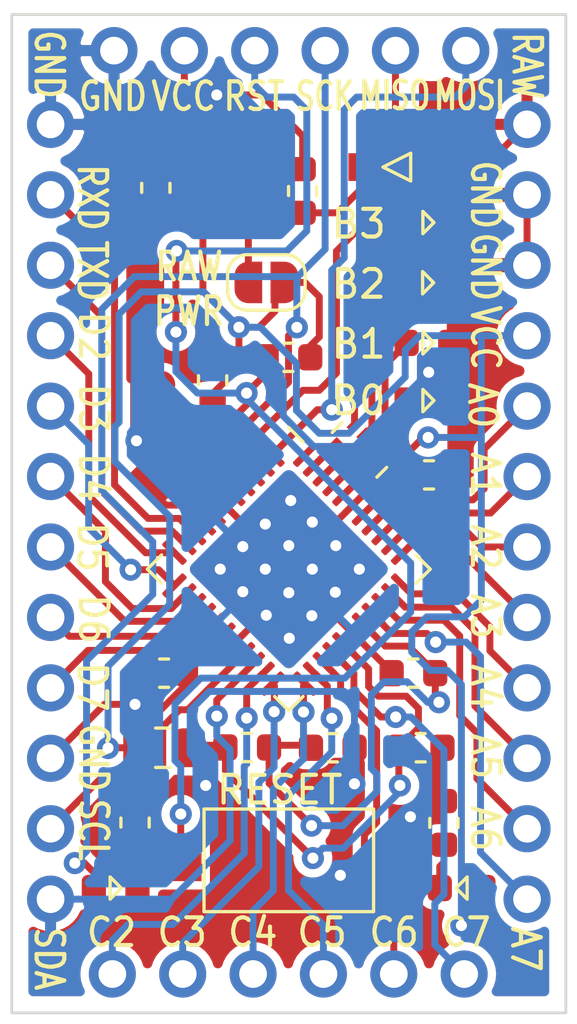
<source format=kicad_pcb>
(kicad_pcb (version 20171130) (host pcbnew 5.1.2-f72e74a~84~ubuntu18.04.1)

  (general
    (thickness 1.5)
    (drawings 41)
    (tracks 546)
    (zones 0)
    (modules 31)
    (nets 48)
  )

  (page A4)
  (layers
    (0 F.Cu signal)
    (31 B.Cu signal)
    (35 F.Paste user)
    (37 F.SilkS user)
    (38 B.Mask user)
    (39 F.Mask user)
    (44 Edge.Cuts user)
    (45 Margin user)
    (46 B.CrtYd user hide)
    (47 F.CrtYd user hide)
    (49 F.Fab user)
  )

  (setup
    (last_trace_width 0.25)
    (trace_clearance 0.2)
    (zone_clearance 0.3)
    (zone_45_only no)
    (trace_min 0.15)
    (via_size 0.8)
    (via_drill 0.4)
    (via_min_size 0)
    (via_min_drill 0.4)
    (uvia_size 0.3)
    (uvia_drill 0.1)
    (uvias_allowed no)
    (uvia_min_size 0)
    (uvia_min_drill 0)
    (edge_width 0.1)
    (segment_width 0.2)
    (pcb_text_width 0.3)
    (pcb_text_size 1.5 1.5)
    (mod_edge_width 0.15)
    (mod_text_size 1 1)
    (mod_text_width 0.15)
    (pad_size 0.875 0.95)
    (pad_drill 0)
    (pad_to_mask_clearance 0)
    (aux_axis_origin 100 120)
    (visible_elements FFFFEF3F)
    (pcbplotparams
      (layerselection 0x00008_7ffffffe)
      (usegerberextensions false)
      (usegerberattributes false)
      (usegerberadvancedattributes false)
      (creategerberjobfile false)
      (excludeedgelayer true)
      (linewidth 0.100000)
      (plotframeref false)
      (viasonmask false)
      (mode 1)
      (useauxorigin true)
      (hpglpennumber 1)
      (hpglpenspeed 20)
      (hpglpendiameter 15.000000)
      (psnegative false)
      (psa4output false)
      (plotreference true)
      (plotvalue true)
      (plotinvisibletext false)
      (padsonsilk false)
      (subtractmaskfromsilk false)
      (outputformat 1)
      (mirror false)
      (drillshape 0)
      (scaleselection 1)
      (outputdirectory "Gerber/"))
  )

  (net 0 "")
  (net 1 "Net-(C1-Pad1)")
  (net 2 GND)
  (net 3 VCC)
  (net 4 "Net-(C6-Pad1)")
  (net 5 "Net-(C7-Pad2)")
  (net 6 RAW)
  (net 7 "Net-(D2-Pad1)")
  (net 8 "Net-(D3-Pad1)")
  (net 9 SCK)
  (net 10 "Net-(D4-Pad2)")
  (net 11 "Net-(D5-Pad2)")
  (net 12 "Net-(D6-Pad2)")
  (net 13 "Net-(D7-Pad2)")
  (net 14 RXD)
  (net 15 TXD)
  (net 16 D2)
  (net 17 D3)
  (net 18 D4)
  (net 19 D5)
  (net 20 D6)
  (net 21 D7)
  (net 22 SCL)
  (net 23 SDA)
  (net 24 MISO)
  (net 25 MOSI)
  (net 26 RST)
  (net 27 C7)
  (net 28 C6)
  (net 29 C5)
  (net 30 C4)
  (net 31 C3)
  (net 32 C2)
  (net 33 A7)
  (net 34 A6)
  (net 35 A5)
  (net 36 A4)
  (net 37 A3)
  (net 38 A2)
  (net 39 A1)
  (net 40 A0)
  (net 41 "Net-(J5-Pad1)")
  (net 42 "Net-(Q1-Pad2)")
  (net 43 "Net-(RN1-Pad1)")
  (net 44 "Net-(RN1-Pad3)")
  (net 45 "Net-(RN1-Pad2)")
  (net 46 "Net-(RN1-Pad4)")
  (net 47 "Net-(U2-Pad44)")

  (net_class Default "This is the default net class."
    (clearance 0.2)
    (trace_width 0.25)
    (via_dia 0.8)
    (via_drill 0.4)
    (uvia_dia 0.3)
    (uvia_drill 0.1)
    (add_net A0)
    (add_net A1)
    (add_net A2)
    (add_net A3)
    (add_net A4)
    (add_net A5)
    (add_net A6)
    (add_net A7)
    (add_net C2)
    (add_net C3)
    (add_net C4)
    (add_net C5)
    (add_net C6)
    (add_net C7)
    (add_net D2)
    (add_net D3)
    (add_net D4)
    (add_net D5)
    (add_net D6)
    (add_net D7)
    (add_net GND)
    (add_net MISO)
    (add_net MOSI)
    (add_net "Net-(C1-Pad1)")
    (add_net "Net-(C6-Pad1)")
    (add_net "Net-(C7-Pad2)")
    (add_net "Net-(D2-Pad1)")
    (add_net "Net-(D3-Pad1)")
    (add_net "Net-(D4-Pad2)")
    (add_net "Net-(D5-Pad2)")
    (add_net "Net-(D6-Pad2)")
    (add_net "Net-(D7-Pad2)")
    (add_net "Net-(J5-Pad1)")
    (add_net "Net-(Q1-Pad2)")
    (add_net "Net-(RN1-Pad1)")
    (add_net "Net-(RN1-Pad2)")
    (add_net "Net-(RN1-Pad3)")
    (add_net "Net-(RN1-Pad4)")
    (add_net "Net-(U2-Pad44)")
    (add_net RAW)
    (add_net RST)
    (add_net RXD)
    (add_net SCK)
    (add_net SCL)
    (add_net SDA)
    (add_net TXD)
    (add_net VCC)
  )

  (net_class 0.3 ""
    (clearance 0.2)
    (trace_width 0.3)
    (via_dia 0.8)
    (via_drill 0.4)
    (uvia_dia 0.3)
    (uvia_drill 0.1)
  )

  (net_class 0.4 ""
    (clearance 0.2)
    (trace_width 0.4)
    (via_dia 0.8)
    (via_drill 0.4)
    (uvia_dia 0.3)
    (uvia_drill 0.1)
  )

  (module Package_DFN_QFN:QFN-44-1EP_7x7mm_P0.5mm_EP5.2x5.2mm_ThermalVias locked (layer F.Cu) (tedit 5E13FA6C) (tstamp 5DEFE128)
    (at 110 104 315)
    (descr "QFN, 44 Pin (http://ww1.microchip.com/downloads/en/DeviceDoc/2512S.pdf#page=17), generated with kicad-footprint-generator ipc_dfn_qfn_generator.py")
    (tags "QFN DFN_QFN")
    (path /5DED352E)
    (attr smd)
    (fp_text reference U2 (at 0 -4.82 315) (layer F.SilkS) hide
      (effects (font (size 1 1) (thickness 0.15)))
    )
    (fp_text value ATmega1284p (at 7.424621 21.154167 315) (layer F.Fab) hide
      (effects (font (size 1 1) (thickness 0.15)))
    )
    (fp_line (start 2.885 -3.61) (end 3.61 -3.61) (layer F.SilkS) (width 0.12))
    (fp_line (start 3.61 -3.61) (end 3.61 -2.885) (layer F.SilkS) (width 0.12))
    (fp_line (start -2.885 3.61) (end -3.61 3.61) (layer F.SilkS) (width 0.12))
    (fp_line (start -3.61 3.61) (end -3.61 2.885) (layer F.SilkS) (width 0.12))
    (fp_line (start 2.885 3.61) (end 3.61 3.61) (layer F.SilkS) (width 0.12))
    (fp_line (start 3.61 3.61) (end 3.61 2.885) (layer F.SilkS) (width 0.12))
    (fp_line (start -2.885 -3.61) (end -3.61 -3.61) (layer F.SilkS) (width 0.12))
    (fp_line (start -2.5 -3.5) (end 3.5 -3.5) (layer F.Fab) (width 0.1))
    (fp_line (start 3.5 -3.5) (end 3.5 3.5) (layer F.Fab) (width 0.1))
    (fp_line (start 3.5 3.5) (end -3.5 3.5) (layer F.Fab) (width 0.1))
    (fp_line (start -3.5 3.5) (end -3.5 -2.5) (layer F.Fab) (width 0.1))
    (fp_line (start -3.5 -2.5) (end -2.5 -3.5) (layer F.Fab) (width 0.1))
    (fp_line (start -4.12 -4.12) (end -4.12 4.12) (layer F.CrtYd) (width 0.05))
    (fp_line (start -4.12 4.12) (end 4.12 4.12) (layer F.CrtYd) (width 0.05))
    (fp_line (start 4.12 4.12) (end 4.12 -4.12) (layer F.CrtYd) (width 0.05))
    (fp_line (start 4.12 -4.12) (end -4.12 -4.12) (layer F.CrtYd) (width 0.05))
    (fp_text user %R (at 0 0 90) (layer F.Fab) hide
      (effects (font (size 1 1) (thickness 0.15)))
    )
    (pad 45 smd roundrect (at 0 0 315) (size 5.2 5.2) (layers F.Cu F.Mask) (roundrect_rratio 0.048077)
      (net 2 GND))
    (pad 45 thru_hole circle (at -1.7 -1.8 315) (size 0.7 0.7) (drill 0.4) (layers *.Cu)
      (net 2 GND))
    (pad 45 smd roundrect (at 0 0 315) (size 5.2 5.2) (layers B.Cu) (roundrect_rratio 0.048077)
      (net 2 GND))
    (pad "" smd roundrect (at 0 0 315) (size 0.9 0.9) (layers F.Paste) (roundrect_rratio 0.248))
    (pad 1 smd roundrect (at -3.3375 -2.5 315) (size 1.075 0.25) (layers F.Cu F.Paste F.Mask) (roundrect_rratio 0.25)
      (net 25 MOSI))
    (pad 2 smd roundrect (at -3.3375 -2 315) (size 1.075 0.25) (layers F.Cu F.Paste F.Mask) (roundrect_rratio 0.25)
      (net 24 MISO))
    (pad 3 smd roundrect (at -3.3375 -1.5 315) (size 1.075 0.25) (layers F.Cu F.Paste F.Mask) (roundrect_rratio 0.25)
      (net 9 SCK))
    (pad 4 smd roundrect (at -3.3375 -1 315) (size 1.075 0.25) (layers F.Cu F.Paste F.Mask) (roundrect_rratio 0.25)
      (net 26 RST))
    (pad 5 smd roundrect (at -3.3375 -0.5 315) (size 1.075 0.25) (layers F.Cu F.Paste F.Mask) (roundrect_rratio 0.25)
      (net 3 VCC))
    (pad 6 smd roundrect (at -3.3375 0 315) (size 1.075 0.25) (layers F.Cu F.Paste F.Mask) (roundrect_rratio 0.25)
      (net 2 GND))
    (pad 7 smd roundrect (at -3.3375 0.5 315) (size 1.075 0.25) (layers F.Cu F.Paste F.Mask) (roundrect_rratio 0.25)
      (net 41 "Net-(J5-Pad1)"))
    (pad 8 smd roundrect (at -3.3375 1 315) (size 1.075 0.25) (layers F.Cu F.Paste F.Mask) (roundrect_rratio 0.25)
      (net 42 "Net-(Q1-Pad2)"))
    (pad 9 smd roundrect (at -3.3375 1.5 315) (size 1.075 0.25) (layers F.Cu F.Paste F.Mask) (roundrect_rratio 0.25)
      (net 14 RXD))
    (pad 10 smd roundrect (at -3.3375 2 315) (size 1.075 0.25) (layers F.Cu F.Paste F.Mask) (roundrect_rratio 0.25)
      (net 15 TXD))
    (pad 11 smd roundrect (at -3.3375 2.5 315) (size 1.075 0.25) (layers F.Cu F.Paste F.Mask) (roundrect_rratio 0.25)
      (net 16 D2))
    (pad 12 smd roundrect (at -2.5 3.3375 315) (size 0.25 1.075) (layers F.Cu F.Paste F.Mask) (roundrect_rratio 0.25)
      (net 17 D3))
    (pad 13 smd roundrect (at -2 3.3375 315) (size 0.25 1.075) (layers F.Cu F.Paste F.Mask) (roundrect_rratio 0.25)
      (net 18 D4))
    (pad 14 smd roundrect (at -1.5 3.3375 315) (size 0.25 1.075) (layers F.Cu F.Paste F.Mask) (roundrect_rratio 0.25)
      (net 19 D5))
    (pad 15 smd roundrect (at -1 3.3375 315) (size 0.25 1.075) (layers F.Cu F.Paste F.Mask) (roundrect_rratio 0.25)
      (net 20 D6))
    (pad 16 smd roundrect (at -0.5 3.3375 315) (size 0.25 1.075) (layers F.Cu F.Paste F.Mask) (roundrect_rratio 0.25)
      (net 21 D7))
    (pad 17 smd roundrect (at 0 3.3375 315) (size 0.25 1.075) (layers F.Cu F.Paste F.Mask) (roundrect_rratio 0.25)
      (net 3 VCC))
    (pad 18 smd roundrect (at 0.5 3.3375 315) (size 0.25 1.075) (layers F.Cu F.Paste F.Mask) (roundrect_rratio 0.25)
      (net 2 GND))
    (pad 19 smd roundrect (at 1 3.3375 315) (size 0.25 1.075) (layers F.Cu F.Paste F.Mask) (roundrect_rratio 0.25)
      (net 22 SCL))
    (pad 20 smd roundrect (at 1.5 3.3375 315) (size 0.25 1.075) (layers F.Cu F.Paste F.Mask) (roundrect_rratio 0.25)
      (net 23 SDA))
    (pad 21 smd roundrect (at 2 3.3375 315) (size 0.25 1.075) (layers F.Cu F.Paste F.Mask) (roundrect_rratio 0.25)
      (net 32 C2))
    (pad 22 smd roundrect (at 2.5 3.3375 315) (size 0.25 1.075) (layers F.Cu F.Paste F.Mask) (roundrect_rratio 0.25)
      (net 31 C3))
    (pad 23 smd roundrect (at 3.3375 2.5 315) (size 1.075 0.25) (layers F.Cu F.Paste F.Mask) (roundrect_rratio 0.25)
      (net 30 C4))
    (pad 24 smd roundrect (at 3.3375 2 315) (size 1.075 0.25) (layers F.Cu F.Paste F.Mask) (roundrect_rratio 0.25)
      (net 29 C5))
    (pad 25 smd roundrect (at 3.3375 1.5 315) (size 1.075 0.25) (layers F.Cu F.Paste F.Mask) (roundrect_rratio 0.25)
      (net 28 C6))
    (pad 26 smd roundrect (at 3.3375 1 315) (size 1.075 0.25) (layers F.Cu F.Paste F.Mask) (roundrect_rratio 0.25)
      (net 27 C7))
    (pad 27 smd roundrect (at 3.3375 0.5 315) (size 1.075 0.25) (layers F.Cu F.Paste F.Mask) (roundrect_rratio 0.25)
      (net 5 "Net-(C7-Pad2)"))
    (pad 28 smd roundrect (at 3.3375 0 315) (size 1.075 0.25) (layers F.Cu F.Paste F.Mask) (roundrect_rratio 0.25)
      (net 2 GND))
    (pad 29 smd roundrect (at 3.3375 -0.5 315) (size 1.075 0.25) (layers F.Cu F.Paste F.Mask) (roundrect_rratio 0.25)
      (net 4 "Net-(C6-Pad1)"))
    (pad 30 smd roundrect (at 3.3375 -1 315) (size 1.075 0.25) (layers F.Cu F.Paste F.Mask) (roundrect_rratio 0.25)
      (net 33 A7))
    (pad 31 smd roundrect (at 3.3375 -1.5 315) (size 1.075 0.25) (layers F.Cu F.Paste F.Mask) (roundrect_rratio 0.25)
      (net 34 A6))
    (pad 32 smd roundrect (at 3.3375 -2 315) (size 1.075 0.25) (layers F.Cu F.Paste F.Mask) (roundrect_rratio 0.25)
      (net 35 A5))
    (pad 33 smd roundrect (at 3.3375 -2.5 315) (size 1.075 0.25) (layers F.Cu F.Paste F.Mask) (roundrect_rratio 0.25)
      (net 36 A4))
    (pad 34 smd roundrect (at 2.5 -3.3375 315) (size 0.25 1.075) (layers F.Cu F.Paste F.Mask) (roundrect_rratio 0.25)
      (net 37 A3))
    (pad 35 smd roundrect (at 2 -3.3375 315) (size 0.25 1.075) (layers F.Cu F.Paste F.Mask) (roundrect_rratio 0.25)
      (net 38 A2))
    (pad 36 smd roundrect (at 1.5 -3.3375 315) (size 0.25 1.075) (layers F.Cu F.Paste F.Mask) (roundrect_rratio 0.25)
      (net 39 A1))
    (pad 37 smd roundrect (at 1 -3.3375 315) (size 0.25 1.075) (layers F.Cu F.Paste F.Mask) (roundrect_rratio 0.25)
      (net 40 A0))
    (pad 38 smd roundrect (at 0.5 -3.3375 315) (size 0.25 1.075) (layers F.Cu F.Paste F.Mask) (roundrect_rratio 0.25)
      (net 3 VCC))
    (pad 39 smd roundrect (at 0 -3.3375 315) (size 0.25 1.075) (layers F.Cu F.Paste F.Mask) (roundrect_rratio 0.25)
      (net 2 GND))
    (pad 40 smd roundrect (at -0.5 -3.3375 315) (size 0.25 1.075) (layers F.Cu F.Paste F.Mask) (roundrect_rratio 0.25)
      (net 46 "Net-(RN1-Pad4)"))
    (pad 41 smd roundrect (at -1 -3.3375 315) (size 0.25 1.075) (layers F.Cu F.Paste F.Mask) (roundrect_rratio 0.25)
      (net 44 "Net-(RN1-Pad3)"))
    (pad 42 smd roundrect (at -1.5 -3.3375 315) (size 0.25 1.075) (layers F.Cu F.Paste F.Mask) (roundrect_rratio 0.25)
      (net 45 "Net-(RN1-Pad2)"))
    (pad 43 smd roundrect (at -2 -3.3375 315) (size 0.25 1.075) (layers F.Cu F.Paste F.Mask) (roundrect_rratio 0.25)
      (net 43 "Net-(RN1-Pad1)"))
    (pad 44 smd roundrect (at -2.5 -3.3375 315) (size 0.25 1.075) (layers F.Cu F.Paste F.Mask) (roundrect_rratio 0.25)
      (net 47 "Net-(U2-Pad44)"))
    (pad 45 thru_hole circle (at -0.6 -1.8 315) (size 0.7 0.7) (drill 0.4) (layers *.Cu)
      (net 2 GND))
    (pad 45 thru_hole circle (at 0.6 -1.8 315) (size 0.7 0.7) (drill 0.4) (layers *.Cu)
      (net 2 GND))
    (pad 45 thru_hole circle (at 1.8 -1.8 315) (size 0.7 0.7) (drill 0.4) (layers *.Cu)
      (net 2 GND))
    (pad 45 thru_hole circle (at -1.75 -0.55 315) (size 0.7 0.7) (drill 0.4) (layers *.Cu)
      (net 2 GND))
    (pad 45 thru_hole circle (at -1.75 1.75 315) (size 0.7 0.7) (drill 0.4) (layers *.Cu)
      (net 2 GND))
    (pad 45 thru_hole circle (at -1.75 0.6 315) (size 0.7 0.7) (drill 0.4) (layers *.Cu)
      (net 2 GND))
    (pad 45 thru_hole circle (at -0.6 -0.6 315) (size 0.7 0.7) (drill 0.4) (layers *.Cu)
      (net 2 GND))
    (pad 45 thru_hole circle (at -0.6 0.6 315) (size 0.7 0.7) (drill 0.4) (layers *.Cu)
      (net 2 GND))
    (pad 45 thru_hole circle (at -0.6 1.75 315) (size 0.7 0.7) (drill 0.4) (layers *.Cu)
      (net 2 GND))
    (pad 45 thru_hole circle (at 0.6 0.6 315) (size 0.7 0.7) (drill 0.4) (layers *.Cu)
      (net 2 GND))
    (pad 45 thru_hole circle (at 0.6 1.75 315) (size 0.7 0.7) (drill 0.4) (layers *.Cu)
      (net 2 GND))
    (pad 45 thru_hole circle (at 0.6 -0.6 315) (size 0.7 0.7) (drill 0.4) (layers *.Cu)
      (net 2 GND))
    (pad 45 thru_hole circle (at 1.775 0.6 315) (size 0.7 0.7) (drill 0.4) (layers *.Cu)
      (net 2 GND))
    (pad 45 thru_hole circle (at 1.775 1.75 315) (size 0.7 0.7) (drill 0.4) (layers *.Cu)
      (net 2 GND))
    (pad 45 thru_hole circle (at 1.775 -0.6 315) (size 0.7 0.7) (drill 0.4) (layers *.Cu)
      (net 2 GND))
    (pad "" smd roundrect (at -1.175 -1.2 315) (size 0.9 0.9) (layers F.Paste) (roundrect_rratio 0.248))
    (pad "" smd roundrect (at 1.175 -1.2 315) (size 0.9 0.9) (layers F.Paste) (roundrect_rratio 0.248))
    (pad "" smd roundrect (at 1.175 1.175 315) (size 0.9 0.9) (layers F.Paste) (roundrect_rratio 0.248))
    (pad "" smd roundrect (at -1.175 1.175 315) (size 0.9 0.9) (layers F.Paste) (roundrect_rratio 0.248))
    (model ${KISYS3DMOD}/Package_DFN_QFN.3dshapes/QFN-44-1EP_7x7mm_P0.5mm_EP5.2x5.2mm.wrl
      (at (xyz 0 0 0))
      (scale (xyz 1 1 1))
      (rotate (xyz 0 0 0))
    )
    (model /home/ton/kicad-libs/kicad-packages3D/Package_DFN_QFN.3dshapes/QFN-44-1EP_7x7mm_P0.5mm_EP5.15x5.15mm.step
      (at (xyz 0 0 0))
      (scale (xyz 1 1 1))
      (rotate (xyz 0 0 0))
    )
  )

  (module Connector_PinHeader_2.54mm:PinHeader_1x06_P2.54mm_Vertical (layer F.Cu) (tedit 5DF1511F) (tstamp 5DEFCE2A)
    (at 116.39 85.3 270)
    (descr "Through hole straight pin header, 1x06, 2.54mm pitch, single row")
    (tags "Through hole pin header THT 1x06 2.54mm single row")
    (path /5DEC9910)
    (fp_text reference J2 (at 0 -2.33 90) (layer F.SilkS) hide
      (effects (font (size 1 1) (thickness 0.15)))
    )
    (fp_text value TOP (at 0 15.03 90) (layer F.Fab) hide
      (effects (font (size 1 1) (thickness 0.15)))
    )
    (fp_line (start -1.8 -1.8) (end -1.8 14.5) (layer F.CrtYd) (width 0.05))
    (fp_line (start -1.8 14.5) (end 1.8 14.5) (layer F.CrtYd) (width 0.05))
    (fp_line (start 1.8 14.5) (end 1.8 -1.8) (layer F.CrtYd) (width 0.05))
    (fp_line (start 1.8 -1.8) (end -1.8 -1.8) (layer F.CrtYd) (width 0.05))
    (fp_text user %R (at 0 6.35) (layer F.Fab) hide
      (effects (font (size 1 1) (thickness 0.15)))
    )
    (pad 1 thru_hole oval (at 0 0 270) (size 1.7 1.7) (drill 1) (layers *.Cu *.Mask)
      (net 25 MOSI))
    (pad 2 thru_hole oval (at 0 2.54 270) (size 1.7 1.7) (drill 1) (layers *.Cu *.Mask)
      (net 24 MISO))
    (pad 3 thru_hole oval (at 0 5.08 270) (size 1.7 1.7) (drill 1) (layers *.Cu *.Mask)
      (net 9 SCK))
    (pad 4 thru_hole oval (at 0 7.62 270) (size 1.7 1.7) (drill 1) (layers *.Cu *.Mask)
      (net 26 RST))
    (pad 5 thru_hole oval (at 0 10.16 270) (size 1.7 1.7) (drill 1) (layers *.Cu *.Mask)
      (net 3 VCC))
    (pad 6 thru_hole oval (at 0 12.7 270) (size 1.7 1.7) (drill 1) (layers *.Cu *.Mask)
      (net 2 GND))
    (model ${KISYS3DMOD}/Connector_PinHeader_2.54mm.3dshapes/PinHeader_1x06_P2.54mm_Vertical.wrl
      (at (xyz 0 0 0))
      (scale (xyz 1 1 1))
      (rotate (xyz 0 0 0))
    )
  )

  (module LED_SMD:LED_0603_1608Metric (layer F.Cu) (tedit 5DF12B7F) (tstamp 5DEFCD80)
    (at 116.2375 115.5)
    (descr "LED SMD 0603 (1608 Metric), square (rectangular) end terminal, IPC_7351 nominal, (Body size source: http://www.tortai-tech.com/upload/download/2011102023233369053.pdf), generated with kicad-footprint-generator")
    (tags diode)
    (path /5DEB459E)
    (attr smd)
    (fp_text reference D2 (at 0 -1.43) (layer F.SilkS) hide
      (effects (font (size 1 1) (thickness 0.15)))
    )
    (fp_text value GREEN (at 0 1.43) (layer F.Fab) hide
      (effects (font (size 1 1) (thickness 0.15)))
    )
    (fp_text user %R (at 0 0) (layer F.Fab) hide
      (effects (font (size 0.4 0.4) (thickness 0.06)))
    )
    (fp_line (start 0.2 -0.4) (end 0.2 0.4) (layer F.SilkS) (width 0.12))
    (fp_line (start 0.8 0.4) (end 0.8 -0.4) (layer F.Fab) (width 0.1))
    (fp_line (start -0.8 0.4) (end 0.8 0.4) (layer F.Fab) (width 0.1))
    (fp_line (start -0.8 -0.1) (end -0.8 0.4) (layer F.Fab) (width 0.1))
    (fp_line (start -0.5 -0.4) (end -0.8 -0.1) (layer F.Fab) (width 0.1))
    (fp_line (start 0.8 -0.4) (end -0.5 -0.4) (layer F.Fab) (width 0.1))
    (fp_line (start -0.2 0) (end 0.2 -0.4) (layer F.SilkS) (width 0.12))
    (fp_line (start -0.2 0) (end 0.2 0.4) (layer F.SilkS) (width 0.12))
    (pad 2 smd roundrect (at 0.7875 0) (size 0.875 0.95) (layers F.Cu F.Paste F.Mask) (roundrect_rratio 0.25)
      (net 3 VCC))
    (pad 1 smd roundrect (at -0.7875 0) (size 0.875 0.95) (layers F.Cu F.Paste F.Mask) (roundrect_rratio 0.25)
      (net 7 "Net-(D2-Pad1)"))
    (model ${KISYS3DMOD}/LED_SMD.3dshapes/LED_0603_1608Metric.wrl
      (at (xyz 0 0 0))
      (scale (xyz 1 1 1))
      (rotate (xyz 0 0 0))
    )
  )

  (module LED_SMD:LED_0603_1608Metric (layer F.Cu) (tedit 5DF12B0A) (tstamp 5DF08C6B)
    (at 103.75 115.5 180)
    (descr "LED SMD 0603 (1608 Metric), square (rectangular) end terminal, IPC_7351 nominal, (Body size source: http://www.tortai-tech.com/upload/download/2011102023233369053.pdf), generated with kicad-footprint-generator")
    (tags diode)
    (path /5DFA04F4)
    (attr smd)
    (fp_text reference D3 (at 0 -1.43 180) (layer F.SilkS) hide
      (effects (font (size 1 1) (thickness 0.15)))
    )
    (fp_text value RED (at 0 1.43 180) (layer F.Fab) hide
      (effects (font (size 1 1) (thickness 0.15)))
    )
    (fp_line (start 0.8 -0.4) (end -0.5 -0.4) (layer F.Fab) (width 0.1))
    (fp_line (start -0.5 -0.4) (end -0.8 -0.1) (layer F.Fab) (width 0.1))
    (fp_line (start -0.8 -0.1) (end -0.8 0.4) (layer F.Fab) (width 0.1))
    (fp_line (start -0.8 0.4) (end 0.8 0.4) (layer F.Fab) (width 0.1))
    (fp_line (start 0.8 0.4) (end 0.8 -0.4) (layer F.Fab) (width 0.1))
    (fp_line (start 0.2 -0.4) (end 0.2 0.4) (layer F.SilkS) (width 0.12))
    (fp_text user %R (at 0 0 180) (layer F.Fab) hide
      (effects (font (size 0.4 0.4) (thickness 0.06)))
    )
    (fp_line (start -0.2 0) (end 0.2 -0.4) (layer F.SilkS) (width 0.12))
    (fp_line (start -0.2 0) (end 0.2 0.4) (layer F.SilkS) (width 0.12))
    (pad 1 smd roundrect (at -0.7875 0 180) (size 0.875 0.95) (layers F.Cu F.Paste F.Mask) (roundrect_rratio 0.25)
      (net 8 "Net-(D3-Pad1)"))
    (pad 2 smd roundrect (at 0.7875 0 180) (size 0.875 0.95) (layers F.Cu F.Paste F.Mask) (roundrect_rratio 0.25)
      (net 9 SCK))
    (model ${KISYS3DMOD}/LED_SMD.3dshapes/LED_0603_1608Metric.wrl
      (at (xyz 0 0 0))
      (scale (xyz 1 1 1))
      (rotate (xyz 0 0 0))
    )
  )

  (module Package_TO_SOT_SMD:SOT-23 (layer F.Cu) (tedit 5DEFDCFC) (tstamp 5DF0596E)
    (at 107.9 90.25)
    (descr "SOT-23, Standard")
    (tags SOT-23)
    (path /5DEB2DEE)
    (attr smd)
    (fp_text reference U1 (at 0 -2.5) (layer F.SilkS) hide
      (effects (font (size 1 1) (thickness 0.15)))
    )
    (fp_text value XC6206P332MR (at 0 2.5) (layer F.Fab) hide
      (effects (font (size 1 1) (thickness 0.15)))
    )
    (fp_text user %R (at 0 0 90) (layer F.Fab) hide
      (effects (font (size 0.5 0.5) (thickness 0.075)))
    )
    (pad 1 smd rect (at -1 -0.95) (size 0.9 0.8) (layers F.Cu F.Paste F.Mask)
      (net 2 GND))
    (pad 2 smd rect (at -1 0.95) (size 0.9 0.8) (layers F.Cu F.Paste F.Mask)
      (net 3 VCC))
    (pad 3 smd rect (at 1 0) (size 0.9 0.8) (layers F.Cu F.Paste F.Mask)
      (net 1 "Net-(C1-Pad1)"))
    (model ${KISYS3DMOD}/Package_TO_SOT_SMD.3dshapes/SOT-23.wrl
      (at (xyz 0 0 0))
      (scale (xyz 1 1 1))
      (rotate (xyz 0 0 0))
    )
  )

  (module Diode_SMD:D_SOD-323_HandSoldering (layer F.Cu) (tedit 5DEFDBF0) (tstamp 5DF04E9B)
    (at 113.9 89.5)
    (descr SOD-323)
    (tags SOD-323)
    (path /5DEB76CC)
    (attr smd)
    (fp_text reference D1 (at 0 -1.85) (layer F.SilkS) hide
      (effects (font (size 1 1) (thickness 0.15)))
    )
    (fp_text value B5819WS (at 0.1 1.9) (layer F.Fab) hide
      (effects (font (size 1 1) (thickness 0.15)))
    )
    (fp_line (start 0.5 -0.5) (end 0.5 0.5) (layer F.SilkS) (width 0.12))
    (fp_line (start -0.5 0) (end 0.5 -0.5) (layer F.SilkS) (width 0.12))
    (fp_line (start -0.5 0) (end 0.5 0.5) (layer F.SilkS) (width 0.12))
    (pad 1 smd rect (at -1.25 0) (size 1 1) (layers F.Cu F.Paste F.Mask)
      (net 1 "Net-(C1-Pad1)"))
    (pad 2 smd rect (at 1.25 0) (size 1 1) (layers F.Cu F.Paste F.Mask)
      (net 6 RAW))
    (model ${KISYS3DMOD}/Diode_SMD.3dshapes/D_SOD-323.wrl
      (at (xyz 0 0 0))
      (scale (xyz 1 1 1))
      (rotate (xyz 0 0 0))
    )
  )

  (module LED_SMD:LED_0603_1608Metric (layer F.Cu) (tedit 5DEFDBA4) (tstamp 5DF10DD1)
    (at 115.04 91.5 180)
    (descr "LED SMD 0603 (1608 Metric), square (rectangular) end terminal, IPC_7351 nominal, (Body size source: http://www.tortai-tech.com/upload/download/2011102023233369053.pdf), generated with kicad-footprint-generator")
    (tags diode)
    (path /5DF655CE)
    (attr smd)
    (fp_text reference D4 (at 0 -1.43 180) (layer F.SilkS) hide
      (effects (font (size 1 1) (thickness 0.15)))
    )
    (fp_text value B3 (at 2.52 -0.05 180) (layer F.SilkS)
      (effects (font (size 1 1) (thickness 0.15)))
    )
    (fp_line (start 0.8 -0.4) (end -0.5 -0.4) (layer F.Fab) (width 0.1))
    (fp_line (start -0.5 -0.4) (end -0.8 -0.1) (layer F.Fab) (width 0.1))
    (fp_line (start -0.8 -0.1) (end -0.8 0.4) (layer F.Fab) (width 0.1))
    (fp_line (start -0.8 0.4) (end 0.8 0.4) (layer F.Fab) (width 0.1))
    (fp_line (start 0.8 0.4) (end 0.8 -0.4) (layer F.Fab) (width 0.1))
    (fp_line (start 0.2 -0.4) (end 0.2 0.4) (layer F.SilkS) (width 0.12))
    (fp_text user %R (at 0 0 180) (layer F.Fab) hide
      (effects (font (size 0.4 0.4) (thickness 0.06)))
    )
    (fp_line (start -0.2 0) (end 0.2 -0.4) (layer F.SilkS) (width 0.12))
    (fp_line (start -0.2 0) (end 0.2 0.4) (layer F.SilkS) (width 0.12))
    (pad 1 smd roundrect (at -0.7875 0 180) (size 0.875 0.95) (layers F.Cu F.Paste F.Mask) (roundrect_rratio 0.25)
      (net 2 GND))
    (pad 2 smd roundrect (at 0.7875 0 180) (size 0.875 0.95) (layers F.Cu F.Paste F.Mask) (roundrect_rratio 0.25)
      (net 10 "Net-(D4-Pad2)"))
    (model ${KISYS3DMOD}/LED_SMD.3dshapes/LED_0603_1608Metric.wrl
      (at (xyz 0 0 0))
      (scale (xyz 1 1 1))
      (rotate (xyz 0 0 0))
    )
  )

  (module LED_SMD:LED_0603_1608Metric (layer F.Cu) (tedit 5DEFDB2F) (tstamp 5DF0568E)
    (at 115.03 93.67 180)
    (descr "LED SMD 0603 (1608 Metric), square (rectangular) end terminal, IPC_7351 nominal, (Body size source: http://www.tortai-tech.com/upload/download/2011102023233369053.pdf), generated with kicad-footprint-generator")
    (tags diode)
    (path /5DF6528E)
    (attr smd)
    (fp_text reference D5 (at 0 -1.43 180) (layer F.SilkS) hide
      (effects (font (size 1 1) (thickness 0.15)))
    )
    (fp_text value B2 (at 2.51 -0.05 180) (layer F.SilkS)
      (effects (font (size 1 1) (thickness 0.15)))
    )
    (fp_text user %R (at 0 0 180) (layer F.Fab) hide
      (effects (font (size 0.4 0.4) (thickness 0.06)))
    )
    (fp_line (start 0.2 -0.4) (end 0.2 0.4) (layer F.SilkS) (width 0.12))
    (fp_line (start 0.8 0.4) (end 0.8 -0.4) (layer F.Fab) (width 0.1))
    (fp_line (start -0.8 0.4) (end 0.8 0.4) (layer F.Fab) (width 0.1))
    (fp_line (start -0.8 -0.1) (end -0.8 0.4) (layer F.Fab) (width 0.1))
    (fp_line (start -0.5 -0.4) (end -0.8 -0.1) (layer F.Fab) (width 0.1))
    (fp_line (start 0.8 -0.4) (end -0.5 -0.4) (layer F.Fab) (width 0.1))
    (fp_line (start -0.2 0) (end 0.2 -0.4) (layer F.SilkS) (width 0.12))
    (fp_line (start -0.2 0) (end 0.2 0.4) (layer F.SilkS) (width 0.12))
    (pad 2 smd roundrect (at 0.7875 0 180) (size 0.875 0.95) (layers F.Cu F.Paste F.Mask) (roundrect_rratio 0.25)
      (net 11 "Net-(D5-Pad2)"))
    (pad 1 smd roundrect (at -0.7875 0 180) (size 0.875 0.95) (layers F.Cu F.Paste F.Mask) (roundrect_rratio 0.25)
      (net 2 GND))
    (model ${KISYS3DMOD}/LED_SMD.3dshapes/LED_0603_1608Metric.wrl
      (at (xyz 0 0 0))
      (scale (xyz 1 1 1))
      (rotate (xyz 0 0 0))
    )
  )

  (module LED_SMD:LED_0603_1608Metric (layer F.Cu) (tedit 5DEFDAE3) (tstamp 5DF10433)
    (at 115.04 95.84 180)
    (descr "LED SMD 0603 (1608 Metric), square (rectangular) end terminal, IPC_7351 nominal, (Body size source: http://www.tortai-tech.com/upload/download/2011102023233369053.pdf), generated with kicad-footprint-generator")
    (tags diode)
    (path /5DF64E1E)
    (attr smd)
    (fp_text reference D6 (at 0 -1.43 180) (layer F.SilkS) hide
      (effects (font (size 1 1) (thickness 0.15)))
    )
    (fp_text value B1 (at 2.52 -0.04 180) (layer F.SilkS)
      (effects (font (size 1 1) (thickness 0.15)))
    )
    (fp_line (start 0.8 -0.4) (end -0.5 -0.4) (layer F.Fab) (width 0.1))
    (fp_line (start -0.5 -0.4) (end -0.8 -0.1) (layer F.Fab) (width 0.1))
    (fp_line (start -0.8 -0.1) (end -0.8 0.4) (layer F.Fab) (width 0.1))
    (fp_line (start -0.8 0.4) (end 0.8 0.4) (layer F.Fab) (width 0.1))
    (fp_line (start 0.8 0.4) (end 0.8 -0.4) (layer F.Fab) (width 0.1))
    (fp_line (start 0.2 -0.4) (end 0.2 0.4) (layer F.SilkS) (width 0.12))
    (fp_text user %R (at 0 0 180) (layer F.Fab) hide
      (effects (font (size 0.4 0.4) (thickness 0.06)))
    )
    (fp_line (start 0.2 0.4) (end -0.2 0) (layer F.SilkS) (width 0.12))
    (fp_line (start 0.2 -0.4) (end -0.2 0) (layer F.SilkS) (width 0.12))
    (pad 1 smd roundrect (at -0.7875 0 180) (size 0.875 0.95) (layers F.Cu F.Paste F.Mask) (roundrect_rratio 0.25)
      (net 2 GND))
    (pad 2 smd roundrect (at 0.7875 0 180) (size 0.875 0.95) (layers F.Cu F.Paste F.Mask) (roundrect_rratio 0.25)
      (net 12 "Net-(D6-Pad2)"))
    (model ${KISYS3DMOD}/LED_SMD.3dshapes/LED_0603_1608Metric.wrl
      (at (xyz 0 0 0))
      (scale (xyz 1 1 1))
      (rotate (xyz 0 0 0))
    )
  )

  (module LED_SMD:LED_0603_1608Metric (layer F.Cu) (tedit 5DEFD334) (tstamp 5DF0FA56)
    (at 115.04 97.92 180)
    (descr "LED SMD 0603 (1608 Metric), square (rectangular) end terminal, IPC_7351 nominal, (Body size source: http://www.tortai-tech.com/upload/download/2011102023233369053.pdf), generated with kicad-footprint-generator")
    (tags diode)
    (path /5DEB3F1F)
    (attr smd)
    (fp_text reference D7 (at 0 -1.43) (layer F.SilkS) hide
      (effects (font (size 1 1) (thickness 0.15)))
    )
    (fp_text value B0 (at 2.525 0) (layer F.SilkS)
      (effects (font (size 1 1) (thickness 0.15)))
    )
    (fp_text user %R (at 0 0) (layer F.Fab) hide
      (effects (font (size 0.4 0.4) (thickness 0.06)))
    )
    (fp_line (start 0.2 -0.4) (end 0.2 0.4) (layer F.SilkS) (width 0.12))
    (fp_line (start 0.8 0.4) (end 0.8 -0.4) (layer F.Fab) (width 0.1))
    (fp_line (start -0.8 0.4) (end 0.8 0.4) (layer F.Fab) (width 0.1))
    (fp_line (start -0.8 -0.1) (end -0.8 0.4) (layer F.Fab) (width 0.1))
    (fp_line (start -0.5 -0.4) (end -0.8 -0.1) (layer F.Fab) (width 0.1))
    (fp_line (start 0.8 -0.4) (end -0.5 -0.4) (layer F.Fab) (width 0.1))
    (fp_line (start 0.2 -0.4) (end -0.2 0) (layer F.SilkS) (width 0.12))
    (fp_line (start -0.2 0) (end 0.2 0.4) (layer F.SilkS) (width 0.12))
    (pad 2 smd roundrect (at 0.7875 0 180) (size 0.875 0.95) (layers F.Cu F.Paste F.Mask) (roundrect_rratio 0.25)
      (net 13 "Net-(D7-Pad2)"))
    (pad 1 smd roundrect (at -0.7875 0 180) (size 0.875 0.95) (layers F.Cu F.Paste F.Mask) (roundrect_rratio 0.25)
      (net 2 GND))
    (model ${KISYS3DMOD}/LED_SMD.3dshapes/LED_0603_1608Metric.wrl
      (at (xyz 0 0 0))
      (scale (xyz 1 1 1))
      (rotate (xyz 0 0 0))
    )
  )

  (module TestPoint:TestPoint_Pad_1.0x1.0mm (layer F.Cu) (tedit 5DEFB194) (tstamp 5DEFCE72)
    (at 105.05 97.25)
    (descr "SMD rectangular pad as test Point, square 1.0mm side length")
    (tags "test point SMD pad rectangle square")
    (path /5DFC0FEC)
    (attr virtual)
    (fp_text reference J5 (at 0 -1.448) (layer F.SilkS) hide
      (effects (font (size 1 1) (thickness 0.15)))
    )
    (fp_text value EXT_CLK (at 0 1.55) (layer F.Fab) hide
      (effects (font (size 1 1) (thickness 0.15)))
    )
    (fp_text user %R (at 0 -1.45) (layer F.Fab) hide
      (effects (font (size 1 1) (thickness 0.15)))
    )
    (pad 1 smd oval (at 0.35 0.1) (size 1 1) (layers F.Cu F.Mask)
      (net 41 "Net-(J5-Pad1)"))
  )

  (module Connector_PinHeader_2.54mm:PinHeader_1x06_P2.54mm_Vertical (layer F.Cu) (tedit 5DEFAB57) (tstamp 5DF02E12)
    (at 103.63 118.6 90)
    (descr "Through hole straight pin header, 1x06, 2.54mm pitch, single row")
    (tags "Through hole pin header THT 1x06 2.54mm single row")
    (path /5DEC230F)
    (fp_text reference J3 (at 0 -2.33 90) (layer F.SilkS) hide
      (effects (font (size 1 1) (thickness 0.15)))
    )
    (fp_text value BOTTOM (at -3.2 6.22 180) (layer F.Fab) hide
      (effects (font (size 1 1) (thickness 0.15)))
    )
    (fp_line (start 1.8 -1.8) (end -1.8 -1.8) (layer F.CrtYd) (width 0.05))
    (fp_line (start 1.8 14.5) (end 1.8 -1.8) (layer F.CrtYd) (width 0.05))
    (fp_line (start -1.8 14.5) (end 1.8 14.5) (layer F.CrtYd) (width 0.05))
    (fp_line (start -1.8 -1.8) (end -1.8 14.5) (layer F.CrtYd) (width 0.05))
    (pad 6 thru_hole oval (at 0 12.7 90) (size 1.7 1.7) (drill 1) (layers *.Cu *.Mask)
      (net 27 C7))
    (pad 5 thru_hole oval (at 0 10.16 90) (size 1.7 1.7) (drill 1) (layers *.Cu *.Mask)
      (net 28 C6))
    (pad 4 thru_hole oval (at 0 7.62 90) (size 1.7 1.7) (drill 1) (layers *.Cu *.Mask)
      (net 29 C5))
    (pad 3 thru_hole oval (at 0 5.08 90) (size 1.7 1.7) (drill 1) (layers *.Cu *.Mask)
      (net 30 C4))
    (pad 2 thru_hole oval (at 0 2.54 90) (size 1.7 1.7) (drill 1) (layers *.Cu *.Mask)
      (net 31 C3))
    (pad 1 thru_hole oval (at 0 0 90) (size 1.7 1.7) (drill 1) (layers *.Cu *.Mask)
      (net 32 C2))
    (model ${KISYS3DMOD}/Connector_PinHeader_2.54mm.3dshapes/PinHeader_1x06_P2.54mm_Vertical.wrl
      (at (xyz 0 0 0))
      (scale (xyz 1 1 1))
      (rotate (xyz 0 0 0))
    )
  )

  (module Connector_PinHeader_2.54mm:PinHeader_1x12_P2.54mm_Vertical locked (layer F.Cu) (tedit 5DEFA2B4) (tstamp 5DF02FDA)
    (at 101.4 87.96)
    (descr "Through hole straight pin header, 1x12, 2.54mm pitch, single row")
    (tags "Through hole pin header THT 1x12 2.54mm single row")
    (path /5DEB8B3B)
    (fp_text reference J1 (at 0 -2.33) (layer F.SilkS) hide
      (effects (font (size 1 1) (thickness 0.15)))
    )
    (fp_text value LEFT (at -7.95 24.24) (layer F.Fab) hide
      (effects (font (size 1 1) (thickness 0.15)))
    )
    (fp_text user %R (at 0 13.97 90) (layer F.Fab) hide
      (effects (font (size 1 1) (thickness 0.15)))
    )
    (fp_line (start 1.8 -1.8) (end -1.8 -1.8) (layer F.CrtYd) (width 0.05))
    (fp_line (start 1.8 29.75) (end 1.8 -1.8) (layer F.CrtYd) (width 0.05))
    (fp_line (start -1.8 29.75) (end 1.8 29.75) (layer F.CrtYd) (width 0.05))
    (fp_line (start -1.8 -1.8) (end -1.8 29.75) (layer F.CrtYd) (width 0.05))
    (pad 12 thru_hole oval (at 0 27.94) (size 1.7 1.7) (drill 1) (layers *.Cu *.Mask)
      (net 23 SDA))
    (pad 11 thru_hole oval (at 0 25.4) (size 1.7 1.7) (drill 1) (layers *.Cu *.Mask)
      (net 22 SCL))
    (pad 10 thru_hole oval (at 0 22.86) (size 1.7 1.7) (drill 1) (layers *.Cu *.Mask)
      (net 2 GND))
    (pad 9 thru_hole oval (at 0 20.32) (size 1.7 1.7) (drill 1) (layers *.Cu *.Mask)
      (net 21 D7))
    (pad 8 thru_hole oval (at 0 17.78) (size 1.7 1.7) (drill 1) (layers *.Cu *.Mask)
      (net 20 D6))
    (pad 7 thru_hole oval (at 0 15.24) (size 1.7 1.7) (drill 1) (layers *.Cu *.Mask)
      (net 19 D5))
    (pad 6 thru_hole oval (at 0 12.7) (size 1.7 1.7) (drill 1) (layers *.Cu *.Mask)
      (net 18 D4))
    (pad 5 thru_hole oval (at 0 10.16) (size 1.7 1.7) (drill 1) (layers *.Cu *.Mask)
      (net 17 D3))
    (pad 4 thru_hole oval (at 0 7.62) (size 1.7 1.7) (drill 1) (layers *.Cu *.Mask)
      (net 16 D2))
    (pad 3 thru_hole oval (at 0 5.08) (size 1.7 1.7) (drill 1) (layers *.Cu *.Mask)
      (net 15 TXD))
    (pad 2 thru_hole oval (at 0 2.54) (size 1.7 1.7) (drill 1) (layers *.Cu *.Mask)
      (net 14 RXD))
    (pad 1 thru_hole oval (at 0 0) (size 1.7 1.7) (drill 1) (layers *.Cu *.Mask)
      (net 2 GND))
    (model ${KISYS3DMOD}/Connector_PinHeader_2.54mm.3dshapes/PinHeader_1x12_P2.54mm_Vertical.wrl
      (at (xyz 0 0 0))
      (scale (xyz 1 1 1))
      (rotate (xyz 0 0 0))
    )
  )

  (module Connector_PinHeader_2.54mm:PinHeader_1x12_P2.54mm_Vertical locked (layer F.Cu) (tedit 5DEFA085) (tstamp 5DF032EF)
    (at 118.6 87.96)
    (descr "Through hole straight pin header, 1x12, 2.54mm pitch, single row")
    (tags "Through hole pin header THT 1x12 2.54mm single row")
    (path /5DEBB730)
    (fp_text reference J4 (at 0 -2.33) (layer F.SilkS) hide
      (effects (font (size 1 1) (thickness 0.15)))
    )
    (fp_text value RIGHT (at 4.65 21.97) (layer F.Fab) hide
      (effects (font (size 1 1) (thickness 0.15)))
    )
    (fp_text user %R (at 0 13.97 90) (layer F.Fab) hide
      (effects (font (size 1 1) (thickness 0.15)))
    )
    (fp_line (start 1.8 -1.8) (end -1.8 -1.8) (layer F.CrtYd) (width 0.05))
    (fp_line (start 1.8 29.75) (end 1.8 -1.8) (layer F.CrtYd) (width 0.05))
    (fp_line (start -1.8 29.75) (end 1.8 29.75) (layer F.CrtYd) (width 0.05))
    (fp_line (start -1.8 -1.8) (end -1.8 29.75) (layer F.CrtYd) (width 0.05))
    (pad 12 thru_hole oval (at 0 27.94) (size 1.7 1.7) (drill 1) (layers *.Cu *.Mask)
      (net 33 A7))
    (pad 11 thru_hole oval (at 0 25.4) (size 1.7 1.7) (drill 1) (layers *.Cu *.Mask)
      (net 34 A6))
    (pad 10 thru_hole oval (at 0 22.86) (size 1.7 1.7) (drill 1) (layers *.Cu *.Mask)
      (net 35 A5))
    (pad 9 thru_hole oval (at 0 20.32) (size 1.7 1.7) (drill 1) (layers *.Cu *.Mask)
      (net 36 A4))
    (pad 8 thru_hole oval (at 0 17.78) (size 1.7 1.7) (drill 1) (layers *.Cu *.Mask)
      (net 37 A3))
    (pad 7 thru_hole oval (at 0 15.24) (size 1.7 1.7) (drill 1) (layers *.Cu *.Mask)
      (net 38 A2))
    (pad 6 thru_hole oval (at 0 12.7) (size 1.7 1.7) (drill 1) (layers *.Cu *.Mask)
      (net 39 A1))
    (pad 5 thru_hole oval (at 0 10.16) (size 1.7 1.7) (drill 1) (layers *.Cu *.Mask)
      (net 40 A0))
    (pad 4 thru_hole oval (at 0 7.62) (size 1.7 1.7) (drill 1) (layers *.Cu *.Mask)
      (net 3 VCC))
    (pad 3 thru_hole oval (at 0 5.08) (size 1.7 1.7) (drill 1) (layers *.Cu *.Mask)
      (net 2 GND))
    (pad 2 thru_hole oval (at 0 2.54) (size 1.7 1.7) (drill 1) (layers *.Cu *.Mask)
      (net 2 GND))
    (pad 1 thru_hole oval (at 0 0) (size 1.7 1.7) (drill 1) (layers *.Cu *.Mask)
      (net 6 RAW))
    (model ${KISYS3DMOD}/Connector_PinHeader_2.54mm.3dshapes/PinHeader_1x12_P2.54mm_Vertical.wrl
      (at (xyz 0 0 0))
      (scale (xyz 1 1 1))
      (rotate (xyz 0 0 0))
    )
  )

  (module Capacitor_SMD:C_0603_1608Metric (layer F.Cu) (tedit 5B301BBE) (tstamp 5DEFCD44)
    (at 114.5 107.75 180)
    (descr "Capacitor SMD 0603 (1608 Metric), square (rectangular) end terminal, IPC_7351 nominal, (Body size source: http://www.tortai-tech.com/upload/download/2011102023233369053.pdf), generated with kicad-footprint-generator")
    (tags capacitor)
    (path /5DF21B54)
    (attr smd)
    (fp_text reference C6 (at 0 -1.43) (layer F.SilkS) hide
      (effects (font (size 1 1) (thickness 0.15)))
    )
    (fp_text value 0.1 (at 0.025 1.075) (layer F.Fab)
      (effects (font (size 1 1) (thickness 0.15)))
    )
    (fp_text user %R (at 0 0) (layer F.Fab) hide
      (effects (font (size 0.4 0.4) (thickness 0.06)))
    )
    (fp_line (start 1.48 0.73) (end -1.48 0.73) (layer F.CrtYd) (width 0.05))
    (fp_line (start 1.48 -0.73) (end 1.48 0.73) (layer F.CrtYd) (width 0.05))
    (fp_line (start -1.48 -0.73) (end 1.48 -0.73) (layer F.CrtYd) (width 0.05))
    (fp_line (start -1.48 0.73) (end -1.48 -0.73) (layer F.CrtYd) (width 0.05))
    (fp_line (start -0.162779 0.51) (end 0.162779 0.51) (layer F.SilkS) (width 0.12))
    (fp_line (start -0.162779 -0.51) (end 0.162779 -0.51) (layer F.SilkS) (width 0.12))
    (fp_line (start 0.8 0.4) (end -0.8 0.4) (layer F.Fab) (width 0.1))
    (fp_line (start 0.8 -0.4) (end 0.8 0.4) (layer F.Fab) (width 0.1))
    (fp_line (start -0.8 -0.4) (end 0.8 -0.4) (layer F.Fab) (width 0.1))
    (fp_line (start -0.8 0.4) (end -0.8 -0.4) (layer F.Fab) (width 0.1))
    (pad 2 smd roundrect (at 0.7875 0 180) (size 0.875 0.95) (layers F.Cu F.Paste F.Mask) (roundrect_rratio 0.25)
      (net 2 GND))
    (pad 1 smd roundrect (at -0.7875 0 180) (size 0.875 0.95) (layers F.Cu F.Paste F.Mask) (roundrect_rratio 0.25)
      (net 4 "Net-(C6-Pad1)"))
    (model ${KISYS3DMOD}/Capacitor_SMD.3dshapes/C_0603_1608Metric.wrl
      (at (xyz 0 0 0))
      (scale (xyz 1 1 1))
      (rotate (xyz 0 0 0))
    )
  )

  (module Capacitor_SMD:C_0603_1608Metric (layer F.Cu) (tedit 5B301BBE) (tstamp 5DF059DB)
    (at 110.5 90.3625 90)
    (descr "Capacitor SMD 0603 (1608 Metric), square (rectangular) end terminal, IPC_7351 nominal, (Body size source: http://www.tortai-tech.com/upload/download/2011102023233369053.pdf), generated with kicad-footprint-generator")
    (tags capacitor)
    (path /5DF9E3F7)
    (attr smd)
    (fp_text reference C1 (at 0 -1.43 90) (layer F.SilkS) hide
      (effects (font (size 1 1) (thickness 0.15)))
    )
    (fp_text value 10.0 (at 0.0625 -1.175 90) (layer F.Fab)
      (effects (font (size 1 1) (thickness 0.15)))
    )
    (fp_line (start -0.8 0.4) (end -0.8 -0.4) (layer F.Fab) (width 0.1))
    (fp_line (start -0.8 -0.4) (end 0.8 -0.4) (layer F.Fab) (width 0.1))
    (fp_line (start 0.8 -0.4) (end 0.8 0.4) (layer F.Fab) (width 0.1))
    (fp_line (start 0.8 0.4) (end -0.8 0.4) (layer F.Fab) (width 0.1))
    (fp_line (start -0.162779 -0.51) (end 0.162779 -0.51) (layer F.SilkS) (width 0.12))
    (fp_line (start -0.162779 0.51) (end 0.162779 0.51) (layer F.SilkS) (width 0.12))
    (fp_line (start -1.48 0.73) (end -1.48 -0.73) (layer F.CrtYd) (width 0.05))
    (fp_line (start -1.48 -0.73) (end 1.48 -0.73) (layer F.CrtYd) (width 0.05))
    (fp_line (start 1.48 -0.73) (end 1.48 0.73) (layer F.CrtYd) (width 0.05))
    (fp_line (start 1.48 0.73) (end -1.48 0.73) (layer F.CrtYd) (width 0.05))
    (fp_text user %R (at 0 0 90) (layer F.Fab) hide
      (effects (font (size 0.4 0.4) (thickness 0.06)))
    )
    (pad 1 smd roundrect (at -0.7875 0 90) (size 0.875 0.95) (layers F.Cu F.Paste F.Mask) (roundrect_rratio 0.25)
      (net 1 "Net-(C1-Pad1)"))
    (pad 2 smd roundrect (at 0.7875 0 90) (size 0.875 0.95) (layers F.Cu F.Paste F.Mask) (roundrect_rratio 0.25)
      (net 2 GND))
    (model ${KISYS3DMOD}/Capacitor_SMD.3dshapes/C_0603_1608Metric.wrl
      (at (xyz 0 0 0))
      (scale (xyz 1 1 1))
      (rotate (xyz 0 0 0))
    )
  )

  (module Capacitor_SMD:C_0603_1608Metric (layer F.Cu) (tedit 5B301BBE) (tstamp 5DEFCD00)
    (at 105.2 90.25 90)
    (descr "Capacitor SMD 0603 (1608 Metric), square (rectangular) end terminal, IPC_7351 nominal, (Body size source: http://www.tortai-tech.com/upload/download/2011102023233369053.pdf), generated with kicad-footprint-generator")
    (tags capacitor)
    (path /5DF9DFEC)
    (attr smd)
    (fp_text reference C2 (at 0 -1.43 90) (layer F.SilkS) hide
      (effects (font (size 1 1) (thickness 0.15)))
    )
    (fp_text value 10.0 (at 0 1.43 90) (layer F.Fab)
      (effects (font (size 1 1) (thickness 0.15)))
    )
    (fp_text user %R (at 0 0 90) (layer F.Fab) hide
      (effects (font (size 0.4 0.4) (thickness 0.06)))
    )
    (fp_line (start 1.48 0.73) (end -1.48 0.73) (layer F.CrtYd) (width 0.05))
    (fp_line (start 1.48 -0.73) (end 1.48 0.73) (layer F.CrtYd) (width 0.05))
    (fp_line (start -1.48 -0.73) (end 1.48 -0.73) (layer F.CrtYd) (width 0.05))
    (fp_line (start -1.48 0.73) (end -1.48 -0.73) (layer F.CrtYd) (width 0.05))
    (fp_line (start -0.162779 0.51) (end 0.162779 0.51) (layer F.SilkS) (width 0.12))
    (fp_line (start -0.162779 -0.51) (end 0.162779 -0.51) (layer F.SilkS) (width 0.12))
    (fp_line (start 0.8 0.4) (end -0.8 0.4) (layer F.Fab) (width 0.1))
    (fp_line (start 0.8 -0.4) (end 0.8 0.4) (layer F.Fab) (width 0.1))
    (fp_line (start -0.8 -0.4) (end 0.8 -0.4) (layer F.Fab) (width 0.1))
    (fp_line (start -0.8 0.4) (end -0.8 -0.4) (layer F.Fab) (width 0.1))
    (pad 2 smd roundrect (at 0.7875 0 90) (size 0.875 0.95) (layers F.Cu F.Paste F.Mask) (roundrect_rratio 0.25)
      (net 2 GND))
    (pad 1 smd roundrect (at -0.7875 0 90) (size 0.875 0.95) (layers F.Cu F.Paste F.Mask) (roundrect_rratio 0.25)
      (net 3 VCC))
    (model ${KISYS3DMOD}/Capacitor_SMD.3dshapes/C_0603_1608Metric.wrl
      (at (xyz 0 0 0))
      (scale (xyz 1 1 1))
      (rotate (xyz 0 0 0))
    )
  )

  (module Capacitor_SMD:C_0603_1608Metric (layer F.Cu) (tedit 5B301BBE) (tstamp 5E007A28)
    (at 105.5 107.75 180)
    (descr "Capacitor SMD 0603 (1608 Metric), square (rectangular) end terminal, IPC_7351 nominal, (Body size source: http://www.tortai-tech.com/upload/download/2011102023233369053.pdf), generated with kicad-footprint-generator")
    (tags capacitor)
    (path /5DF30270)
    (attr smd)
    (fp_text reference C3 (at 0 -1.43) (layer F.SilkS) hide
      (effects (font (size 1 1) (thickness 0.15)))
    )
    (fp_text value 0.1 (at 0 1.15) (layer F.Fab)
      (effects (font (size 1 1) (thickness 0.15)))
    )
    (fp_line (start -0.8 0.4) (end -0.8 -0.4) (layer F.Fab) (width 0.1))
    (fp_line (start -0.8 -0.4) (end 0.8 -0.4) (layer F.Fab) (width 0.1))
    (fp_line (start 0.8 -0.4) (end 0.8 0.4) (layer F.Fab) (width 0.1))
    (fp_line (start 0.8 0.4) (end -0.8 0.4) (layer F.Fab) (width 0.1))
    (fp_line (start -0.162779 -0.51) (end 0.162779 -0.51) (layer F.SilkS) (width 0.12))
    (fp_line (start -0.162779 0.51) (end 0.162779 0.51) (layer F.SilkS) (width 0.12))
    (fp_line (start -1.48 0.73) (end -1.48 -0.73) (layer F.CrtYd) (width 0.05))
    (fp_line (start -1.48 -0.73) (end 1.48 -0.73) (layer F.CrtYd) (width 0.05))
    (fp_line (start 1.48 -0.73) (end 1.48 0.73) (layer F.CrtYd) (width 0.05))
    (fp_line (start 1.48 0.73) (end -1.48 0.73) (layer F.CrtYd) (width 0.05))
    (fp_text user %R (at 0 0) (layer F.Fab) hide
      (effects (font (size 0.4 0.4) (thickness 0.06)))
    )
    (pad 1 smd roundrect (at -0.7875 0 180) (size 0.875 0.95) (layers F.Cu F.Paste F.Mask) (roundrect_rratio 0.25)
      (net 3 VCC))
    (pad 2 smd roundrect (at 0.7875 0 180) (size 0.875 0.95) (layers F.Cu F.Paste F.Mask) (roundrect_rratio 0.25)
      (net 2 GND))
    (model ${KISYS3DMOD}/Capacitor_SMD.3dshapes/C_0603_1608Metric.wrl
      (at (xyz 0 0 0))
      (scale (xyz 1 1 1))
      (rotate (xyz 0 0 0))
    )
  )

  (module Capacitor_SMD:C_0603_1608Metric (layer F.Cu) (tedit 5B301BBE) (tstamp 5DEFFABD)
    (at 115.0625 100.6)
    (descr "Capacitor SMD 0603 (1608 Metric), square (rectangular) end terminal, IPC_7351 nominal, (Body size source: http://www.tortai-tech.com/upload/download/2011102023233369053.pdf), generated with kicad-footprint-generator")
    (tags capacitor)
    (path /5DF9D20C)
    (attr smd)
    (fp_text reference C4 (at 0 -1.43) (layer F.SilkS) hide
      (effects (font (size 1 1) (thickness 0.15)))
    )
    (fp_text value 0.1 (at 0.0375 1.125) (layer F.Fab)
      (effects (font (size 1 1) (thickness 0.15)))
    )
    (fp_text user %R (at 0 0) (layer F.Fab) hide
      (effects (font (size 0.4 0.4) (thickness 0.06)))
    )
    (fp_line (start 1.48 0.73) (end -1.48 0.73) (layer F.CrtYd) (width 0.05))
    (fp_line (start 1.48 -0.73) (end 1.48 0.73) (layer F.CrtYd) (width 0.05))
    (fp_line (start -1.48 -0.73) (end 1.48 -0.73) (layer F.CrtYd) (width 0.05))
    (fp_line (start -1.48 0.73) (end -1.48 -0.73) (layer F.CrtYd) (width 0.05))
    (fp_line (start -0.162779 0.51) (end 0.162779 0.51) (layer F.SilkS) (width 0.12))
    (fp_line (start -0.162779 -0.51) (end 0.162779 -0.51) (layer F.SilkS) (width 0.12))
    (fp_line (start 0.8 0.4) (end -0.8 0.4) (layer F.Fab) (width 0.1))
    (fp_line (start 0.8 -0.4) (end 0.8 0.4) (layer F.Fab) (width 0.1))
    (fp_line (start -0.8 -0.4) (end 0.8 -0.4) (layer F.Fab) (width 0.1))
    (fp_line (start -0.8 0.4) (end -0.8 -0.4) (layer F.Fab) (width 0.1))
    (pad 2 smd roundrect (at 0.7875 0) (size 0.875 0.95) (layers F.Cu F.Paste F.Mask) (roundrect_rratio 0.25)
      (net 2 GND))
    (pad 1 smd roundrect (at -0.7875 0) (size 0.875 0.95) (layers F.Cu F.Paste F.Mask) (roundrect_rratio 0.25)
      (net 3 VCC))
    (model ${KISYS3DMOD}/Capacitor_SMD.3dshapes/C_0603_1608Metric.wrl
      (at (xyz 0 0 0))
      (scale (xyz 1 1 1))
      (rotate (xyz 0 0 0))
    )
  )

  (module Capacitor_SMD:C_0603_1608Metric (layer F.Cu) (tedit 5B301BBE) (tstamp 5E00782C)
    (at 107.25 97.1875 90)
    (descr "Capacitor SMD 0603 (1608 Metric), square (rectangular) end terminal, IPC_7351 nominal, (Body size source: http://www.tortai-tech.com/upload/download/2011102023233369053.pdf), generated with kicad-footprint-generator")
    (tags capacitor)
    (path /5DF9D621)
    (attr smd)
    (fp_text reference C5 (at 0 -1.43 90) (layer F.SilkS) hide
      (effects (font (size 1 1) (thickness 0.15)))
    )
    (fp_text value 0.1 (at -0.0375 -1.1 90) (layer F.Fab)
      (effects (font (size 1 1) (thickness 0.15)))
    )
    (fp_line (start -0.8 0.4) (end -0.8 -0.4) (layer F.Fab) (width 0.1))
    (fp_line (start -0.8 -0.4) (end 0.8 -0.4) (layer F.Fab) (width 0.1))
    (fp_line (start 0.8 -0.4) (end 0.8 0.4) (layer F.Fab) (width 0.1))
    (fp_line (start 0.8 0.4) (end -0.8 0.4) (layer F.Fab) (width 0.1))
    (fp_line (start -0.162779 -0.51) (end 0.162779 -0.51) (layer F.SilkS) (width 0.12))
    (fp_line (start -0.162779 0.51) (end 0.162779 0.51) (layer F.SilkS) (width 0.12))
    (fp_line (start -1.48 0.73) (end -1.48 -0.73) (layer F.CrtYd) (width 0.05))
    (fp_line (start -1.48 -0.73) (end 1.48 -0.73) (layer F.CrtYd) (width 0.05))
    (fp_line (start 1.48 -0.73) (end 1.48 0.73) (layer F.CrtYd) (width 0.05))
    (fp_line (start 1.48 0.73) (end -1.48 0.73) (layer F.CrtYd) (width 0.05))
    (fp_text user %R (at 0 0 90) (layer F.Fab) hide
      (effects (font (size 0.4 0.4) (thickness 0.06)))
    )
    (pad 1 smd roundrect (at -0.7875 0 90) (size 0.875 0.95) (layers F.Cu F.Paste F.Mask) (roundrect_rratio 0.25)
      (net 3 VCC))
    (pad 2 smd roundrect (at 0.7875 0 90) (size 0.875 0.95) (layers F.Cu F.Paste F.Mask) (roundrect_rratio 0.25)
      (net 2 GND))
    (model ${KISYS3DMOD}/Capacitor_SMD.3dshapes/C_0603_1608Metric.wrl
      (at (xyz 0 0 0))
      (scale (xyz 1 1 1))
      (rotate (xyz 0 0 0))
    )
  )

  (module Capacitor_SMD:C_0603_1608Metric (layer F.Cu) (tedit 5B301BBE) (tstamp 5DF03BC9)
    (at 114.76 110.44 180)
    (descr "Capacitor SMD 0603 (1608 Metric), square (rectangular) end terminal, IPC_7351 nominal, (Body size source: http://www.tortai-tech.com/upload/download/2011102023233369053.pdf), generated with kicad-footprint-generator")
    (tags capacitor)
    (path /5DF401A8)
    (attr smd)
    (fp_text reference C7 (at 0 -1.43) (layer F.SilkS) hide
      (effects (font (size 1 1) (thickness 0.15)))
    )
    (fp_text value 0.1 (at 0.11 1.115) (layer F.Fab)
      (effects (font (size 1 1) (thickness 0.15)))
    )
    (fp_line (start -0.8 0.4) (end -0.8 -0.4) (layer F.Fab) (width 0.1))
    (fp_line (start -0.8 -0.4) (end 0.8 -0.4) (layer F.Fab) (width 0.1))
    (fp_line (start 0.8 -0.4) (end 0.8 0.4) (layer F.Fab) (width 0.1))
    (fp_line (start 0.8 0.4) (end -0.8 0.4) (layer F.Fab) (width 0.1))
    (fp_line (start -0.162779 -0.51) (end 0.162779 -0.51) (layer F.SilkS) (width 0.12))
    (fp_line (start -0.162779 0.51) (end 0.162779 0.51) (layer F.SilkS) (width 0.12))
    (fp_line (start -1.48 0.73) (end -1.48 -0.73) (layer F.CrtYd) (width 0.05))
    (fp_line (start -1.48 -0.73) (end 1.48 -0.73) (layer F.CrtYd) (width 0.05))
    (fp_line (start 1.48 -0.73) (end 1.48 0.73) (layer F.CrtYd) (width 0.05))
    (fp_line (start 1.48 0.73) (end -1.48 0.73) (layer F.CrtYd) (width 0.05))
    (fp_text user %R (at 0 0) (layer F.Fab) hide
      (effects (font (size 0.4 0.4) (thickness 0.06)))
    )
    (pad 1 smd roundrect (at -0.7875 0 180) (size 0.875 0.95) (layers F.Cu F.Paste F.Mask) (roundrect_rratio 0.25)
      (net 2 GND))
    (pad 2 smd roundrect (at 0.7875 0 180) (size 0.875 0.95) (layers F.Cu F.Paste F.Mask) (roundrect_rratio 0.25)
      (net 5 "Net-(C7-Pad2)"))
    (model ${KISYS3DMOD}/Capacitor_SMD.3dshapes/C_0603_1608Metric.wrl
      (at (xyz 0 0 0))
      (scale (xyz 1 1 1))
      (rotate (xyz 0 0 0))
    )
  )

  (module Inductor_SMD:L_0805_2012Metric (layer F.Cu) (tedit 5B36C52B) (tstamp 5DEFCDF0)
    (at 105.45 110.44)
    (descr "Inductor SMD 0805 (2012 Metric), square (rectangular) end terminal, IPC_7351 nominal, (Body size source: https://docs.google.com/spreadsheets/d/1BsfQQcO9C6DZCsRaXUlFlo91Tg2WpOkGARC1WS5S8t0/edit?usp=sharing), generated with kicad-footprint-generator")
    (tags inductor)
    (path /5DF2F95C)
    (attr smd)
    (fp_text reference FB1 (at 0.1 -1.29) (layer F.Fab)
      (effects (font (size 1 1) (thickness 0.15)))
    )
    (fp_text value MH2029-300Y (at 0 1.65) (layer F.Fab) hide
      (effects (font (size 1 1) (thickness 0.15)))
    )
    (fp_line (start -1 0.6) (end -1 -0.6) (layer F.Fab) (width 0.1))
    (fp_line (start -1 -0.6) (end 1 -0.6) (layer F.Fab) (width 0.1))
    (fp_line (start 1 -0.6) (end 1 0.6) (layer F.Fab) (width 0.1))
    (fp_line (start 1 0.6) (end -1 0.6) (layer F.Fab) (width 0.1))
    (fp_line (start -0.258578 -0.71) (end 0.258578 -0.71) (layer F.SilkS) (width 0.12))
    (fp_line (start -0.258578 0.71) (end 0.258578 0.71) (layer F.SilkS) (width 0.12))
    (fp_line (start -1.68 0.95) (end -1.68 -0.95) (layer F.CrtYd) (width 0.05))
    (fp_line (start -1.68 -0.95) (end 1.68 -0.95) (layer F.CrtYd) (width 0.05))
    (fp_line (start 1.68 -0.95) (end 1.68 0.95) (layer F.CrtYd) (width 0.05))
    (fp_line (start 1.68 0.95) (end -1.68 0.95) (layer F.CrtYd) (width 0.05))
    (fp_text user %R (at -0.15 -1) (layer F.Fab) hide
      (effects (font (size 0.5 0.5) (thickness 0.08)))
    )
    (pad 1 smd roundrect (at -0.9375 0) (size 0.975 1.4) (layers F.Cu F.Paste F.Mask) (roundrect_rratio 0.25)
      (net 3 VCC))
    (pad 2 smd roundrect (at 0.9375 0) (size 0.975 1.4) (layers F.Cu F.Paste F.Mask) (roundrect_rratio 0.25)
      (net 5 "Net-(C7-Pad2)"))
    (model ${KISYS3DMOD}/Inductor_SMD.3dshapes/L_0805_2012Metric.wrl
      (at (xyz 0 0 0))
      (scale (xyz 1 1 1))
      (rotate (xyz 0 0 0))
    )
  )

  (module Jumper:SolderJumper-2_P1.3mm_Open_RoundedPad1.0x1.5mm (layer F.Cu) (tedit 5B391E66) (tstamp 5E00769D)
    (at 109.19 93.66)
    (descr "SMD Solder Jumper, 1x1.5mm, rounded Pads, 0.3mm gap, open")
    (tags "solder jumper open")
    (path /5DF4EBFD)
    (attr virtual)
    (fp_text reference JP1 (at 0 -1.8) (layer F.SilkS) hide
      (effects (font (size 1 1) (thickness 0.15)))
    )
    (fp_text value "RAW PWR" (at 2.15 -0.05) (layer F.SilkS) hide
      (effects (font (size 1 1) (thickness 0.15)))
    )
    (fp_arc (start 0.7 -0.3) (end 1.4 -0.3) (angle -90) (layer F.SilkS) (width 0.12))
    (fp_arc (start 0.7 0.3) (end 0.7 1) (angle -90) (layer F.SilkS) (width 0.12))
    (fp_arc (start -0.7 0.3) (end -1.4 0.3) (angle -90) (layer F.SilkS) (width 0.12))
    (fp_arc (start -0.7 -0.3) (end -0.7 -1) (angle -90) (layer F.SilkS) (width 0.12))
    (fp_line (start -1.4 0.3) (end -1.4 -0.3) (layer F.SilkS) (width 0.12))
    (fp_line (start 0.7 1) (end -0.7 1) (layer F.SilkS) (width 0.12))
    (fp_line (start 1.4 -0.3) (end 1.4 0.3) (layer F.SilkS) (width 0.12))
    (fp_line (start -0.7 -1) (end 0.7 -1) (layer F.SilkS) (width 0.12))
    (fp_line (start -1.65 -1.25) (end 1.65 -1.25) (layer F.CrtYd) (width 0.05))
    (fp_line (start -1.65 -1.25) (end -1.65 1.25) (layer F.CrtYd) (width 0.05))
    (fp_line (start 1.65 1.25) (end 1.65 -1.25) (layer F.CrtYd) (width 0.05))
    (fp_line (start 1.65 1.25) (end -1.65 1.25) (layer F.CrtYd) (width 0.05))
    (pad 1 smd custom (at -0.65 0) (size 1 0.5) (layers F.Cu F.Mask)
      (net 1 "Net-(C1-Pad1)") (zone_connect 2)
      (options (clearance outline) (anchor rect))
      (primitives
        (gr_circle (center 0 0.25) (end 0.5 0.25) (width 0))
        (gr_circle (center 0 -0.25) (end 0.5 -0.25) (width 0))
        (gr_poly (pts
           (xy 0 -0.75) (xy 0.5 -0.75) (xy 0.5 0.75) (xy 0 0.75)) (width 0))
      ))
    (pad 2 smd custom (at 0.65 0) (size 1 0.5) (layers F.Cu F.Mask)
      (net 3 VCC) (zone_connect 2)
      (options (clearance outline) (anchor rect))
      (primitives
        (gr_circle (center 0 0.25) (end 0.5 0.25) (width 0))
        (gr_circle (center 0 -0.25) (end 0.5 -0.25) (width 0))
        (gr_poly (pts
           (xy 0 -0.75) (xy -0.5 -0.75) (xy -0.5 0.75) (xy 0 0.75)) (width 0))
      ))
  )

  (module ProjectLib:Murata_CSTCExxxxV_3213_crystal (layer F.Cu) (tedit 5D81B981) (tstamp 5DF03DA5)
    (at 105.54 100.4 315)
    (path /5DEAFC39)
    (fp_text reference Q1 (at 3.9 -8.88 135) (layer F.SilkS) hide
      (effects (font (size 1 1) (thickness 0.15)))
    )
    (fp_text value "16 MHz" (at 13.010765 1.697056 135) (layer F.Fab) hide
      (effects (font (size 1 1) (thickness 0.15)))
    )
    (fp_line (start 0.65 -1.6) (end -0.65 -1.6) (layer F.CrtYd) (width 0.1))
    (fp_line (start 0.65 1.6) (end 0.65 -1.6) (layer F.CrtYd) (width 0.1))
    (fp_line (start -0.65 -1.6) (end -0.65 1.6) (layer F.CrtYd) (width 0.1))
    (fp_line (start -0.65 1.6) (end 0.65 1.6) (layer F.CrtYd) (width 0.1))
    (pad 2 smd rect (at 0 0.9 315) (size 1.6 0.5) (layers F.Cu F.Paste F.Mask)
      (net 42 "Net-(Q1-Pad2)"))
    (pad 1 smd rect (at 0 -0.9 315) (size 1.6 0.5) (layers F.Cu F.Paste F.Mask)
      (net 41 "Net-(J5-Pad1)"))
    (pad 3 smd rect (at 0 0 315) (size 1.6 0.4) (layers F.Cu F.Paste F.Mask)
      (net 2 GND))
    (model ${KISYS3DMOD}/Crystal.3dshapes/Resonator_SMD_muRata_CSTxExxV-3Pin_3.0x1.1mm.wrl
      (at (xyz 0 0 0))
      (scale (xyz 1 1 1))
      (rotate (xyz 0 0 0))
    )
  )

  (module Resistor_SMD:R_0603_1608Metric (layer F.Cu) (tedit 5B301BBD) (tstamp 5DEFCEA0)
    (at 115.6 113.15 90)
    (descr "Resistor SMD 0603 (1608 Metric), square (rectangular) end terminal, IPC_7351 nominal, (Body size source: http://www.tortai-tech.com/upload/download/2011102023233369053.pdf), generated with kicad-footprint-generator")
    (tags resistor)
    (path /5DEB6CB7)
    (attr smd)
    (fp_text reference R1 (at 0 -1.43 90) (layer F.SilkS) hide
      (effects (font (size 1 1) (thickness 0.15)))
    )
    (fp_text value 2k (at -0.025 -1.075 90) (layer F.Fab)
      (effects (font (size 1 1) (thickness 0.15)))
    )
    (fp_line (start -0.8 0.4) (end -0.8 -0.4) (layer F.Fab) (width 0.1))
    (fp_line (start -0.8 -0.4) (end 0.8 -0.4) (layer F.Fab) (width 0.1))
    (fp_line (start 0.8 -0.4) (end 0.8 0.4) (layer F.Fab) (width 0.1))
    (fp_line (start 0.8 0.4) (end -0.8 0.4) (layer F.Fab) (width 0.1))
    (fp_line (start -0.162779 -0.51) (end 0.162779 -0.51) (layer F.SilkS) (width 0.12))
    (fp_line (start -0.162779 0.51) (end 0.162779 0.51) (layer F.SilkS) (width 0.12))
    (fp_line (start -1.48 0.73) (end -1.48 -0.73) (layer F.CrtYd) (width 0.05))
    (fp_line (start -1.48 -0.73) (end 1.48 -0.73) (layer F.CrtYd) (width 0.05))
    (fp_line (start 1.48 -0.73) (end 1.48 0.73) (layer F.CrtYd) (width 0.05))
    (fp_line (start 1.48 0.73) (end -1.48 0.73) (layer F.CrtYd) (width 0.05))
    (fp_text user %R (at 0 0 90) (layer F.Fab) hide
      (effects (font (size 0.4 0.4) (thickness 0.06)))
    )
    (pad 1 smd roundrect (at -0.7875 0 90) (size 0.875 0.95) (layers F.Cu F.Paste F.Mask) (roundrect_rratio 0.25)
      (net 7 "Net-(D2-Pad1)"))
    (pad 2 smd roundrect (at 0.7875 0 90) (size 0.875 0.95) (layers F.Cu F.Paste F.Mask) (roundrect_rratio 0.25)
      (net 2 GND))
    (model ${KISYS3DMOD}/Resistor_SMD.3dshapes/R_0603_1608Metric.wrl
      (at (xyz 0 0 0))
      (scale (xyz 1 1 1))
      (rotate (xyz 0 0 0))
    )
  )

  (module Resistor_SMD:R_0603_1608Metric (layer F.Cu) (tedit 5B301BBD) (tstamp 5E007E6B)
    (at 104.45 113.1375 90)
    (descr "Resistor SMD 0603 (1608 Metric), square (rectangular) end terminal, IPC_7351 nominal, (Body size source: http://www.tortai-tech.com/upload/download/2011102023233369053.pdf), generated with kicad-footprint-generator")
    (tags resistor)
    (path /5DFA04FE)
    (attr smd)
    (fp_text reference R2 (at 0 -1.43 90) (layer F.SilkS) hide
      (effects (font (size 1 1) (thickness 0.15)))
    )
    (fp_text value 2k (at -0.0375 1.25 90) (layer F.Fab)
      (effects (font (size 1 1) (thickness 0.15)))
    )
    (fp_line (start -0.8 0.4) (end -0.8 -0.4) (layer F.Fab) (width 0.1))
    (fp_line (start -0.8 -0.4) (end 0.8 -0.4) (layer F.Fab) (width 0.1))
    (fp_line (start 0.8 -0.4) (end 0.8 0.4) (layer F.Fab) (width 0.1))
    (fp_line (start 0.8 0.4) (end -0.8 0.4) (layer F.Fab) (width 0.1))
    (fp_line (start -0.162779 -0.51) (end 0.162779 -0.51) (layer F.SilkS) (width 0.12))
    (fp_line (start -0.162779 0.51) (end 0.162779 0.51) (layer F.SilkS) (width 0.12))
    (fp_line (start -1.48 0.73) (end -1.48 -0.73) (layer F.CrtYd) (width 0.05))
    (fp_line (start -1.48 -0.73) (end 1.48 -0.73) (layer F.CrtYd) (width 0.05))
    (fp_line (start 1.48 -0.73) (end 1.48 0.73) (layer F.CrtYd) (width 0.05))
    (fp_line (start 1.48 0.73) (end -1.48 0.73) (layer F.CrtYd) (width 0.05))
    (fp_text user %R (at 0 0 90) (layer F.Fab) hide
      (effects (font (size 0.4 0.4) (thickness 0.06)))
    )
    (pad 1 smd roundrect (at -0.7875 0 90) (size 0.875 0.95) (layers F.Cu F.Paste F.Mask) (roundrect_rratio 0.25)
      (net 8 "Net-(D3-Pad1)"))
    (pad 2 smd roundrect (at 0.7875 0 90) (size 0.875 0.95) (layers F.Cu F.Paste F.Mask) (roundrect_rratio 0.25)
      (net 2 GND))
    (model ${KISYS3DMOD}/Resistor_SMD.3dshapes/R_0603_1608Metric.wrl
      (at (xyz 0 0 0))
      (scale (xyz 1 1 1))
      (rotate (xyz 0 0 0))
    )
    (model /home/ton/kicad-libs/kicad-packages3D/Resistor_SMD.3dshapes/R_0603_1608Metric.step
      (at (xyz 0 0 0))
      (scale (xyz 1 1 1))
      (rotate (xyz 0 0 0))
    )
  )

  (module Resistor_SMD:R_0603_1608Metric (layer F.Cu) (tedit 5B301BBD) (tstamp 5DEFD616)
    (at 109.9875 96.36 180)
    (descr "Resistor SMD 0603 (1608 Metric), square (rectangular) end terminal, IPC_7351 nominal, (Body size source: http://www.tortai-tech.com/upload/download/2011102023233369053.pdf), generated with kicad-footprint-generator")
    (tags resistor)
    (path /5DFC83E1)
    (attr smd)
    (fp_text reference R3 (at 0 -1.43) (layer F.SilkS) hide
      (effects (font (size 1 1) (thickness 0.15)))
    )
    (fp_text value 10k (at -0.0625 1.01) (layer F.Fab)
      (effects (font (size 1 1) (thickness 0.15)))
    )
    (fp_text user %R (at 0 0) (layer F.Fab) hide
      (effects (font (size 0.4 0.4) (thickness 0.06)))
    )
    (fp_line (start 1.48 0.73) (end -1.48 0.73) (layer F.CrtYd) (width 0.05))
    (fp_line (start 1.48 -0.73) (end 1.48 0.73) (layer F.CrtYd) (width 0.05))
    (fp_line (start -1.48 -0.73) (end 1.48 -0.73) (layer F.CrtYd) (width 0.05))
    (fp_line (start -1.48 0.73) (end -1.48 -0.73) (layer F.CrtYd) (width 0.05))
    (fp_line (start -0.162779 0.51) (end 0.162779 0.51) (layer F.SilkS) (width 0.12))
    (fp_line (start -0.162779 -0.51) (end 0.162779 -0.51) (layer F.SilkS) (width 0.12))
    (fp_line (start 0.8 0.4) (end -0.8 0.4) (layer F.Fab) (width 0.1))
    (fp_line (start 0.8 -0.4) (end 0.8 0.4) (layer F.Fab) (width 0.1))
    (fp_line (start -0.8 -0.4) (end 0.8 -0.4) (layer F.Fab) (width 0.1))
    (fp_line (start -0.8 0.4) (end -0.8 -0.4) (layer F.Fab) (width 0.1))
    (pad 2 smd roundrect (at 0.7875 0 180) (size 0.875 0.95) (layers F.Cu F.Paste F.Mask) (roundrect_rratio 0.25)
      (net 26 RST))
    (pad 1 smd roundrect (at -0.7875 0 180) (size 0.875 0.95) (layers F.Cu F.Paste F.Mask) (roundrect_rratio 0.25)
      (net 3 VCC))
    (model ${KISYS3DMOD}/Resistor_SMD.3dshapes/R_0603_1608Metric.wrl
      (at (xyz 0 0 0))
      (scale (xyz 1 1 1))
      (rotate (xyz 0 0 0))
    )
  )

  (module Resistor_SMD:R_0603_1608Metric (layer F.Cu) (tedit 5E13F84F) (tstamp 5DEFCED3)
    (at 111.5875 110.44 180)
    (descr "Resistor SMD 0603 (1608 Metric), square (rectangular) end terminal, IPC_7351 nominal, (Body size source: http://www.tortai-tech.com/upload/download/2011102023233369053.pdf), generated with kicad-footprint-generator")
    (tags resistor)
    (path /5DFD9460)
    (attr smd)
    (fp_text reference R4 (at 0 -1.43) (layer F.SilkS) hide
      (effects (font (size 1 1) (thickness 0.15)))
    )
    (fp_text value FREE (at 0 1.43) (layer F.Fab) hide
      (effects (font (size 1 1) (thickness 0.15)))
    )
    (fp_text user %R (at 0 0) (layer F.Fab) hide
      (effects (font (size 0.4 0.4) (thickness 0.06)))
    )
    (fp_line (start 1.48 0.73) (end -1.48 0.73) (layer F.CrtYd) (width 0.05))
    (fp_line (start 1.48 -0.73) (end 1.48 0.73) (layer F.CrtYd) (width 0.05))
    (fp_line (start -1.48 -0.73) (end 1.48 -0.73) (layer F.CrtYd) (width 0.05))
    (fp_line (start -1.48 0.73) (end -1.48 -0.73) (layer F.CrtYd) (width 0.05))
    (fp_line (start -0.162779 0.51) (end 0.162779 0.51) (layer F.SilkS) (width 0.12))
    (fp_line (start -0.162779 -0.51) (end 0.162779 -0.51) (layer F.SilkS) (width 0.12))
    (fp_line (start 0.8 0.4) (end -0.8 0.4) (layer F.Fab) (width 0.1))
    (fp_line (start 0.8 -0.4) (end 0.8 0.4) (layer F.Fab) (width 0.1))
    (fp_line (start -0.8 -0.4) (end 0.8 -0.4) (layer F.Fab) (width 0.1))
    (fp_line (start -0.8 0.4) (end -0.8 -0.4) (layer F.Fab) (width 0.1))
    (pad 2 smd roundrect (at 0.7875 0 180) (size 0.875 0.95) (layers F.Cu F.Mask) (roundrect_rratio 0.25)
      (net 4 "Net-(C6-Pad1)"))
    (pad 1 smd roundrect (at -0.7875 0 180) (size 0.875 0.95) (layers F.Cu F.Mask) (roundrect_rratio 0.25)
      (net 2 GND))
    (model ${KISYS3DMOD}/Resistor_SMD.3dshapes/R_0603_1608Metric.wrl
      (at (xyz 0 0 0))
      (scale (xyz 1 1 1))
      (rotate (xyz 0 0 0))
    )
  )

  (module Resistor_SMD:R_0603_1608Metric (layer F.Cu) (tedit 5E13F848) (tstamp 5DEFCEE4)
    (at 108.5 110.43 180)
    (descr "Resistor SMD 0603 (1608 Metric), square (rectangular) end terminal, IPC_7351 nominal, (Body size source: http://www.tortai-tech.com/upload/download/2011102023233369053.pdf), generated with kicad-footprint-generator")
    (tags resistor)
    (path /5DFD991B)
    (attr smd)
    (fp_text reference R5 (at 0 -1.43) (layer F.SilkS) hide
      (effects (font (size 1 1) (thickness 0.15)))
    )
    (fp_text value FREE (at 0 1.43) (layer F.Fab) hide
      (effects (font (size 1 1) (thickness 0.15)))
    )
    (fp_line (start -0.8 0.4) (end -0.8 -0.4) (layer F.Fab) (width 0.1))
    (fp_line (start -0.8 -0.4) (end 0.8 -0.4) (layer F.Fab) (width 0.1))
    (fp_line (start 0.8 -0.4) (end 0.8 0.4) (layer F.Fab) (width 0.1))
    (fp_line (start 0.8 0.4) (end -0.8 0.4) (layer F.Fab) (width 0.1))
    (fp_line (start -0.162779 -0.51) (end 0.162779 -0.51) (layer F.SilkS) (width 0.12))
    (fp_line (start -0.162779 0.51) (end 0.162779 0.51) (layer F.SilkS) (width 0.12))
    (fp_line (start -1.48 0.73) (end -1.48 -0.73) (layer F.CrtYd) (width 0.05))
    (fp_line (start -1.48 -0.73) (end 1.48 -0.73) (layer F.CrtYd) (width 0.05))
    (fp_line (start 1.48 -0.73) (end 1.48 0.73) (layer F.CrtYd) (width 0.05))
    (fp_line (start 1.48 0.73) (end -1.48 0.73) (layer F.CrtYd) (width 0.05))
    (fp_text user %R (at 0 0) (layer F.Fab) hide
      (effects (font (size 0.4 0.4) (thickness 0.06)))
    )
    (pad 1 smd roundrect (at -0.7875 0 180) (size 0.875 0.95) (layers F.Cu F.Mask) (roundrect_rratio 0.25)
      (net 4 "Net-(C6-Pad1)"))
    (pad 2 smd roundrect (at 0.7875 0 180) (size 0.875 0.95) (layers F.Cu F.Mask) (roundrect_rratio 0.25)
      (net 5 "Net-(C7-Pad2)"))
    (model ${KISYS3DMOD}/Resistor_SMD.3dshapes/R_0603_1608Metric.wrl
      (at (xyz 0 0 0))
      (scale (xyz 1 1 1))
      (rotate (xyz 0 0 0))
    )
  )

  (module Resistor_SMD:R_Array_Concave_4x0402 (layer F.Cu) (tedit 58E0A888) (tstamp 5DEFE85A)
    (at 112.55 99.7 45)
    (descr "Thick Film Chip Resistor Array, Wave soldering, Vishay CRA04P (see cra04p.pdf)")
    (tags "resistor array")
    (path /5DF593BC)
    (attr smd)
    (fp_text reference RN1 (at 0 -2.1 45) (layer F.SilkS) hide
      (effects (font (size 1 1) (thickness 0.15)))
    )
    (fp_text value 2k (at 0 2.1 45) (layer F.Fab) hide
      (effects (font (size 1 1) (thickness 0.15)))
    )
    (fp_text user %R (at 0 0 135) (layer F.Fab) hide
      (effects (font (size 0.5 0.5) (thickness 0.075)))
    )
    (fp_line (start -0.5 -1) (end 0.5 -1) (layer F.Fab) (width 0.1))
    (fp_line (start 0.5 -1) (end 0.5 1) (layer F.Fab) (width 0.1))
    (fp_line (start 0.5 1) (end -0.5 1) (layer F.Fab) (width 0.1))
    (fp_line (start -0.5 1) (end -0.5 -1) (layer F.Fab) (width 0.1))
    (fp_line (start 0.25 -1.14) (end -0.25 -1.14) (layer F.SilkS) (width 0.12))
    (fp_line (start 0.25 1.14) (end -0.25 1.14) (layer F.SilkS) (width 0.12))
    (fp_line (start -1 -1.25) (end 1 -1.25) (layer F.CrtYd) (width 0.05))
    (fp_line (start -1 -1.25) (end -1 1.25) (layer F.CrtYd) (width 0.05))
    (fp_line (start 1 1.25) (end 1 -1.25) (layer F.CrtYd) (width 0.05))
    (fp_line (start 1 1.25) (end -1 1.25) (layer F.CrtYd) (width 0.05))
    (pad 1 smd rect (at -0.5 -0.75 45) (size 0.5 0.32) (layers F.Cu F.Paste F.Mask)
      (net 43 "Net-(RN1-Pad1)"))
    (pad 3 smd rect (at -0.5 0.25 45) (size 0.5 0.32) (layers F.Cu F.Paste F.Mask)
      (net 44 "Net-(RN1-Pad3)"))
    (pad 2 smd rect (at -0.5 -0.25 45) (size 0.5 0.32) (layers F.Cu F.Paste F.Mask)
      (net 45 "Net-(RN1-Pad2)"))
    (pad 4 smd rect (at -0.5 0.75 45) (size 0.5 0.32) (layers F.Cu F.Paste F.Mask)
      (net 46 "Net-(RN1-Pad4)"))
    (pad 7 smd rect (at 0.5 -0.25 45) (size 0.5 0.32) (layers F.Cu F.Paste F.Mask)
      (net 11 "Net-(D5-Pad2)"))
    (pad 8 smd rect (at 0.5 -0.75 45) (size 0.5 0.32) (layers F.Cu F.Paste F.Mask)
      (net 10 "Net-(D4-Pad2)"))
    (pad 6 smd rect (at 0.5 0.25 45) (size 0.5 0.32) (layers F.Cu F.Paste F.Mask)
      (net 12 "Net-(D6-Pad2)"))
    (pad 5 smd rect (at 0.5 0.75 45) (size 0.5 0.32) (layers F.Cu F.Paste F.Mask)
      (net 13 "Net-(D7-Pad2)"))
    (model ${KISYS3DMOD}/Resistor_SMD.3dshapes/R_Array_Concave_4x0402.wrl
      (at (xyz 0 0 0))
      (scale (xyz 1 1 1))
      (rotate (xyz 0 0 0))
    )
  )

  (module Button_Switch_SMD:SW_SPST_CK_RS282G05A3 (layer F.Cu) (tedit 5A7A67D2) (tstamp 5DEFCF16)
    (at 110 114.5 180)
    (descr https://www.mouser.com/ds/2/60/RS-282G05A-SM_RT-1159762.pdf)
    (tags "SPST button tactile switch")
    (path /5DEB0B06)
    (attr smd)
    (fp_text reference SW1 (at 0 -2.6) (layer F.SilkS) hide
      (effects (font (size 1 1) (thickness 0.15)))
    )
    (fp_text value RESET (at 0.33 2.54) (layer F.SilkS)
      (effects (font (size 1 1) (thickness 0.15)))
    )
    (fp_line (start -4.9 2.05) (end -4.9 -2.05) (layer F.CrtYd) (width 0.05))
    (fp_line (start 4.9 2.05) (end -4.9 2.05) (layer F.CrtYd) (width 0.05))
    (fp_line (start 4.9 -2.05) (end 4.9 2.05) (layer F.CrtYd) (width 0.05))
    (fp_line (start -4.9 -2.05) (end 4.9 -2.05) (layer F.CrtYd) (width 0.05))
    (fp_line (start -1.75 -1) (end 1.75 -1) (layer F.Fab) (width 0.1))
    (fp_line (start 1.75 -1) (end 1.75 1) (layer F.Fab) (width 0.1))
    (fp_line (start 1.75 1) (end -1.75 1) (layer F.Fab) (width 0.1))
    (fp_line (start -1.75 1) (end -1.75 -1) (layer F.Fab) (width 0.1))
    (fp_line (start -3.06 -1.85) (end 3.06 -1.85) (layer F.SilkS) (width 0.12))
    (fp_line (start 3.06 -1.85) (end 3.06 1.85) (layer F.SilkS) (width 0.12))
    (fp_line (start 3.06 1.85) (end -3.06 1.85) (layer F.SilkS) (width 0.12))
    (fp_line (start -3.06 1.85) (end -3.06 -1.85) (layer F.SilkS) (width 0.12))
    (fp_line (start -1.5 0.8) (end 1.5 0.8) (layer F.Fab) (width 0.1))
    (fp_line (start -1.5 -0.8) (end 1.5 -0.8) (layer F.Fab) (width 0.1))
    (fp_line (start 1.5 -0.8) (end 1.5 0.8) (layer F.Fab) (width 0.1))
    (fp_line (start -1.5 -0.8) (end -1.5 0.8) (layer F.Fab) (width 0.1))
    (fp_line (start -3 1.8) (end 3 1.8) (layer F.Fab) (width 0.1))
    (fp_line (start -3 -1.8) (end 3 -1.8) (layer F.Fab) (width 0.1))
    (fp_line (start -3 -1.8) (end -3 1.8) (layer F.Fab) (width 0.1))
    (fp_line (start 3 -1.8) (end 3 1.8) (layer F.Fab) (width 0.1))
    (pad 1 smd rect (at -3.9 0 180) (size 1.5 1.5) (layers F.Cu F.Paste F.Mask)
      (net 2 GND))
    (pad 2 smd rect (at 3.9 0 180) (size 1.5 1.5) (layers F.Cu F.Paste F.Mask)
      (net 26 RST))
    (model ${KISYS3DMOD}/Button_Switch_SMD.3dshapes/SW_SPST_CK_RS282G05A3.wrl
      (at (xyz 0 0 0))
      (scale (xyz 1 1 1))
      (rotate (xyz 0 0 0))
    )
    (model /home/ton/kicad-libs/kicad-packages3D/Button_Switch_SMD.3dshapes/SW_SPST_CK_RS282G05A3.step
      (at (xyz 0 0 0))
      (scale (xyz 1 1 1))
      (rotate (xyz 0 0 0))
    )
  )

  (gr_text GND (at 103.65 86.95) (layer F.SilkS) (tstamp 5DF0BC4D)
    (effects (font (size 1 0.8) (thickness 0.15)))
  )
  (gr_text GND (at 101.35 85.8 270) (layer F.SilkS) (tstamp 5DF0BC49)
    (effects (font (size 1 0.8) (thickness 0.15)))
  )
  (gr_text GND (at 102.95 110.8 270) (layer F.SilkS) (tstamp 5DF0A4CC)
    (effects (font (size 1 0.8) (thickness 0.15)))
  )
  (gr_text D7 (at 102.9 108.25 270) (layer F.SilkS) (tstamp 5DF0A4C9)
    (effects (font (size 1 0.9) (thickness 0.15)))
  )
  (gr_text D6 (at 102.95 105.8 270) (layer F.SilkS) (tstamp 5DF0A42C)
    (effects (font (size 1 0.9) (thickness 0.15)))
  )
  (gr_text D5 (at 102.9 103.2 270) (layer F.SilkS) (tstamp 5DF0A429)
    (effects (font (size 1 0.9) (thickness 0.15)))
  )
  (gr_text D4 (at 102.95 100.7 270) (layer F.SilkS) (tstamp 5DF0A426)
    (effects (font (size 1 0.9) (thickness 0.15)))
  )
  (gr_text D3 (at 102.95 98.2 270) (layer F.SilkS) (tstamp 5DF0A423)
    (effects (font (size 1 0.9) (thickness 0.15)))
  )
  (gr_text VCC (at 106.2 86.95) (layer F.SilkS) (tstamp 5DF09F12)
    (effects (font (size 1 0.8) (thickness 0.15)))
  )
  (gr_text RST (at 108.75 86.95) (layer F.SilkS) (tstamp 5DF09F0E)
    (effects (font (size 1 0.8) (thickness 0.15)))
  )
  (gr_text SCK (at 111.3 86.95) (layer F.SilkS) (tstamp 5DF09EF9)
    (effects (font (size 1 0.7) (thickness 0.15)))
  )
  (gr_text MOSI (at 116.525 86.925) (layer F.SilkS) (tstamp 5DF09EE2)
    (effects (font (size 1 0.7) (thickness 0.15)))
  )
  (gr_text MISO (at 113.825 86.925) (layer F.SilkS) (tstamp 5DF09EDD)
    (effects (font (size 1 0.7) (thickness 0.15)))
  )
  (gr_text RAW (at 118.6 85.85 270) (layer F.SilkS) (tstamp 5DF09C8F)
    (effects (font (size 1 0.8) (thickness 0.15)))
  )
  (gr_text GND (at 117.1 90.5 270) (layer F.SilkS) (tstamp 5DF09C78)
    (effects (font (size 1 0.8) (thickness 0.15)))
  )
  (gr_text GND (at 117.1 93.1 270) (layer F.SilkS) (tstamp 5DF09B98)
    (effects (font (size 1 0.8) (thickness 0.15)))
  )
  (gr_text VCC (at 117.1 95.65 270) (layer F.SilkS) (tstamp 5DF09B7F)
    (effects (font (size 1 0.8) (thickness 0.15)))
  )
  (gr_text A3 (at 117.1 105.7 270) (layer F.SilkS) (tstamp 5DF096FD)
    (effects (font (size 1 0.9) (thickness 0.15)))
  )
  (gr_text A4 (at 117.1 108.25 270) (layer F.SilkS) (tstamp 5DF096E5)
    (effects (font (size 1 0.9) (thickness 0.15)))
  )
  (gr_text A5 (at 117.1 110.75 270) (layer F.SilkS) (tstamp 5DF0968C)
    (effects (font (size 1 0.9) (thickness 0.15)))
  )
  (gr_text A6 (at 117.1 113.35 270) (layer F.SilkS) (tstamp 5E007E27)
    (effects (font (size 1 0.9) (thickness 0.15)))
  )
  (gr_text A7 (at 118.55 117.7 270) (layer F.SilkS) (tstamp 5DF08F10)
    (effects (font (size 1 0.9) (thickness 0.15)))
  )
  (gr_text SCL (at 102.95 113.4 270) (layer F.SilkS) (tstamp 5DF08DFB)
    (effects (font (size 1 0.8) (thickness 0.15)))
  )
  (gr_text SDA (at 101.35 118.05 270) (layer F.SilkS) (tstamp 5DF08DF5)
    (effects (font (size 1 0.8) (thickness 0.15)))
  )
  (gr_text C7 (at 116.4 117.1) (layer F.SilkS) (tstamp 5DF08DE3)
    (effects (font (size 1 0.9) (thickness 0.15)))
  )
  (gr_text C6 (at 113.8 117.1) (layer F.SilkS) (tstamp 5DF08DC3)
    (effects (font (size 1 0.9) (thickness 0.15)))
  )
  (gr_text C5 (at 111.2 117.1) (layer F.SilkS) (tstamp 5DF08DC0)
    (effects (font (size 1 0.9) (thickness 0.15)))
  )
  (gr_text C4 (at 108.7 117.1) (layer F.SilkS) (tstamp 5DF0895B)
    (effects (font (size 1 0.9) (thickness 0.15)))
  )
  (gr_text C3 (at 106.15 117.1) (layer F.SilkS) (tstamp 5DF08958)
    (effects (font (size 1 0.9) (thickness 0.15)))
  )
  (gr_text C2 (at 103.6 117.1) (layer F.SilkS) (tstamp 5DF086D2)
    (effects (font (size 1 0.9) (thickness 0.15)))
  )
  (gr_text TXD (at 102.9 93.25 270) (layer F.SilkS) (tstamp 5DF0611F)
    (effects (font (size 1 0.8) (thickness 0.15)))
  )
  (gr_text RXD (at 102.9 90.6 270) (layer F.SilkS) (tstamp 5DF06102)
    (effects (font (size 1 0.8) (thickness 0.15)))
  )
  (gr_text D2 (at 102.95 95.6 270) (layer F.SilkS) (tstamp 5DF05F01)
    (effects (font (size 1 0.9) (thickness 0.15)))
  )
  (gr_text "RAW\nPWR" (at 106.4 93.9) (layer F.SilkS) (tstamp 5DF05A4A)
    (effects (font (size 1 0.8) (thickness 0.15)))
  )
  (gr_text A2 (at 117.1 103.2 270) (layer F.SilkS) (tstamp 5DF05745)
    (effects (font (size 1 0.9) (thickness 0.15)))
  )
  (gr_text A1 (at 117.1 100.6 270) (layer F.SilkS) (tstamp 5DF05743)
    (effects (font (size 1 0.9) (thickness 0.15)))
  )
  (gr_text A0 (at 117 98.1 270) (layer F.SilkS) (tstamp 5DF05ED4)
    (effects (font (size 1 0.9) (thickness 0.15)))
  )
  (gr_line (start 100 84) (end 100 120) (layer Edge.Cuts) (width 0.1) (tstamp 5DF006CA))
  (gr_line (start 120 84) (end 100 84) (layer Edge.Cuts) (width 0.1))
  (gr_line (start 120 120) (end 120 84) (layer Edge.Cuts) (width 0.1))
  (gr_line (start 100 120) (end 120 120) (layer Edge.Cuts) (width 0.1))

  (segment (start 108.54 93.66) (end 108.54 91.51) (width 0.25) (layer F.Cu) (net 1))
  (segment (start 108.54 91.51) (end 108.9 91.15) (width 0.25) (layer F.Cu) (net 1))
  (segment (start 108.9 91.15) (end 108.9 90.675) (width 0.25) (layer F.Cu) (net 1))
  (segment (start 108.9 90.25) (end 108.9 90.675) (width 0.25) (layer F.Cu) (net 1))
  (segment (start 108.9 90.675) (end 108.9 90.85) (width 0.25) (layer F.Cu) (net 1))
  (segment (start 110.5 91.15) (end 108.9 91.15) (width 0.25) (layer F.Cu) (net 1))
  (segment (start 110.5 91.15) (end 111.75 91.15) (width 0.25) (layer F.Cu) (net 1))
  (segment (start 112.65 90.25) (end 112.65 89.5) (width 0.25) (layer F.Cu) (net 1))
  (segment (start 111.75 91.15) (end 112.65 90.25) (width 0.25) (layer F.Cu) (net 1))
  (segment (start 112.359969 101.640031) (end 111.661701 102.338299) (width 0.25) (layer F.Cu) (net 2))
  (segment (start 112.359969 101.640031) (end 112.85 101.15) (width 0.25) (layer F.Cu) (net 2))
  (segment (start 107.640031 101.640031) (end 110 104) (width 0.25) (layer F.Cu) (net 2))
  (segment (start 110 104.707107) (end 107.993585 106.713522) (width 0.25) (layer F.Cu) (net 2))
  (segment (start 110 104) (end 110 104.707107) (width 0.25) (layer F.Cu) (net 2))
  (segment (start 110 104) (end 112.359969 106.359969) (width 0.25) (layer F.Cu) (net 2))
  (segment (start 113.7125 107.7125) (end 112.359969 106.359969) (width 0.25) (layer F.Cu) (net 2))
  (segment (start 113.7125 107.75) (end 113.7125 107.7125) (width 0.25) (layer F.Cu) (net 2))
  (segment (start 115.85 97.9275) (end 115.8475 97.925) (width 0.25) (layer F.Cu) (net 2))
  (segment (start 115.85 100.6) (end 115.85 97.9275) (width 0.25) (layer F.Cu) (net 2))
  (segment (start 105.6 100.5) (end 105.6 100.48) (width 0.25) (layer F.Cu) (net 2))
  (segment (start 105.6 100.5) (end 104.74 99.64) (width 0.25) (layer F.Cu) (net 2))
  (via (at 104.5 99.37) (size 0.8) (drill 0.4) (layers F.Cu B.Cu) (net 2))
  (segment (start 104.74 99.64) (end 104.5 99.4) (width 0.25) (layer F.Cu) (net 2))
  (segment (start 104.5 99.4) (end 104.5 99.37) (width 0.25) (layer F.Cu) (net 2))
  (segment (start 115.5475 112.31) (end 115.6 112.3625) (width 0.25) (layer F.Cu) (net 2))
  (segment (start 115.5475 110.44) (end 115.5475 112.31) (width 0.25) (layer F.Cu) (net 2))
  (via (at 112.37 111.74) (size 0.8) (drill 0.4) (layers F.Cu B.Cu) (net 2))
  (segment (start 112.375 110.44) (end 112.375 111.735) (width 0.25) (layer F.Cu) (net 2))
  (segment (start 112.375 111.735) (end 112.37 111.74) (width 0.25) (layer F.Cu) (net 2))
  (via (at 111.86 115.04) (size 0.8) (drill 0.4) (layers F.Cu B.Cu) (net 2))
  (segment (start 111.86 112.25) (end 111.86 115.04) (width 0.25) (layer F.Cu) (net 2))
  (segment (start 112.37 111.74) (end 111.86 112.25) (width 0.25) (layer F.Cu) (net 2))
  (via (at 114.39 112.93) (size 0.8) (drill 0.4) (layers F.Cu B.Cu) (net 2))
  (segment (start 113.9 114.5) (end 113.9 113.42) (width 0.25) (layer F.Cu) (net 2))
  (segment (start 113.9 113.42) (end 114.39 112.93) (width 0.25) (layer F.Cu) (net 2))
  (segment (start 114.9575 112.3625) (end 114.39 112.93) (width 0.25) (layer F.Cu) (net 2))
  (segment (start 115.6 112.3625) (end 114.9575 112.3625) (width 0.25) (layer F.Cu) (net 2))
  (segment (start 104.45 112.35) (end 105.21 112.35) (width 0.25) (layer F.Cu) (net 2))
  (segment (start 101.4 110.82) (end 101.42 110.82) (width 0.25) (layer F.Cu) (net 2))
  (segment (start 104.7125 107.75) (end 104.7125 107.8275) (width 0.25) (layer F.Cu) (net 2))
  (segment (start 118.6 90.5) (end 118.6 93.04) (width 0.25) (layer F.Cu) (net 2))
  (segment (start 106.865 96.39) (end 104.5 96.39) (width 0.25) (layer F.Cu) (net 2))
  (segment (start 104.5 96.39) (end 104.5 92.28) (width 0.25) (layer F.Cu) (net 2))
  (segment (start 115.8275 93.68) (end 115.8175 93.67) (width 0.25) (layer F.Cu) (net 2))
  (segment (start 115.8275 95.84) (end 115.8275 93.68) (width 0.25) (layer F.Cu) (net 2))
  (segment (start 115.8275 93.66) (end 115.8175 93.67) (width 0.25) (layer F.Cu) (net 2))
  (segment (start 115.8275 91.5) (end 115.8275 93.66) (width 0.25) (layer F.Cu) (net 2))
  (segment (start 115.8175 93.67) (end 116.75 93.67) (width 0.25) (layer F.Cu) (net 2))
  (segment (start 117.38 93.04) (end 118.6 93.04) (width 0.25) (layer F.Cu) (net 2))
  (segment (start 116.75 93.67) (end 117.38 93.04) (width 0.25) (layer F.Cu) (net 2))
  (via (at 104.45 108.875) (size 0.8) (drill 0.4) (layers F.Cu B.Cu) (net 2))
  (segment (start 103.345 108.875) (end 104.45 108.875) (width 0.25) (layer F.Cu) (net 2))
  (segment (start 101.4 110.82) (end 103.345 108.875) (width 0.25) (layer F.Cu) (net 2))
  (segment (start 104.45 108.875) (end 104.45 108.6) (width 0.25) (layer F.Cu) (net 2))
  (segment (start 104.7125 108.3375) (end 104.7125 107.75) (width 0.25) (layer F.Cu) (net 2))
  (segment (start 104.45 108.6) (end 104.7125 108.3375) (width 0.25) (layer F.Cu) (net 2))
  (segment (start 109.13 104) (end 110 104) (width 0.25) (layer B.Cu) (net 2))
  (segment (start 104.5 99.37) (end 109.13 104) (width 0.25) (layer B.Cu) (net 2))
  (segment (start 106.7375 89.4625) (end 106.9 89.3) (width 0.25) (layer F.Cu) (net 2))
  (segment (start 105.2 89.4625) (end 106.7375 89.4625) (width 0.25) (layer F.Cu) (net 2))
  (segment (start 104.5 99.37) (end 104.505 99.37) (width 0.25) (layer B.Cu) (net 2))
  (via (at 115.05 96.9) (size 0.8) (drill 0.4) (layers F.Cu B.Cu) (net 2))
  (segment (start 115.0525 96.9025) (end 115.8275 96.9025) (width 0.25) (layer F.Cu) (net 2))
  (segment (start 115.05 96.9) (end 115.0525 96.9025) (width 0.25) (layer F.Cu) (net 2))
  (segment (start 115.8275 97.92) (end 115.8275 96.9025) (width 0.25) (layer F.Cu) (net 2))
  (segment (start 115.8275 96.9025) (end 115.8275 95.84) (width 0.25) (layer F.Cu) (net 2))
  (segment (start 104.5 94.975) (end 104.5 99.37) (width 0.25) (layer B.Cu) (net 2))
  (segment (start 106.675 94.575) (end 104.9 94.575) (width 0.25) (layer B.Cu) (net 2))
  (segment (start 107.1 96.075) (end 107.1 95) (width 0.25) (layer B.Cu) (net 2))
  (segment (start 112.375 99.575) (end 110.9 99.575) (width 0.25) (layer B.Cu) (net 2))
  (segment (start 115.05 96.9) (end 112.375 99.575) (width 0.25) (layer B.Cu) (net 2))
  (segment (start 104.9 94.575) (end 104.5 94.975) (width 0.25) (layer B.Cu) (net 2))
  (segment (start 110.9 99.575) (end 109.8 98.475) (width 0.25) (layer B.Cu) (net 2))
  (segment (start 107.475 96.45) (end 107.1 96.075) (width 0.25) (layer B.Cu) (net 2))
  (segment (start 109.8 98.475) (end 109.8 97.225) (width 0.25) (layer B.Cu) (net 2))
  (segment (start 109.8 97.225) (end 109.025 96.45) (width 0.25) (layer B.Cu) (net 2))
  (segment (start 107.1 95) (end 106.675 94.575) (width 0.25) (layer B.Cu) (net 2))
  (segment (start 109.025 96.45) (end 107.475 96.45) (width 0.25) (layer B.Cu) (net 2))
  (segment (start 109.325 104) (end 110 104) (width 0.25) (layer B.Cu) (net 2))
  (segment (start 104.45 108.875) (end 109.325 104) (width 0.25) (layer B.Cu) (net 2))
  (segment (start 106.53 113.96) (end 107.13 113.36) (width 0.25) (layer B.Cu) (net 2))
  (segment (start 107.13 113.36) (end 107.13 111.94) (width 0.25) (layer B.Cu) (net 2))
  (segment (start 105.46 113.96) (end 106.53 113.96) (width 0.25) (layer B.Cu) (net 2))
  (segment (start 104.45 108.875) (end 104.45 112.95) (width 0.25) (layer B.Cu) (net 2))
  (segment (start 104.45 112.95) (end 105.46 113.96) (width 0.25) (layer B.Cu) (net 2))
  (via (at 107 111.8) (size 0.8) (drill 0.4) (layers F.Cu B.Cu) (net 2))
  (segment (start 107.13 111.94) (end 107 111.81) (width 0.25) (layer B.Cu) (net 2))
  (segment (start 107 111.81) (end 107 111.8) (width 0.25) (layer B.Cu) (net 2))
  (segment (start 105.76 111.8) (end 107 111.8) (width 0.25) (layer F.Cu) (net 2))
  (segment (start 105.21 112.35) (end 105.76 111.8) (width 0.25) (layer F.Cu) (net 2))
  (segment (start 107 110.74) (end 107 111.8) (width 0.25) (layer B.Cu) (net 2))
  (segment (start 112.37 108.78) (end 112 108.41) (width 0.25) (layer B.Cu) (net 2))
  (segment (start 107.13 108.41) (end 106.55 108.99) (width 0.25) (layer B.Cu) (net 2))
  (segment (start 112.37 111.74) (end 112.37 108.78) (width 0.25) (layer B.Cu) (net 2))
  (segment (start 106.55 108.99) (end 106.55 110.29) (width 0.25) (layer B.Cu) (net 2))
  (segment (start 112 108.41) (end 107.13 108.41) (width 0.25) (layer B.Cu) (net 2))
  (segment (start 106.55 110.29) (end 107 110.74) (width 0.25) (layer B.Cu) (net 2))
  (segment (start 104.5 92.28) (end 103.69 91.47) (width 0.25) (layer F.Cu) (net 2))
  (segment (start 103.7125 89.4625) (end 103.69 89.44) (width 0.25) (layer F.Cu) (net 2))
  (segment (start 105.2 89.4625) (end 103.7125 89.4625) (width 0.25) (layer F.Cu) (net 2))
  (segment (start 103.69 91.47) (end 103.69 89.44) (width 0.25) (layer F.Cu) (net 2))
  (segment (start 101.4 87.96) (end 103.62 87.96) (width 0.25) (layer F.Cu) (net 2))
  (segment (start 103.62 87.96) (end 103.69 87.89) (width 0.25) (layer F.Cu) (net 2))
  (segment (start 103.69 89.44) (end 103.69 87.89) (width 0.25) (layer F.Cu) (net 2))
  (segment (start 103.69 87.89) (end 103.69 85.3) (width 0.25) (layer F.Cu) (net 2))
  (segment (start 103.69 86.39) (end 103.69 85.3) (width 0.25) (layer B.Cu) (net 2))
  (segment (start 114.39 114.085) (end 114.39 112.93) (width 0.25) (layer B.Cu) (net 2))
  (segment (start 111.86 115.04) (end 113.435 115.04) (width 0.25) (layer B.Cu) (net 2))
  (segment (start 113.435 115.04) (end 114.39 114.085) (width 0.25) (layer B.Cu) (net 2))
  (via (at 107.4 86.9) (size 0.8) (drill 0.4) (layers F.Cu B.Cu) (net 2))
  (segment (start 109.025 86.9) (end 107.4 86.9) (width 0.25) (layer F.Cu) (net 2))
  (segment (start 110.5 89.575) (end 110.5 88.375) (width 0.25) (layer F.Cu) (net 2))
  (segment (start 110.5 88.375) (end 109.025 86.9) (width 0.25) (layer F.Cu) (net 2))
  (segment (start 104.2 86.9) (end 107.4 86.9) (width 0.25) (layer B.Cu) (net 2))
  (segment (start 103.69 86.39) (end 104.2 86.9) (width 0.25) (layer B.Cu) (net 2))
  (segment (start 110 104) (end 110.09 104) (width 0.25) (layer B.Cu) (net 2))
  (segment (start 110.09 104) (end 112.384818 106.294818) (width 0.25) (layer B.Cu) (net 2))
  (segment (start 112.384818 106.294818) (end 112.509636 106.17) (width 0.25) (layer B.Cu) (net 2))
  (segment (start 104.5 99.37) (end 104.4 99.27) (width 0.25) (layer F.Cu) (net 2))
  (segment (start 104.4 96.49) (end 104.5 96.39) (width 0.25) (layer F.Cu) (net 2))
  (segment (start 104.4 99.27) (end 104.4 96.49) (width 0.25) (layer F.Cu) (net 2))
  (segment (start 114.275 100.6) (end 114.275 100.625) (width 0.25) (layer F.Cu) (net 3))
  (segment (start 114.275 100.6) (end 114.25 100.6) (width 0.25) (layer F.Cu) (net 3))
  (segment (start 112.713522 101.986478) (end 112.713522 101.993585) (width 0.25) (layer F.Cu) (net 3))
  (segment (start 114.275 100.6) (end 114.1 100.6) (width 0.25) (layer F.Cu) (net 3))
  (segment (start 114.1 100.6) (end 112.713522 101.986478) (width 0.25) (layer F.Cu) (net 3))
  (via (at 115.03 99.25) (size 0.8) (drill 0.4) (layers F.Cu B.Cu) (net 3))
  (segment (start 114.275 100.6) (end 114.275 99.825) (width 0.25) (layer F.Cu) (net 3))
  (segment (start 114.85 99.25) (end 114.275 99.825) (width 0.25) (layer F.Cu) (net 3))
  (segment (start 115.03 99.25) (end 114.85 99.25) (width 0.25) (layer F.Cu) (net 3))
  (segment (start 106.2875 107.75) (end 106.26 107.75) (width 0.25) (layer F.Cu) (net 3))
  (segment (start 117.025 115.5) (end 117.025 116.505) (width 0.25) (layer F.Cu) (net 3))
  (via (at 116.23 116.85) (size 0.8) (drill 0.4) (layers F.Cu B.Cu) (net 3))
  (segment (start 117.025 116.505) (end 116.68 116.85) (width 0.25) (layer F.Cu) (net 3))
  (segment (start 116.68 116.85) (end 116.23 116.85) (width 0.25) (layer F.Cu) (net 3))
  (segment (start 116.23 116.85) (end 116.23 108.16) (width 0.25) (layer B.Cu) (net 3))
  (segment (start 116.23 108.16) (end 115.72 107.65) (width 0.25) (layer B.Cu) (net 3))
  (segment (start 115.72 107.65) (end 115.1 107.65) (width 0.25) (layer B.Cu) (net 3))
  (segment (start 115.1 107.65) (end 114.44 106.99) (width 0.25) (layer B.Cu) (net 3))
  (segment (start 114.44 106.99) (end 114.44 106.26) (width 0.25) (layer B.Cu) (net 3))
  (segment (start 114.44 106.26) (end 114.98 105.72) (width 0.25) (layer B.Cu) (net 3))
  (segment (start 114.98 105.72) (end 116.34 105.72) (width 0.25) (layer B.Cu) (net 3))
  (segment (start 116.34 105.72) (end 116.95 105.11) (width 0.25) (layer B.Cu) (net 3))
  (segment (start 116.95 98.2) (end 116.95 98.56) (width 0.25) (layer B.Cu) (net 3))
  (segment (start 116.9 99.25) (end 116.95 99.3) (width 0.25) (layer B.Cu) (net 3))
  (segment (start 116.95 105.11) (end 116.95 99.3) (width 0.25) (layer B.Cu) (net 3))
  (segment (start 115.03 99.25) (end 116.9 99.25) (width 0.25) (layer B.Cu) (net 3))
  (segment (start 116.95 99.3) (end 116.95 98.2) (width 0.25) (layer B.Cu) (net 3))
  (segment (start 107.25 99.71) (end 107.25 97.975) (width 0.25) (layer F.Cu) (net 3))
  (segment (start 107.25 100.55) (end 107.25 99.71) (width 0.25) (layer F.Cu) (net 3))
  (segment (start 107.993585 101.286478) (end 107.986478 101.286478) (width 0.25) (layer F.Cu) (net 3))
  (segment (start 107.986478 101.286478) (end 107.25 100.55) (width 0.25) (layer F.Cu) (net 3))
  (segment (start 107.25 97.975) (end 107.25 97.94999) (width 0.25) (layer F.Cu) (net 3))
  (segment (start 106.2875 107.7125) (end 107.640031 106.359969) (width 0.25) (layer F.Cu) (net 3))
  (segment (start 106.2875 107.75) (end 106.2875 107.7125) (width 0.25) (layer F.Cu) (net 3))
  (segment (start 104.5125 110.44) (end 104.5125 109.9375) (width 0.25) (layer F.Cu) (net 3))
  (segment (start 106.2875 108.1625) (end 106.2875 107.75) (width 0.25) (layer F.Cu) (net 3))
  (segment (start 104.5125 109.9375) (end 106.2875 108.1625) (width 0.25) (layer F.Cu) (net 3))
  (via (at 103.475 110.45) (size 0.8) (drill 0.4) (layers F.Cu B.Cu) (net 3))
  (segment (start 104.5125 110.44) (end 103.485 110.44) (width 0.25) (layer F.Cu) (net 3))
  (segment (start 103.485 110.44) (end 103.475 110.45) (width 0.25) (layer F.Cu) (net 3))
  (segment (start 106.7375 91.0375) (end 106.9 91.2) (width 0.25) (layer F.Cu) (net 3))
  (segment (start 105.2 91.0375) (end 106.7375 91.0375) (width 0.25) (layer F.Cu) (net 3))
  (segment (start 110.775 96.36) (end 110.775 95.95) (width 0.25) (layer F.Cu) (net 3))
  (segment (start 110.775 95.95) (end 111.1 95.625) (width 0.25) (layer F.Cu) (net 3))
  (segment (start 111.1 95.625) (end 111.1 94.175) (width 0.25) (layer F.Cu) (net 3))
  (segment (start 110.585 93.66) (end 109.84 93.66) (width 0.25) (layer F.Cu) (net 3))
  (segment (start 111.1 94.175) (end 110.585 93.66) (width 0.25) (layer F.Cu) (net 3))
  (segment (start 109.84 93.66) (end 109.5 94) (width 0.25) (layer F.Cu) (net 3))
  (segment (start 109.5 94) (end 109.5 94.7) (width 0.25) (layer F.Cu) (net 3))
  (segment (start 109.5 94.7) (end 108.925 95.275) (width 0.25) (layer F.Cu) (net 3))
  (segment (start 108.2 95.275) (end 108.05 95.275) (width 0.25) (layer F.Cu) (net 3))
  (segment (start 108.925 95.275) (end 108.2 95.275) (width 0.25) (layer F.Cu) (net 3))
  (via (at 108.2 95.275) (size 0.8) (drill 0.4) (layers F.Cu B.Cu) (net 3))
  (segment (start 108.2 96.725) (end 108.2 95.275) (width 0.25) (layer F.Cu) (net 3))
  (segment (start 107.25 97.975) (end 107.25 97.675) (width 0.25) (layer F.Cu) (net 3))
  (segment (start 107.25 97.675) (end 108.2 96.725) (width 0.25) (layer F.Cu) (net 3))
  (segment (start 106.9 93.975) (end 108.2 95.275) (width 0.25) (layer F.Cu) (net 3))
  (segment (start 106.9 91.2) (end 106.9 93.975) (width 0.25) (layer F.Cu) (net 3))
  (segment (start 108.2 95.275) (end 108.975 95.275) (width 0.25) (layer B.Cu) (net 3))
  (segment (start 108.975 95.275) (end 110.275 96.575) (width 0.25) (layer B.Cu) (net 3))
  (segment (start 110.275 96.575) (end 110.275 98.27499) (width 0.25) (layer B.Cu) (net 3))
  (segment (start 110.275 98.27499) (end 111.10001 99.1) (width 0.25) (layer B.Cu) (net 3))
  (segment (start 111.10001 99.1) (end 112.175 99.1) (width 0.25) (layer B.Cu) (net 3))
  (segment (start 112.175 99.1) (end 114.2 97.075) (width 0.25) (layer B.Cu) (net 3))
  (segment (start 114.2 97.075) (end 114.2 96.1) (width 0.25) (layer B.Cu) (net 3))
  (segment (start 114.2 96.1) (end 114.72 95.58) (width 0.25) (layer B.Cu) (net 3))
  (segment (start 116.95 95.585) (end 116.955 95.58) (width 0.25) (layer B.Cu) (net 3))
  (segment (start 116.95 98.2) (end 116.95 95.585) (width 0.25) (layer B.Cu) (net 3))
  (segment (start 114.72 95.58) (end 116.955 95.58) (width 0.25) (layer B.Cu) (net 3))
  (segment (start 116.955 95.58) (end 118.6 95.58) (width 0.25) (layer B.Cu) (net 3))
  (segment (start 105.7 105.275) (end 103.475 107.5) (width 0.25) (layer B.Cu) (net 3))
  (segment (start 105.7 102.1) (end 105.7 105.275) (width 0.25) (layer B.Cu) (net 3))
  (segment (start 108.2 95.275) (end 106.925 94) (width 0.25) (layer B.Cu) (net 3))
  (segment (start 103.475 107.5) (end 103.475 110.45) (width 0.25) (layer B.Cu) (net 3))
  (segment (start 104.675 94) (end 103.875 94.8) (width 0.25) (layer B.Cu) (net 3))
  (segment (start 103.725 100.125) (end 105.7 102.1) (width 0.25) (layer B.Cu) (net 3))
  (segment (start 106.925 94) (end 104.675 94) (width 0.25) (layer B.Cu) (net 3))
  (segment (start 103.875 94.8) (end 103.875 98.7) (width 0.25) (layer B.Cu) (net 3))
  (segment (start 103.725 98.85) (end 103.725 100.125) (width 0.25) (layer B.Cu) (net 3))
  (segment (start 103.875 98.7) (end 103.725 98.85) (width 0.25) (layer B.Cu) (net 3))
  (segment (start 106.65 88.075) (end 106.23 87.655) (width 0.25) (layer F.Cu) (net 3))
  (segment (start 107.475 88.075) (end 106.65 88.075) (width 0.25) (layer F.Cu) (net 3))
  (segment (start 107.95 88.55) (end 107.475 88.075) (width 0.25) (layer F.Cu) (net 3))
  (segment (start 106.23 87.655) (end 106.23 85.3) (width 0.25) (layer F.Cu) (net 3))
  (segment (start 106.9 91.2) (end 107.95 90.15) (width 0.25) (layer F.Cu) (net 3))
  (segment (start 107.95 90.15) (end 107.95 88.55) (width 0.25) (layer F.Cu) (net 3))
  (segment (start 115.2875 107.75) (end 115.2875 107.7375) (width 0.25) (layer F.Cu) (net 4))
  (segment (start 115.2875 107.7375) (end 114.325 106.775) (width 0.25) (layer F.Cu) (net 4))
  (segment (start 113.482107 106.775) (end 112.713522 106.006415) (width 0.25) (layer F.Cu) (net 4))
  (segment (start 114.325 106.775) (end 113.482107 106.775) (width 0.25) (layer F.Cu) (net 4))
  (segment (start 109.4375 110.35) (end 110.8 110.35) (width 0.25) (layer F.Cu) (net 4))
  (via (at 115.42 108.8) (size 0.8) (drill 0.4) (layers F.Cu B.Cu) (net 4))
  (segment (start 115.2875 107.75) (end 115.2875 108.6675) (width 0.25) (layer F.Cu) (net 4))
  (segment (start 115.2875 108.6675) (end 115.42 108.8) (width 0.25) (layer F.Cu) (net 4))
  (via (at 110.82 113.25) (size 0.8) (drill 0.4) (layers F.Cu B.Cu) (net 4))
  (segment (start 110.8 113.23) (end 110.82 113.25) (width 0.25) (layer F.Cu) (net 4))
  (segment (start 110.82 113.25) (end 111.09999 113.25) (width 0.25) (layer B.Cu) (net 4))
  (segment (start 115.01 108.8) (end 115.42 108.8) (width 0.25) (layer B.Cu) (net 4))
  (segment (start 113.44 108.06) (end 114.27 108.06) (width 0.25) (layer B.Cu) (net 4))
  (segment (start 111.95 113.25) (end 113.18 112.02) (width 0.25) (layer B.Cu) (net 4))
  (segment (start 110.82 113.25) (end 111.95 113.25) (width 0.25) (layer B.Cu) (net 4))
  (segment (start 113.18 112.02) (end 113.18 111.39) (width 0.25) (layer B.Cu) (net 4))
  (segment (start 112.98 111.19) (end 112.98 108.52) (width 0.25) (layer B.Cu) (net 4))
  (segment (start 114.27 108.06) (end 115.01 108.8) (width 0.25) (layer B.Cu) (net 4))
  (segment (start 113.18 111.39) (end 112.98 111.19) (width 0.25) (layer B.Cu) (net 4))
  (segment (start 112.98 108.52) (end 113.44 108.06) (width 0.25) (layer B.Cu) (net 4))
  (segment (start 109.2875 111.7175) (end 109.2875 110.43) (width 0.25) (layer F.Cu) (net 4))
  (segment (start 110.82 113.25) (end 109.2875 111.7175) (width 0.25) (layer F.Cu) (net 4))
  (segment (start 107.7025 110.35) (end 107.7125 110.34) (width 0.25) (layer F.Cu) (net 5))
  (segment (start 106.3875 110.35) (end 107.7025 110.35) (width 0.25) (layer F.Cu) (net 5))
  (segment (start 114.68 109.7325) (end 113.9725 110.44) (width 0.25) (layer F.Cu) (net 5))
  (segment (start 112.006415 106.713522) (end 112.006415 106.726415) (width 0.25) (layer F.Cu) (net 5))
  (segment (start 112.88 107.6) (end 112.88 108.23) (width 0.25) (layer F.Cu) (net 5))
  (segment (start 112.88 108.23) (end 113.23 108.58) (width 0.25) (layer F.Cu) (net 5))
  (segment (start 112.006415 106.726415) (end 112.88 107.6) (width 0.25) (layer F.Cu) (net 5))
  (segment (start 113.23 108.58) (end 114.24 108.58) (width 0.25) (layer F.Cu) (net 5))
  (segment (start 114.68 109.02) (end 114.68 109.7325) (width 0.25) (layer F.Cu) (net 5))
  (segment (start 114.24 108.58) (end 114.68 109.02) (width 0.25) (layer F.Cu) (net 5))
  (segment (start 113.9725 110.44) (end 113.9725 111.1825) (width 0.25) (layer F.Cu) (net 5))
  (via (at 114.01 111.8) (size 0.8) (drill 0.4) (layers F.Cu B.Cu) (net 5))
  (segment (start 113.9725 111.1825) (end 113.9725 111.7625) (width 0.25) (layer F.Cu) (net 5))
  (segment (start 113.9725 111.7625) (end 114.01 111.8) (width 0.25) (layer F.Cu) (net 5))
  (segment (start 114.01 112.02) (end 114.01 111.8) (width 0.25) (layer B.Cu) (net 5))
  (segment (start 111.97 114.06) (end 114.01 112.02) (width 0.25) (layer B.Cu) (net 5))
  (via (at 110.87 114.42) (size 0.8) (drill 0.4) (layers F.Cu B.Cu) (net 5))
  (segment (start 111.97 114.06) (end 111.23 114.06) (width 0.25) (layer B.Cu) (net 5))
  (segment (start 111.23 114.06) (end 110.87 114.42) (width 0.25) (layer B.Cu) (net 5))
  (segment (start 107.7125 111.2625) (end 107.7125 110.43) (width 0.25) (layer F.Cu) (net 5))
  (segment (start 110.87 114.42) (end 107.7125 111.2625) (width 0.25) (layer F.Cu) (net 5))
  (segment (start 117.06 89.5) (end 118.6 87.96) (width 0.25) (layer F.Cu) (net 6))
  (segment (start 115.15 89.5) (end 117.06 89.5) (width 0.25) (layer F.Cu) (net 6))
  (segment (start 115.6 113.9375) (end 115.6 114.57) (width 0.25) (layer F.Cu) (net 7))
  (segment (start 115.45 114.72) (end 115.45 115.5) (width 0.25) (layer F.Cu) (net 7))
  (segment (start 115.6 114.57) (end 115.45 114.72) (width 0.25) (layer F.Cu) (net 7))
  (segment (start 104.5375 115.5) (end 104.5375 114.7075) (width 0.25) (layer F.Cu) (net 8))
  (segment (start 104.45 114.62) (end 104.45 113.925) (width 0.25) (layer F.Cu) (net 8))
  (segment (start 104.5375 114.7075) (end 104.45 114.62) (width 0.25) (layer F.Cu) (net 8))
  (segment (start 108.700691 100.579371) (end 108.17 100.04868) (width 0.25) (layer F.Cu) (net 9))
  (segment (start 108.17 100.04868) (end 108.17 99.62) (width 0.25) (layer F.Cu) (net 9))
  (segment (start 108.17 99.62) (end 108.17 99.08) (width 0.25) (layer F.Cu) (net 9))
  (segment (start 108.17 99.08) (end 109.99 97.26) (width 0.25) (layer F.Cu) (net 9))
  (segment (start 109.99 97.26) (end 109.99 96.13) (width 0.25) (layer F.Cu) (net 9))
  (via (at 110.29 95.28) (size 0.8) (drill 0.4) (layers F.Cu B.Cu) (net 9))
  (segment (start 109.99 96.13) (end 109.99 95.58) (width 0.25) (layer F.Cu) (net 9))
  (segment (start 109.99 95.58) (end 110.29 95.28) (width 0.25) (layer F.Cu) (net 9))
  (segment (start 102.9625 115.5) (end 102.9625 114.9375) (width 0.25) (layer F.Cu) (net 9))
  (via (at 102.275 114.6) (size 0.8) (drill 0.4) (layers F.Cu B.Cu) (net 9))
  (segment (start 102.9625 114.9375) (end 102.625 114.6) (width 0.25) (layer F.Cu) (net 9))
  (segment (start 102.625 114.6) (end 102.275 114.6) (width 0.25) (layer F.Cu) (net 9))
  (segment (start 102.7 107.3) (end 102.7 114.175) (width 0.25) (layer B.Cu) (net 9))
  (segment (start 102.7 114.175) (end 102.275 114.6) (width 0.25) (layer B.Cu) (net 9))
  (segment (start 108.46 93.45) (end 104.425 93.45) (width 0.25) (layer B.Cu) (net 9))
  (segment (start 104.425 93.45) (end 103.25 94.625) (width 0.25) (layer B.Cu) (net 9))
  (segment (start 103.25 94.625) (end 103.25 101.175) (width 0.25) (layer B.Cu) (net 9))
  (segment (start 105.09 104.91) (end 102.7 107.3) (width 0.25) (layer B.Cu) (net 9))
  (segment (start 105.09 103.015) (end 105.09 104.91) (width 0.25) (layer B.Cu) (net 9))
  (segment (start 103.25 101.175) (end 105.09 103.015) (width 0.25) (layer B.Cu) (net 9))
  (segment (start 111.31 85.3) (end 111.31 92.465) (width 0.25) (layer B.Cu) (net 9))
  (segment (start 110.325 93.45) (end 108.46 93.45) (width 0.25) (layer B.Cu) (net 9))
  (segment (start 111.31 92.465) (end 110.325 93.45) (width 0.25) (layer B.Cu) (net 9))
  (segment (start 110.29 93.485) (end 110.325 93.45) (width 0.25) (layer B.Cu) (net 9))
  (segment (start 110.29 95.28) (end 110.29 93.485) (width 0.25) (layer B.Cu) (net 9))
  (segment (start 112.373223 93.379277) (end 114.2525 91.5) (width 0.25) (layer F.Cu) (net 10))
  (segment (start 112.373223 98.816117) (end 112.373223 93.379277) (width 0.25) (layer F.Cu) (net 10))
  (segment (start 113 94.9325) (end 114.2425 93.69) (width 0.25) (layer F.Cu) (net 11))
  (segment (start 113 98.9) (end 113 94.9325) (width 0.25) (layer F.Cu) (net 11))
  (segment (start 112.726777 99.16967) (end 112.73033 99.16967) (width 0.25) (layer F.Cu) (net 11))
  (segment (start 112.73033 99.16967) (end 113 98.9) (width 0.25) (layer F.Cu) (net 11))
  (segment (start 113.08033 99.523223) (end 113.08033 99.51967) (width 0.25) (layer F.Cu) (net 12))
  (segment (start 113.08033 99.51967) (end 113.475 99.125) (width 0.25) (layer F.Cu) (net 12))
  (segment (start 113.475 96.6375) (end 114.2625 95.85) (width 0.25) (layer F.Cu) (net 12))
  (segment (start 113.475 99.125) (end 113.475 96.6375) (width 0.25) (layer F.Cu) (net 12))
  (segment (start 113.925 99.38566) (end 113.433883 99.876777) (width 0.25) (layer F.Cu) (net 13))
  (segment (start 113.925 99.38566) (end 113.925 99.035) (width 0.25) (layer F.Cu) (net 13))
  (segment (start 114.2725 98.6875) (end 114.2725 97.925) (width 0.25) (layer F.Cu) (net 13))
  (segment (start 113.925 99.035) (end 114.2725 98.6875) (width 0.25) (layer F.Cu) (net 13))
  (segment (start 106.579371 102.700691) (end 106.570691 102.700691) (width 0.25) (layer F.Cu) (net 14))
  (segment (start 103.71 92.81) (end 101.4 90.5) (width 0.25) (layer F.Cu) (net 14))
  (segment (start 103.71 100.96) (end 103.71 92.81) (width 0.25) (layer F.Cu) (net 14))
  (segment (start 104.92 102.17) (end 103.71 100.96) (width 0.25) (layer F.Cu) (net 14))
  (segment (start 106.05 102.17) (end 104.92 102.17) (width 0.25) (layer F.Cu) (net 14))
  (segment (start 106.579371 102.700691) (end 106.579371 102.699371) (width 0.25) (layer F.Cu) (net 14))
  (segment (start 106.579371 102.699371) (end 106.05 102.17) (width 0.25) (layer F.Cu) (net 14))
  (segment (start 106.225818 103.054245) (end 106.224245 103.054245) (width 0.25) (layer F.Cu) (net 15))
  (segment (start 103.25 94.89) (end 101.4 93.04) (width 0.25) (layer F.Cu) (net 15))
  (segment (start 103.25 101.19) (end 103.25 94.89) (width 0.25) (layer F.Cu) (net 15))
  (segment (start 105.788186 102.628205) (end 104.688205 102.628205) (width 0.25) (layer F.Cu) (net 15))
  (segment (start 106.225818 103.054245) (end 106.214226 103.054245) (width 0.25) (layer F.Cu) (net 15))
  (segment (start 104.688205 102.628205) (end 103.25 101.19) (width 0.25) (layer F.Cu) (net 15))
  (segment (start 106.214226 103.054245) (end 105.788186 102.628205) (width 0.25) (layer F.Cu) (net 15))
  (segment (start 101.4 95.58) (end 101.44 95.58) (width 0.25) (layer F.Cu) (net 16))
  (segment (start 102.78 96.96) (end 101.4 95.58) (width 0.25) (layer F.Cu) (net 16))
  (segment (start 102.78 101.36) (end 102.78 96.96) (width 0.25) (layer F.Cu) (net 16))
  (segment (start 105.872264 103.407798) (end 104.827798 103.407798) (width 0.25) (layer F.Cu) (net 16))
  (segment (start 104.827798 103.407798) (end 102.78 101.36) (width 0.25) (layer F.Cu) (net 16))
  (via (at 104.29 104.02) (size 0.8) (drill 0.4) (layers F.Cu B.Cu) (net 17))
  (segment (start 105.872202 104.592202) (end 105.872264 104.592202) (width 0.25) (layer F.Cu) (net 17))
  (segment (start 105.300062 104.02) (end 105.872264 104.592202) (width 0.25) (layer F.Cu) (net 17))
  (segment (start 104.29 104.02) (end 105.300062 104.02) (width 0.25) (layer F.Cu) (net 17))
  (segment (start 104.29 104.02) (end 102.775 102.505) (width 0.25) (layer B.Cu) (net 17))
  (segment (start 102.775 99.495) (end 101.4 98.12) (width 0.25) (layer B.Cu) (net 17))
  (segment (start 102.775 102.505) (end 102.775 99.495) (width 0.25) (layer B.Cu) (net 17))
  (segment (start 106.225818 104.945755) (end 106.225818 104.954182) (width 0.25) (layer F.Cu) (net 18))
  (segment (start 106.225818 104.954182) (end 105.76 105.42) (width 0.25) (layer F.Cu) (net 18))
  (segment (start 102.8 102.06) (end 101.4 100.66) (width 0.25) (layer F.Cu) (net 18))
  (segment (start 105.76 105.42) (end 104.35 105.42) (width 0.25) (layer F.Cu) (net 18))
  (segment (start 104.35 105.42) (end 103.38 104.45) (width 0.25) (layer F.Cu) (net 18))
  (segment (start 103.38 102.64) (end 102.8 102.06) (width 0.25) (layer F.Cu) (net 18))
  (segment (start 103.38 104.45) (end 103.38 102.64) (width 0.25) (layer F.Cu) (net 18))
  (segment (start 106 105.88) (end 106.579371 105.300629) (width 0.25) (layer F.Cu) (net 19))
  (segment (start 101.4 103.2) (end 104.08 105.88) (width 0.25) (layer F.Cu) (net 19))
  (segment (start 106.579371 105.300629) (end 106.579371 105.299309) (width 0.25) (layer F.Cu) (net 19))
  (segment (start 104.08 105.88) (end 106 105.88) (width 0.25) (layer F.Cu) (net 19))
  (segment (start 106.932924 105.652862) (end 106.932924 105.657076) (width 0.25) (layer F.Cu) (net 20))
  (segment (start 106.932924 105.657076) (end 106.17 106.42) (width 0.25) (layer F.Cu) (net 20))
  (segment (start 102.08 106.42) (end 101.4 105.74) (width 0.25) (layer F.Cu) (net 20))
  (segment (start 106.17 106.42) (end 102.08 106.42) (width 0.25) (layer F.Cu) (net 20))
  (segment (start 107.286478 106.006415) (end 107.283585 106.006415) (width 0.25) (layer F.Cu) (net 21))
  (segment (start 107.283585 106.006415) (end 106.36 106.93) (width 0.25) (layer F.Cu) (net 21))
  (segment (start 102.75 106.93) (end 101.4 108.28) (width 0.25) (layer F.Cu) (net 21))
  (segment (start 106.36 106.93) (end 102.75 106.93) (width 0.25) (layer F.Cu) (net 21))
  (segment (start 106.35 109.07) (end 108.347138 107.072862) (width 0.25) (layer F.Cu) (net 22))
  (segment (start 103.23 111.53) (end 105.15 111.53) (width 0.25) (layer F.Cu) (net 22))
  (segment (start 108.347138 107.072862) (end 108.347138 107.067076) (width 0.25) (layer F.Cu) (net 22))
  (segment (start 101.4 113.36) (end 103.23 111.53) (width 0.25) (layer F.Cu) (net 22))
  (segment (start 105.15 111.53) (end 105.45 111.23) (width 0.25) (layer F.Cu) (net 22))
  (segment (start 105.45 109.68) (end 106.06 109.07) (width 0.25) (layer F.Cu) (net 22))
  (segment (start 105.45 111.23) (end 105.45 109.68) (width 0.25) (layer F.Cu) (net 22))
  (segment (start 106.06 109.07) (end 106.35 109.07) (width 0.25) (layer F.Cu) (net 22))
  (segment (start 108.700691 107.420629) (end 108.699371 107.420629) (width 0.25) (layer F.Cu) (net 23))
  (via (at 107.4 109.3) (size 0.8) (drill 0.4) (layers F.Cu B.Cu) (net 23))
  (segment (start 108.699371 107.420629) (end 107.4 108.72) (width 0.25) (layer F.Cu) (net 23))
  (segment (start 107.4 108.72) (end 107.4 109.3) (width 0.25) (layer F.Cu) (net 23))
  (segment (start 107.4 110.02) (end 107.4 109.3) (width 0.25) (layer B.Cu) (net 23))
  (segment (start 107.88 113.79) (end 107.88 110.5) (width 0.25) (layer B.Cu) (net 23))
  (segment (start 107.88 110.5) (end 107.4 110.02) (width 0.25) (layer B.Cu) (net 23))
  (segment (start 101.4 115.9) (end 105.77 115.9) (width 0.25) (layer B.Cu) (net 23))
  (segment (start 105.77 115.9) (end 107.88 113.79) (width 0.25) (layer B.Cu) (net 23))
  (segment (start 113.85 90.4) (end 113.85 86.9) (width 0.25) (layer F.Cu) (net 24))
  (segment (start 111.72 92.53) (end 113.85 90.4) (width 0.25) (layer F.Cu) (net 24))
  (segment (start 110.51 97.55) (end 111.1 97.55) (width 0.25) (layer F.Cu) (net 24))
  (segment (start 108.63 99.43) (end 110.51 97.55) (width 0.25) (layer F.Cu) (net 24))
  (segment (start 109.054245 100.225818) (end 108.63 99.801573) (width 0.25) (layer F.Cu) (net 24))
  (segment (start 108.63 99.801573) (end 108.63 99.43) (width 0.25) (layer F.Cu) (net 24))
  (segment (start 111.1 97.55) (end 111.72 96.93) (width 0.25) (layer F.Cu) (net 24))
  (segment (start 113.85 86.9) (end 113.85 85.3) (width 0.25) (layer F.Cu) (net 24))
  (segment (start 111.72 96.93) (end 111.72 92.53) (width 0.25) (layer F.Cu) (net 24))
  (via (at 111.55 98.25) (size 0.8) (drill 0.4) (layers F.Cu B.Cu) (net 25))
  (segment (start 109.407798 99.872264) (end 111.030062 98.25) (width 0.25) (layer F.Cu) (net 25))
  (segment (start 111.030062 98.25) (end 111.55 98.25) (width 0.25) (layer F.Cu) (net 25))
  (segment (start 111.55 93.225) (end 111.55 98.25) (width 0.25) (layer B.Cu) (net 25))
  (segment (start 116.39 86.585) (end 116 86.975) (width 0.25) (layer B.Cu) (net 25))
  (segment (start 112 87.425) (end 112 92.775) (width 0.25) (layer B.Cu) (net 25))
  (segment (start 116 86.975) (end 112.45 86.975) (width 0.25) (layer B.Cu) (net 25))
  (segment (start 112.45 86.975) (end 112 87.425) (width 0.25) (layer B.Cu) (net 25))
  (segment (start 116.39 85.3) (end 116.39 86.585) (width 0.25) (layer B.Cu) (net 25))
  (segment (start 112 92.775) (end 111.55 93.225) (width 0.25) (layer B.Cu) (net 25))
  (via (at 106.1 112.83) (size 0.8) (drill 0.4) (layers F.Cu B.Cu) (net 26))
  (segment (start 106.1 114.5) (end 106.1 112.83) (width 0.25) (layer F.Cu) (net 26))
  (segment (start 108.347138 100.932924) (end 107.71 100.295786) (width 0.25) (layer F.Cu) (net 26))
  (via (at 108.475 97.65) (size 0.8) (drill 0.4) (layers F.Cu B.Cu) (net 26))
  (segment (start 107.71 100.295786) (end 107.71 98.84) (width 0.25) (layer F.Cu) (net 26))
  (segment (start 108.475 98.075) (end 108.475 97.65) (width 0.25) (layer F.Cu) (net 26))
  (segment (start 107.71 98.84) (end 108.475 98.075) (width 0.25) (layer F.Cu) (net 26))
  (segment (start 109.2 96.925) (end 109.2 96.36) (width 0.25) (layer F.Cu) (net 26))
  (segment (start 108.475 97.65) (end 109.2 96.925) (width 0.25) (layer F.Cu) (net 26))
  (segment (start 108.475 97.65) (end 106.7 97.65) (width 0.25) (layer B.Cu) (net 26))
  (via (at 105.925 95.45) (size 0.8) (drill 0.4) (layers F.Cu B.Cu) (net 26))
  (segment (start 106.7 97.65) (end 105.925 96.875) (width 0.25) (layer B.Cu) (net 26))
  (segment (start 105.925 96.875) (end 105.925 95.45) (width 0.25) (layer B.Cu) (net 26))
  (via (at 105.95 92.525) (size 0.8) (drill 0.4) (layers F.Cu B.Cu) (net 26))
  (segment (start 105.925 95.45) (end 105.925 92.55) (width 0.25) (layer F.Cu) (net 26))
  (segment (start 105.925 92.55) (end 105.95 92.525) (width 0.25) (layer F.Cu) (net 26))
  (segment (start 106.1 111.11) (end 106.1 112.83) (width 0.25) (layer B.Cu) (net 26))
  (segment (start 105.89 110.9) (end 106.1 111.11) (width 0.25) (layer B.Cu) (net 26))
  (segment (start 105.89 108.86) (end 105.89 110.9) (width 0.25) (layer B.Cu) (net 26))
  (segment (start 112.02 107.93) (end 106.82 107.93) (width 0.25) (layer B.Cu) (net 26))
  (segment (start 108.475 97.65) (end 108.475 97.855) (width 0.25) (layer B.Cu) (net 26))
  (segment (start 108.475 97.855) (end 114.4 103.78) (width 0.25) (layer B.Cu) (net 26))
  (segment (start 114.4 103.78) (end 114.4 105.55) (width 0.25) (layer B.Cu) (net 26))
  (segment (start 114.4 105.55) (end 112.02 107.93) (width 0.25) (layer B.Cu) (net 26))
  (segment (start 106.82 107.93) (end 105.89 108.86) (width 0.25) (layer B.Cu) (net 26))
  (segment (start 109.925 92.525) (end 105.95 92.525) (width 0.25) (layer B.Cu) (net 26))
  (segment (start 108.77 86.545) (end 109.2 86.975) (width 0.25) (layer B.Cu) (net 26))
  (segment (start 108.77 85.3) (end 108.77 86.545) (width 0.25) (layer B.Cu) (net 26))
  (segment (start 109.2 86.975) (end 110.175 86.975) (width 0.25) (layer B.Cu) (net 26))
  (segment (start 110.175 86.975) (end 110.65 87.45) (width 0.25) (layer B.Cu) (net 26))
  (segment (start 110.65 91.8) (end 109.925 92.525) (width 0.25) (layer B.Cu) (net 26))
  (segment (start 110.65 87.45) (end 110.65 91.8) (width 0.25) (layer B.Cu) (net 26))
  (segment (start 111.652862 107.067076) (end 111.652862 107.072862) (width 0.25) (layer F.Cu) (net 27))
  (segment (start 111.652862 107.072862) (end 112.35 107.77) (width 0.25) (layer F.Cu) (net 27))
  (segment (start 112.35 107.77) (end 112.35 108.35) (width 0.25) (layer F.Cu) (net 27))
  (segment (start 112.35 108.35) (end 112.35 108.36) (width 0.25) (layer F.Cu) (net 27))
  (via (at 113.86 109.33) (size 0.8) (drill 0.4) (layers F.Cu B.Cu) (net 27))
  (segment (start 112.35 108.36) (end 113.32 109.33) (width 0.25) (layer F.Cu) (net 27))
  (segment (start 113.32 109.33) (end 113.86 109.33) (width 0.25) (layer F.Cu) (net 27))
  (segment (start 114.41 109.33) (end 113.86 109.33) (width 0.25) (layer B.Cu) (net 27))
  (segment (start 115.6 110.52) (end 114.41 109.33) (width 0.25) (layer B.Cu) (net 27))
  (segment (start 115.6 115.73) (end 115.6 110.52) (width 0.25) (layer B.Cu) (net 27))
  (segment (start 116.33 118.6) (end 115.27 117.54) (width 0.25) (layer B.Cu) (net 27))
  (segment (start 115.27 116.06) (end 115.6 115.73) (width 0.25) (layer B.Cu) (net 27))
  (segment (start 115.27 117.54) (end 115.27 116.06) (width 0.25) (layer B.Cu) (net 27))
  (segment (start 113.79 116.88) (end 113.79 118.6) (width 0.25) (layer F.Cu) (net 28))
  (segment (start 112.73 113.58) (end 112.73 115.82) (width 0.25) (layer F.Cu) (net 28))
  (segment (start 111.299309 107.429309) (end 111.87 108) (width 0.25) (layer F.Cu) (net 28))
  (segment (start 111.299309 107.420629) (end 111.299309 107.429309) (width 0.25) (layer F.Cu) (net 28))
  (segment (start 111.87 108.53) (end 113.17 109.83) (width 0.25) (layer F.Cu) (net 28))
  (segment (start 113.17 109.83) (end 113.17 113.14) (width 0.25) (layer F.Cu) (net 28))
  (segment (start 112.73 115.82) (end 113.79 116.88) (width 0.25) (layer F.Cu) (net 28))
  (segment (start 111.87 108) (end 111.87 108.53) (width 0.25) (layer F.Cu) (net 28))
  (segment (start 113.17 113.14) (end 112.73 113.58) (width 0.25) (layer F.Cu) (net 28))
  (segment (start 110.945755 107.774182) (end 110.954182 107.774182) (width 0.25) (layer F.Cu) (net 29))
  (segment (start 110.954182 107.774182) (end 111.39 108.21) (width 0.25) (layer F.Cu) (net 29))
  (via (at 111.55 109.38) (size 0.8) (drill 0.4) (layers F.Cu B.Cu) (net 29))
  (segment (start 111.39 108.21) (end 111.39 109.23) (width 0.25) (layer F.Cu) (net 29))
  (segment (start 111.39 109.23) (end 111.55 109.39) (width 0.25) (layer F.Cu) (net 29))
  (segment (start 111.25 116.84) (end 111.25 118.6) (width 0.25) (layer B.Cu) (net 29))
  (segment (start 109.99 115.58) (end 111.25 116.84) (width 0.25) (layer B.Cu) (net 29))
  (segment (start 109.99 112.15) (end 109.99 115.58) (width 0.25) (layer B.Cu) (net 29))
  (segment (start 111.55 109.38) (end 111.55 110.59) (width 0.25) (layer B.Cu) (net 29))
  (segment (start 111.55 110.59) (end 109.99 112.15) (width 0.25) (layer B.Cu) (net 29))
  (via (at 110.53 109.15) (size 0.8) (drill 0.4) (layers F.Cu B.Cu) (net 30))
  (segment (start 110.53 108.189938) (end 110.592202 108.127736) (width 0.25) (layer F.Cu) (net 30))
  (segment (start 110.53 109.15) (end 110.53 108.189938) (width 0.25) (layer F.Cu) (net 30))
  (segment (start 108.71 116.32) (end 108.71 118.6) (width 0.25) (layer B.Cu) (net 30))
  (segment (start 109.44 115.59) (end 108.71 116.32) (width 0.25) (layer B.Cu) (net 30))
  (segment (start 109.44 111.93) (end 109.44 115.59) (width 0.25) (layer B.Cu) (net 30))
  (segment (start 110.52 110.85) (end 109.44 111.93) (width 0.25) (layer B.Cu) (net 30))
  (segment (start 110.53 109.15) (end 110.53 110.85) (width 0.25) (layer B.Cu) (net 30))
  (segment (start 110.53 110.85) (end 110.52 110.85) (width 0.25) (layer B.Cu) (net 30))
  (segment (start 109.407798 108.127736) (end 109.417736 108.127736) (width 0.25) (layer F.Cu) (net 31))
  (via (at 109.47 109.14) (size 0.8) (drill 0.4) (layers F.Cu B.Cu) (net 31))
  (segment (start 109.48 108.199938) (end 109.407798 108.127736) (width 0.25) (layer F.Cu) (net 31))
  (segment (start 109.47 109.14) (end 109.48 109.13) (width 0.25) (layer F.Cu) (net 31))
  (segment (start 109.48 109.13) (end 109.48 108.199938) (width 0.25) (layer F.Cu) (net 31))
  (segment (start 108.92 114.73) (end 106.17 117.48) (width 0.25) (layer B.Cu) (net 31))
  (segment (start 108.92 111.69) (end 108.92 114.73) (width 0.25) (layer B.Cu) (net 31))
  (segment (start 106.17 117.48) (end 106.17 118.6) (width 0.25) (layer B.Cu) (net 31))
  (segment (start 109.47 109.14) (end 109.47 111.14) (width 0.25) (layer B.Cu) (net 31))
  (segment (start 109.47 111.14) (end 108.92 111.69) (width 0.25) (layer B.Cu) (net 31))
  (segment (start 109.054245 107.774182) (end 109.045818 107.774182) (width 0.25) (layer F.Cu) (net 32))
  (via (at 108.48 109.37) (size 0.8) (drill 0.4) (layers F.Cu B.Cu) (net 32))
  (segment (start 109.045818 107.774182) (end 108.48 108.34) (width 0.25) (layer F.Cu) (net 32))
  (segment (start 108.48 108.34) (end 108.48 109.37) (width 0.25) (layer F.Cu) (net 32))
  (segment (start 108.48 111.02) (end 108.48 109.37) (width 0.25) (layer B.Cu) (net 32))
  (segment (start 103.63 117.38) (end 104.2 116.81) (width 0.25) (layer B.Cu) (net 32))
  (segment (start 103.63 118.6) (end 103.63 117.38) (width 0.25) (layer B.Cu) (net 32))
  (segment (start 108.39 114.24) (end 108.39 111.11) (width 0.25) (layer B.Cu) (net 32))
  (segment (start 105.82 116.81) (end 108.39 114.24) (width 0.25) (layer B.Cu) (net 32))
  (segment (start 104.2 116.81) (end 105.82 116.81) (width 0.25) (layer B.Cu) (net 32))
  (segment (start 108.39 111.11) (end 108.48 111.02) (width 0.25) (layer B.Cu) (net 32))
  (segment (start 113.067076 105.652862) (end 113.067076 105.667076) (width 0.25) (layer F.Cu) (net 33))
  (segment (start 113.067076 105.667076) (end 113.72 106.32) (width 0.25) (layer F.Cu) (net 33))
  (segment (start 113.72 106.32) (end 114.6 106.32) (width 0.25) (layer F.Cu) (net 33))
  (segment (start 114.6 106.32) (end 114.99 106.32) (width 0.25) (layer F.Cu) (net 33))
  (via (at 115.3 106.63) (size 0.8) (drill 0.4) (layers F.Cu B.Cu) (net 33))
  (segment (start 114.99 106.32) (end 115.3 106.63) (width 0.25) (layer F.Cu) (net 33))
  (segment (start 116.92 114.22) (end 118.6 115.9) (width 0.25) (layer B.Cu) (net 33))
  (segment (start 116.92 107.15) (end 116.92 114.22) (width 0.25) (layer B.Cu) (net 33))
  (segment (start 115.3 106.63) (end 116.4 106.63) (width 0.25) (layer B.Cu) (net 33))
  (segment (start 116.4 106.63) (end 116.92 107.15) (width 0.25) (layer B.Cu) (net 33))
  (segment (start 113.420629 105.299309) (end 113.420629 105.300629) (width 0.25) (layer F.Cu) (net 34))
  (segment (start 113.420629 105.300629) (end 113.96 105.84) (width 0.25) (layer F.Cu) (net 34))
  (segment (start 113.96 105.84) (end 115.6 105.84) (width 0.25) (layer F.Cu) (net 34))
  (segment (start 115.6 105.84) (end 116.17 106.41) (width 0.25) (layer F.Cu) (net 34))
  (segment (start 116.17 106.41) (end 116.17 109.28) (width 0.25) (layer F.Cu) (net 34))
  (segment (start 116.17 109.28) (end 116.79 109.9) (width 0.25) (layer F.Cu) (net 34))
  (segment (start 116.79 111.55) (end 118.6 113.36) (width 0.25) (layer F.Cu) (net 34))
  (segment (start 116.79 109.9) (end 116.79 111.55) (width 0.25) (layer F.Cu) (net 34))
  (segment (start 113.774182 104.945755) (end 113.775755 104.945755) (width 0.25) (layer F.Cu) (net 35))
  (segment (start 116.9 109.12) (end 118.6 110.82) (width 0.25) (layer F.Cu) (net 35))
  (segment (start 113.775755 104.945755) (end 114.2 105.37) (width 0.25) (layer F.Cu) (net 35))
  (segment (start 114.2 105.37) (end 115.87 105.37) (width 0.25) (layer F.Cu) (net 35))
  (segment (start 115.87 105.37) (end 116.72 106.22) (width 0.25) (layer F.Cu) (net 35))
  (segment (start 116.72 108.94) (end 116.9 109.12) (width 0.25) (layer F.Cu) (net 35))
  (segment (start 116.72 106.22) (end 116.72 108.94) (width 0.25) (layer F.Cu) (net 35))
  (segment (start 114.127736 104.592202) (end 114.132202 104.592202) (width 0.25) (layer F.Cu) (net 36))
  (segment (start 114.455524 104.91999) (end 114.127736 104.592202) (width 0.25) (layer F.Cu) (net 36))
  (segment (start 114.425534 104.89) (end 116.07 104.89) (width 0.25) (layer F.Cu) (net 36))
  (segment (start 114.127736 104.592202) (end 114.425534 104.89) (width 0.25) (layer F.Cu) (net 36))
  (segment (start 116.07 104.89) (end 117.21 106.03) (width 0.25) (layer F.Cu) (net 36))
  (segment (start 117.21 106.03) (end 117.23 106.05) (width 0.25) (layer F.Cu) (net 36))
  (segment (start 117.21 106.03) (end 117.26 106.08) (width 0.25) (layer F.Cu) (net 36))
  (segment (start 117.26 106.94) (end 118.6 108.28) (width 0.25) (layer F.Cu) (net 36))
  (segment (start 117.26 106.08) (end 117.26 106.94) (width 0.25) (layer F.Cu) (net 36))
  (segment (start 114.127736 103.407798) (end 114.142202 103.407798) (width 0.25) (layer F.Cu) (net 37))
  (segment (start 114.142202 103.407798) (end 114.55 103) (width 0.25) (layer F.Cu) (net 37))
  (segment (start 115.86 103) (end 118.6 105.74) (width 0.25) (layer F.Cu) (net 37))
  (segment (start 114.55 103) (end 115.86 103) (width 0.25) (layer F.Cu) (net 37))
  (segment (start 113.774182 103.054245) (end 113.774182 103.050818) (width 0.25) (layer F.Cu) (net 38))
  (segment (start 113.774182 103.050818) (end 114.35 102.475) (width 0.25) (layer F.Cu) (net 38))
  (segment (start 114.35 102.475) (end 116.25 102.475) (width 0.25) (layer F.Cu) (net 38))
  (segment (start 116.975 103.2) (end 118.6 103.2) (width 0.25) (layer F.Cu) (net 38))
  (segment (start 116.25 102.475) (end 116.975 103.2) (width 0.25) (layer F.Cu) (net 38))
  (segment (start 113.420629 102.700691) (end 113.424309 102.700691) (width 0.25) (layer F.Cu) (net 39))
  (segment (start 113.424309 102.700691) (end 114.15 101.975) (width 0.25) (layer F.Cu) (net 39))
  (segment (start 117.285 101.975) (end 118.6 100.66) (width 0.25) (layer F.Cu) (net 39))
  (segment (start 114.15 101.975) (end 117.285 101.975) (width 0.25) (layer F.Cu) (net 39))
  (segment (start 113.067076 102.347138) (end 113.067076 102.332924) (width 0.25) (layer F.Cu) (net 40))
  (segment (start 113.067076 102.332924) (end 113.9 101.5) (width 0.25) (layer F.Cu) (net 40))
  (segment (start 113.9 101.5) (end 116.65 101.5) (width 0.25) (layer F.Cu) (net 40))
  (segment (start 116.65 101.5) (end 117.05 101.1) (width 0.25) (layer F.Cu) (net 40))
  (segment (start 117.05 99.67) (end 118.6 98.12) (width 0.25) (layer F.Cu) (net 40))
  (segment (start 117.05 101.1) (end 117.05 99.67) (width 0.25) (layer F.Cu) (net 40))
  (segment (start 107.286478 101.993585) (end 107.286478 101.986478) (width 0.25) (layer F.Cu) (net 41))
  (segment (start 107.286478 101.986478) (end 106.8 101.5) (width 0.25) (layer F.Cu) (net 41))
  (segment (start 106.8 100.427208) (end 106.236396 99.863604) (width 0.25) (layer F.Cu) (net 41))
  (segment (start 106.8 101.5) (end 106.8 100.427208) (width 0.25) (layer F.Cu) (net 41))
  (segment (start 105.4 99.027208) (end 106.236396 99.863604) (width 0.25) (layer F.Cu) (net 41))
  (segment (start 105.4 97.35) (end 105.4 99.027208) (width 0.25) (layer F.Cu) (net 41))
  (segment (start 106.932924 102.347138) (end 106.932924 102.332924) (width 0.25) (layer F.Cu) (net 42))
  (segment (start 104.963604 101.136396) (end 104.963604 101.138604) (width 0.25) (layer F.Cu) (net 42))
  (segment (start 106.922138 102.347138) (end 106.932924 102.347138) (width 0.25) (layer F.Cu) (net 42))
  (segment (start 106.932924 102.347138) (end 106.927138 102.347138) (width 0.25) (layer F.Cu) (net 42))
  (segment (start 106.927138 102.347138) (end 106.27 101.69) (width 0.25) (layer F.Cu) (net 42))
  (segment (start 105.557208 101.69) (end 104.903604 101.036396) (width 0.25) (layer F.Cu) (net 42))
  (segment (start 106.27 101.69) (end 105.557208 101.69) (width 0.25) (layer F.Cu) (net 42))
  (segment (start 110.963522 100.225818) (end 111.666117 99.523223) (width 0.25) (layer F.Cu) (net 43))
  (segment (start 110.945755 100.225818) (end 110.963522 100.225818) (width 0.25) (layer F.Cu) (net 43))
  (segment (start 111.670629 100.932924) (end 112.373223 100.23033) (width 0.25) (layer F.Cu) (net 44))
  (segment (start 111.652862 100.932924) (end 111.670629 100.932924) (width 0.25) (layer F.Cu) (net 44))
  (segment (start 111.317076 100.579371) (end 112.01967 99.876777) (width 0.25) (layer F.Cu) (net 45))
  (segment (start 111.299309 100.579371) (end 111.317076 100.579371) (width 0.25) (layer F.Cu) (net 45))
  (segment (start 112.024182 101.286478) (end 112.726777 100.583883) (width 0.25) (layer F.Cu) (net 46))
  (segment (start 112.006415 101.286478) (end 112.024182 101.286478) (width 0.25) (layer F.Cu) (net 46))

  (zone (net 2) (net_name GND) (layer F.Cu) (tstamp 5E13BD86) (hatch full 0.508)
    (connect_pads thru_hole_only (clearance 0.25))
    (min_thickness 0.4)
    (fill yes (arc_segments 32) (thermal_gap 0.508) (thermal_bridge_width 0.508))
    (polygon
      (pts
        (xy 115.85 101.075) (xy 115.875 90.2) (xy 118.7 90.2) (xy 118.5 101.1)
      )
    )
    (filled_polygon
      (pts
        (xy 117.220056 90.446) (xy 118.495453 90.446) (xy 118.493471 90.554) (xy 117.220056 90.554) (xy 117.070554 90.796914)
        (xy 117.07335 90.810982) (xy 117.163354 91.102841) (xy 117.308567 91.371533) (xy 117.503409 91.606733) (xy 117.704228 91.77)
        (xy 117.503409 91.933267) (xy 117.308567 92.168467) (xy 117.163354 92.437159) (xy 117.07335 92.729018) (xy 117.070554 92.743086)
        (xy 117.220056 92.986) (xy 118.448848 92.986) (xy 118.446866 93.094) (xy 117.220056 93.094) (xy 117.070554 93.336914)
        (xy 117.07335 93.350982) (xy 117.163354 93.642841) (xy 117.308567 93.911533) (xy 117.503409 94.146733) (xy 117.740393 94.339402)
        (xy 117.952988 94.451781) (xy 117.874264 94.49386) (xy 117.676313 94.656313) (xy 117.51386 94.854264) (xy 117.393145 95.080104)
        (xy 117.31881 95.325155) (xy 117.29371 95.58) (xy 117.31881 95.834845) (xy 117.393145 96.079896) (xy 117.51386 96.305736)
        (xy 117.676313 96.503687) (xy 117.874264 96.66614) (xy 118.100104 96.786855) (xy 118.308266 96.85) (xy 118.100104 96.913145)
        (xy 117.874264 97.03386) (xy 117.676313 97.196313) (xy 117.51386 97.394264) (xy 117.393145 97.620104) (xy 117.31881 97.865155)
        (xy 117.29371 98.12) (xy 117.31881 98.374845) (xy 117.368425 98.538403) (xy 116.663389 99.243439) (xy 116.641447 99.261446)
        (xy 116.623441 99.283387) (xy 116.569592 99.349002) (xy 116.516199 99.448893) (xy 116.483321 99.557281) (xy 116.472218 99.67)
        (xy 116.475001 99.698253) (xy 116.475 100.861827) (xy 116.456118 100.880709) (xy 116.050456 100.876882) (xy 116.07454 90.4)
        (xy 117.191745 90.4)
      )
    )
  )
  (zone (net 3) (net_name VCC) (layer B.Cu) (tstamp 5E13BD83) (hatch full 0.508)
    (connect_pads thru_hole_only (clearance 0.3))
    (min_thickness 0.35)
    (fill yes (arc_segments 32) (thermal_gap 0.4) (thermal_bridge_width 0.4) (smoothing chamfer))
    (polygon
      (pts
        (xy 116.2 114.6) (xy 119.4 114.6) (xy 119.4 119.4) (xy 116.2 119.4)
      )
    )
    (filled_polygon
      (pts
        (xy 117.340152 115.488679) (xy 117.294172 115.640255) (xy 117.268589 115.9) (xy 117.294172 116.159745) (xy 117.369937 116.409509)
        (xy 117.492972 116.639692) (xy 117.65855 116.84145) (xy 117.860308 117.007028) (xy 118.090491 117.130063) (xy 118.340255 117.205828)
        (xy 118.534909 117.225) (xy 118.665091 117.225) (xy 118.859745 117.205828) (xy 119.109509 117.130063) (xy 119.225 117.068332)
        (xy 119.225 119.225) (xy 117.498332 119.225) (xy 117.560063 119.109509) (xy 117.635828 118.859745) (xy 117.661411 118.6)
        (xy 117.635828 118.340255) (xy 117.560063 118.090491) (xy 117.437028 117.860308) (xy 117.27145 117.65855) (xy 117.069692 117.492972)
        (xy 116.839509 117.369937) (xy 116.589745 117.294172) (xy 116.395091 117.275) (xy 116.375 117.275) (xy 116.375 114.775)
        (xy 116.626473 114.775)
      )
    )
  )
  (zone (net 23) (net_name SDA) (layer B.Cu) (tstamp 5E13BD80) (hatch full 0.508)
    (connect_pads thru_hole_only (clearance 0.3))
    (min_thickness 0.35)
    (fill yes (arc_segments 32) (thermal_gap 0.4) (thermal_bridge_width 0.4) (smoothing chamfer))
    (polygon
      (pts
        (xy 100.6 115.9) (xy 106 115.8) (xy 103.7 119.4) (xy 100.6 119.4)
      )
    )
    (filled_polygon
      (pts
        (xy 105.530388 116.21) (xy 104.229474 116.21) (xy 104.2 116.207097) (xy 104.170526 116.21) (xy 104.082379 116.218682)
        (xy 103.969279 116.25299) (xy 103.865045 116.308704) (xy 103.773683 116.383683) (xy 103.754894 116.406578) (xy 103.226581 116.934892)
        (xy 103.203684 116.953683) (xy 103.128705 117.045045) (xy 103.098388 117.101765) (xy 103.072991 117.149279) (xy 103.038682 117.26238)
        (xy 103.027097 117.38) (xy 103.030001 117.409483) (xy 103.030001 117.418305) (xy 102.890308 117.492972) (xy 102.68855 117.65855)
        (xy 102.522972 117.860308) (xy 102.399937 118.090491) (xy 102.324172 118.340255) (xy 102.298589 118.6) (xy 102.324172 118.859745)
        (xy 102.399937 119.109509) (xy 102.461668 119.225) (xy 100.775 119.225) (xy 100.775 117.173117) (xy 100.883404 117.228066)
        (xy 101.152423 117.30333) (xy 101.375 117.181032) (xy 101.375 116.060678) (xy 101.425 116.059752) (xy 101.425 117.181032)
        (xy 101.647577 117.30333) (xy 101.916596 117.228066) (xy 102.165763 117.101765) (xy 102.385502 116.92928) (xy 102.567368 116.717241)
        (xy 102.704373 116.473796) (xy 102.791252 116.2083) (xy 102.803329 116.147577) (xy 102.741662 116.035369) (xy 105.676683 115.981017)
      )
    )
  )
  (zone (net 0) (net_name "") (layer B.Cu) (tstamp 0) (hatch none 0.508)
    (connect_pads thru_hole_only (clearance 0.3))
    (min_thickness 0.35)
    (keepout (tracks not_allowed) (vias not_allowed) (copperpour not_allowed))
    (fill (arc_segments 32) (thermal_gap 0.4) (thermal_bridge_width 0.4))
    (polygon
      (pts
        (xy 106.13 104.4) (xy 105.88 103.87) (xy 109.86 99.91) (xy 114.12 104.13) (xy 110.58 107.69)
        (xy 109.47 107.67)
      )
    )
  )
  (zone (net 2) (net_name GND) (layer B.Cu) (tstamp 5E13BD7D) (hatch none 0.508)
    (connect_pads thru_hole_only (clearance 0.3))
    (min_thickness 0.35)
    (fill yes (arc_segments 32) (thermal_gap 0.4) (thermal_bridge_width 0.4) (smoothing chamfer))
    (polygon
      (pts
        (xy 103.7 85.5) (xy 117 85.5) (xy 117 84.5) (xy 119.4 84.5) (xy 119.4 87.5)
        (xy 118.5 87.5) (xy 118.5 118.5) (xy 101.5 118.5) (xy 101.5 88) (xy 100.6 88)
        (xy 100.6 84.5) (xy 103.7 84.5)
      )
    )
    (filled_polygon
      (pts
        (xy 115.000001 110.768529) (xy 115 115.481473) (xy 114.866582 115.614891) (xy 114.843684 115.633683) (xy 114.768705 115.725045)
        (xy 114.718643 115.818704) (xy 114.712991 115.829279) (xy 114.678682 115.94238) (xy 114.667097 116.06) (xy 114.670001 116.089483)
        (xy 114.67 117.510526) (xy 114.667097 117.54) (xy 114.67 117.569473) (xy 114.674141 117.611518) (xy 114.529692 117.492972)
        (xy 114.299509 117.369937) (xy 114.049745 117.294172) (xy 113.855091 117.275) (xy 113.724909 117.275) (xy 113.530255 117.294172)
        (xy 113.280491 117.369937) (xy 113.050308 117.492972) (xy 112.84855 117.65855) (xy 112.682972 117.860308) (xy 112.559937 118.090491)
        (xy 112.52 118.222146) (xy 112.480063 118.090491) (xy 112.357028 117.860308) (xy 112.19145 117.65855) (xy 111.989692 117.492972)
        (xy 111.85 117.418305) (xy 111.85 116.869473) (xy 111.852903 116.839999) (xy 111.841318 116.722379) (xy 111.819762 116.651318)
        (xy 111.80701 116.609279) (xy 111.751296 116.505045) (xy 111.676317 116.413683) (xy 111.65342 116.394892) (xy 110.59 115.331473)
        (xy 110.59 115.251113) (xy 110.614772 115.261374) (xy 110.78382 115.295) (xy 110.95618 115.295) (xy 111.125228 115.261374)
        (xy 111.284468 115.195415) (xy 111.42778 115.099657) (xy 111.549657 114.97778) (xy 111.645415 114.834468) (xy 111.711374 114.675228)
        (xy 111.714403 114.66) (xy 111.940526 114.66) (xy 111.97 114.662903) (xy 111.999474 114.66) (xy 112.087621 114.651318)
        (xy 112.200721 114.61701) (xy 112.304955 114.561296) (xy 112.396317 114.486317) (xy 112.415113 114.463414) (xy 114.230183 112.648345)
        (xy 114.265228 112.641374) (xy 114.424468 112.575415) (xy 114.56778 112.479657) (xy 114.689657 112.35778) (xy 114.785415 112.214468)
        (xy 114.851374 112.055228) (xy 114.885 111.88618) (xy 114.885 111.71382) (xy 114.851374 111.544772) (xy 114.785415 111.385532)
        (xy 114.689657 111.24222) (xy 114.56778 111.120343) (xy 114.424468 111.024585) (xy 114.265228 110.958626) (xy 114.09618 110.925)
        (xy 113.92382 110.925) (xy 113.754772 110.958626) (xy 113.640882 111.005801) (xy 113.606317 110.963683) (xy 113.583414 110.944887)
        (xy 113.58 110.941473) (xy 113.58 110.161113) (xy 113.604772 110.171374) (xy 113.77382 110.205) (xy 113.94618 110.205)
        (xy 114.115228 110.171374) (xy 114.274468 110.105415) (xy 114.311886 110.080413)
      )
    )
    (filled_polygon
      (pts
        (xy 108.872572 107.33) (xy 106.849476 107.33) (xy 106.82 107.327097) (xy 106.702379 107.338681) (xy 106.589279 107.37299)
        (xy 106.485045 107.428704) (xy 106.393683 107.503683) (xy 106.374894 107.526578) (xy 105.486586 108.414887) (xy 105.463683 108.433683)
        (xy 105.388704 108.525046) (xy 105.33299 108.62928) (xy 105.306378 108.717009) (xy 105.298682 108.74238) (xy 105.287097 108.86)
        (xy 105.29 108.889474) (xy 105.290001 110.870517) (xy 105.287097 110.9) (xy 105.298682 111.01762) (xy 105.326705 111.11)
        (xy 105.332991 111.130721) (xy 105.388705 111.234955) (xy 105.463684 111.326317) (xy 105.486582 111.345109) (xy 105.5 111.358527)
        (xy 105.500001 112.192562) (xy 105.420343 112.27222) (xy 105.324585 112.415532) (xy 105.258626 112.574772) (xy 105.225 112.74382)
        (xy 105.225 112.91618) (xy 105.258626 113.085228) (xy 105.324585 113.244468) (xy 105.420343 113.38778) (xy 105.54222 113.509657)
        (xy 105.685532 113.605415) (xy 105.844772 113.671374) (xy 106.01382 113.705) (xy 106.18618 113.705) (xy 106.355228 113.671374)
        (xy 106.514468 113.605415) (xy 106.65778 113.509657) (xy 106.779657 113.38778) (xy 106.875415 113.244468) (xy 106.941374 113.085228)
        (xy 106.975 112.91618) (xy 106.975 112.74382) (xy 106.941374 112.574772) (xy 106.875415 112.415532) (xy 106.779657 112.27222)
        (xy 106.7 112.192563) (xy 106.7 111.139474) (xy 106.702903 111.11) (xy 106.691318 110.992379) (xy 106.65701 110.879279)
        (xy 106.64136 110.85) (xy 106.601296 110.775045) (xy 106.526317 110.683683) (xy 106.503415 110.664888) (xy 106.49 110.651473)
        (xy 106.49 109.108527) (xy 106.56207 109.036457) (xy 106.558626 109.044772) (xy 106.525 109.21382) (xy 106.525 109.38618)
        (xy 106.558626 109.555228) (xy 106.624585 109.714468) (xy 106.720343 109.85778) (xy 106.8 109.937437) (xy 106.8 109.990526)
        (xy 106.797097 110.02) (xy 106.8 110.049473) (xy 106.808682 110.13762) (xy 106.84299 110.25072) (xy 106.898704 110.354954)
        (xy 106.973683 110.446317) (xy 106.996586 110.465113) (xy 107.280001 110.748529) (xy 107.28 113.541472) (xy 105.521473 115.3)
        (xy 102.802335 115.3) (xy 102.83278 115.279657) (xy 102.954657 115.15778) (xy 103.050415 115.014468) (xy 103.116374 114.855228)
        (xy 103.15 114.68618) (xy 103.15 114.572459) (xy 103.201296 114.509955) (xy 103.25701 114.405721) (xy 103.291318 114.292621)
        (xy 103.3 114.204474) (xy 103.302903 114.175) (xy 103.3 114.145526) (xy 103.3 111.307332) (xy 103.38882 111.325)
        (xy 103.56118 111.325) (xy 103.730228 111.291374) (xy 103.889468 111.225415) (xy 104.03278 111.129657) (xy 104.154657 111.00778)
        (xy 104.250415 110.864468) (xy 104.316374 110.705228) (xy 104.35 110.53618) (xy 104.35 110.36382) (xy 104.316374 110.194772)
        (xy 104.250415 110.035532) (xy 104.154657 109.89222) (xy 104.075 109.812563) (xy 104.075 107.748527) (xy 106.103419 105.720109)
        (xy 106.126317 105.701317) (xy 106.201296 105.609955) (xy 106.25701 105.505721) (xy 106.291318 105.392621) (xy 106.298808 105.316578)
        (xy 106.302903 105.275001) (xy 106.3 105.245527) (xy 106.3 104.811344)
      )
    )
    (filled_polygon
      (pts
        (xy 112.38 111.160526) (xy 112.377097 111.19) (xy 112.38 111.219473) (xy 112.388682 111.30762) (xy 112.42299 111.42072)
        (xy 112.478704 111.524954) (xy 112.553683 111.616317) (xy 112.576586 111.635113) (xy 112.58 111.638527) (xy 112.58 111.771472)
        (xy 111.701473 112.65) (xy 111.457437 112.65) (xy 111.37778 112.570343) (xy 111.234468 112.474585) (xy 111.075228 112.408626)
        (xy 110.90618 112.375) (xy 110.73382 112.375) (xy 110.59 112.403608) (xy 110.59 112.398527) (xy 111.953419 111.035109)
        (xy 111.976317 111.016317) (xy 112.051296 110.924955) (xy 112.10701 110.820721) (xy 112.141318 110.707621) (xy 112.143968 110.680721)
        (xy 112.152903 110.590001) (xy 112.15 110.560527) (xy 112.15 110.017437) (xy 112.229657 109.93778) (xy 112.325415 109.794468)
        (xy 112.380001 109.662686)
      )
    )
    (filled_polygon
      (pts
        (xy 112.377097 108.52) (xy 112.380001 108.549483) (xy 112.380001 109.097314) (xy 112.325415 108.965532) (xy 112.229657 108.82222)
        (xy 112.10778 108.700343) (xy 111.964468 108.604585) (xy 111.805228 108.538626) (xy 111.761863 108.53) (xy 111.990526 108.53)
        (xy 112.02 108.532903) (xy 112.049474 108.53) (xy 112.137621 108.521318) (xy 112.250721 108.48701) (xy 112.354955 108.431296)
        (xy 112.388549 108.403726)
      )
    )
    (filled_polygon
      (pts
        (xy 113.800001 105.30147) (xy 111.771473 107.33) (xy 111.184771 107.33) (xy 113.800001 104.699995)
      )
    )
    (filled_polygon
      (pts
        (xy 116.35 98.170526) (xy 116.35 98.589474) (xy 116.350001 98.58948) (xy 116.350001 98.65) (xy 115.667437 98.65)
        (xy 115.58778 98.570343) (xy 115.444468 98.474585) (xy 115.285228 98.408626) (xy 115.11618 98.375) (xy 114.94382 98.375)
        (xy 114.774772 98.408626) (xy 114.615532 98.474585) (xy 114.47222 98.570343) (xy 114.350343 98.69222) (xy 114.254585 98.835532)
        (xy 114.188626 98.994772) (xy 114.155 99.16382) (xy 114.155 99.33618) (xy 114.188626 99.505228) (xy 114.254585 99.664468)
        (xy 114.350343 99.80778) (xy 114.47222 99.929657) (xy 114.615532 100.025415) (xy 114.774772 100.091374) (xy 114.94382 100.125)
        (xy 115.11618 100.125) (xy 115.285228 100.091374) (xy 115.444468 100.025415) (xy 115.58778 99.929657) (xy 115.667437 99.85)
        (xy 116.350001 99.85) (xy 116.35 104.861472) (xy 116.091473 105.12) (xy 115.009473 105.12) (xy 115 105.119067)
        (xy 115 103.809473) (xy 115.002903 103.779999) (xy 114.991318 103.662378) (xy 114.980911 103.62807) (xy 114.95701 103.549279)
        (xy 114.901296 103.445045) (xy 114.826317 103.353683) (xy 114.803426 103.334897) (xy 111.168528 99.7) (xy 112.145526 99.7)
        (xy 112.175 99.702903) (xy 112.204474 99.7) (xy 112.292621 99.691318) (xy 112.405721 99.65701) (xy 112.509955 99.601296)
        (xy 112.601317 99.526317) (xy 112.620113 99.503414) (xy 114.603426 97.520103) (xy 114.626317 97.501317) (xy 114.645533 97.477903)
        (xy 114.65504 97.466318) (xy 114.701296 97.409955) (xy 114.75701 97.305721) (xy 114.791318 97.192621) (xy 114.8 97.104474)
        (xy 114.8 97.104467) (xy 114.802902 97.075001) (xy 114.8 97.045535) (xy 114.8 96.348527) (xy 114.968528 96.18)
        (xy 116.350001 96.18)
      )
    )
    (filled_polygon
      (pts
        (xy 105.669772 94.608626) (xy 105.510532 94.674585) (xy 105.36722 94.770343) (xy 105.245343 94.89222) (xy 105.149585 95.035532)
        (xy 105.083626 95.194772) (xy 105.05 95.36382) (xy 105.05 95.53618) (xy 105.083626 95.705228) (xy 105.149585 95.864468)
        (xy 105.245343 96.00778) (xy 105.325001 96.087438) (xy 105.325 96.845526) (xy 105.322097 96.875) (xy 105.325 96.904473)
        (xy 105.333682 96.99262) (xy 105.36799 97.10572) (xy 105.423704 97.209954) (xy 105.498683 97.301317) (xy 105.521586 97.320113)
        (xy 106.254891 98.053419) (xy 106.273683 98.076317) (xy 106.365045 98.151296) (xy 106.469279 98.20701) (xy 106.582379 98.241319)
        (xy 106.7 98.252903) (xy 106.729476 98.25) (xy 107.837563 98.25) (xy 107.91722 98.329657) (xy 108.060532 98.425415)
        (xy 108.219772 98.491374) (xy 108.273543 98.50207) (xy 109.646767 99.875295) (xy 106.3 103.205244) (xy 106.3 102.129474)
        (xy 106.302903 102.1) (xy 106.291318 101.982379) (xy 106.25701 101.869278) (xy 106.237603 101.832971) (xy 106.201296 101.765045)
        (xy 106.126317 101.673683) (xy 106.10342 101.654892) (xy 104.325 99.876473) (xy 104.325 99.097459) (xy 104.376296 99.034955)
        (xy 104.43201 98.930721) (xy 104.466318 98.817621) (xy 104.475 98.729474) (xy 104.477903 98.700001) (xy 104.475 98.670527)
        (xy 104.475 95.048527) (xy 104.923528 94.6) (xy 105.713137 94.6)
      )
    )
    (filled_polygon
      (pts
        (xy 107.325 95.248528) (xy 107.325 95.36118) (xy 107.358626 95.530228) (xy 107.424585 95.689468) (xy 107.520343 95.83278)
        (xy 107.64222 95.954657) (xy 107.785532 96.050415) (xy 107.944772 96.116374) (xy 108.11382 96.15) (xy 108.28618 96.15)
        (xy 108.455228 96.116374) (xy 108.614468 96.050415) (xy 108.75778 95.954657) (xy 108.781955 95.930482) (xy 109.675 96.823528)
        (xy 109.675001 98.206474) (xy 109.325894 97.857367) (xy 109.35 97.73618) (xy 109.35 97.56382) (xy 109.316374 97.394772)
        (xy 109.250415 97.235532) (xy 109.154657 97.09222) (xy 109.03278 96.970343) (xy 108.889468 96.874585) (xy 108.730228 96.808626)
        (xy 108.56118 96.775) (xy 108.38882 96.775) (xy 108.219772 96.808626) (xy 108.060532 96.874585) (xy 107.91722 96.970343)
        (xy 107.837563 97.05) (xy 106.948528 97.05) (xy 106.525 96.626473) (xy 106.525 96.087437) (xy 106.604657 96.00778)
        (xy 106.700415 95.864468) (xy 106.766374 95.705228) (xy 106.8 95.53618) (xy 106.8 95.36382) (xy 106.766374 95.194772)
        (xy 106.700415 95.035532) (xy 106.604657 94.89222) (xy 106.48278 94.770343) (xy 106.339468 94.674585) (xy 106.180228 94.608626)
        (xy 106.136863 94.6) (xy 106.676473 94.6)
      )
    )
    (filled_polygon
      (pts
        (xy 119.225 86.791668) (xy 119.109509 86.729937) (xy 118.859745 86.654172) (xy 118.665091 86.635) (xy 118.534909 86.635)
        (xy 118.340255 86.654172) (xy 118.090491 86.729937) (xy 117.860308 86.852972) (xy 117.65855 87.01855) (xy 117.492972 87.220308)
        (xy 117.369937 87.450491) (xy 117.294172 87.700255) (xy 117.268589 87.96) (xy 117.294172 88.219745) (xy 117.369937 88.469509)
        (xy 117.492972 88.699692) (xy 117.65855 88.90145) (xy 117.860308 89.067028) (xy 118.069633 89.178914) (xy 117.834237 89.298235)
        (xy 117.614498 89.47072) (xy 117.432632 89.682759) (xy 117.295627 89.926204) (xy 117.208748 90.1917) (xy 117.196671 90.252423)
        (xy 117.318994 90.475) (xy 118.325 90.475) (xy 118.325 90.525) (xy 117.318994 90.525) (xy 117.196671 90.747577)
        (xy 117.208748 90.8083) (xy 117.295627 91.073796) (xy 117.432632 91.317241) (xy 117.614498 91.52928) (xy 117.834237 91.701765)
        (xy 117.968851 91.77) (xy 117.834237 91.838235) (xy 117.614498 92.01072) (xy 117.432632 92.222759) (xy 117.295627 92.466204)
        (xy 117.208748 92.7317) (xy 117.196671 92.792423) (xy 117.318994 93.015) (xy 118.325 93.015) (xy 118.325 93.065)
        (xy 117.318994 93.065) (xy 117.196671 93.287577) (xy 117.208748 93.3483) (xy 117.295627 93.613796) (xy 117.432632 93.857241)
        (xy 117.614498 94.06928) (xy 117.834237 94.241765) (xy 118.069633 94.361086) (xy 117.860308 94.472972) (xy 117.65855 94.63855)
        (xy 117.492972 94.840308) (xy 117.418305 94.98) (xy 116.984473 94.98) (xy 116.954999 94.977097) (xy 116.925526 94.98)
        (xy 114.749473 94.98) (xy 114.719999 94.977097) (xy 114.669235 94.982097) (xy 114.602379 94.988682) (xy 114.489279 95.02299)
        (xy 114.385045 95.078704) (xy 114.293683 95.153683) (xy 114.274891 95.176581) (xy 113.796581 95.654892) (xy 113.773684 95.673683)
        (xy 113.698705 95.765045) (xy 113.658777 95.839745) (xy 113.642991 95.869279) (xy 113.608682 95.98238) (xy 113.597097 96.1)
        (xy 113.600001 96.129483) (xy 113.6 96.826471) (xy 112.398065 98.028408) (xy 112.391374 97.994772) (xy 112.325415 97.835532)
        (xy 112.229657 97.69222) (xy 112.15 97.612563) (xy 112.15 93.473527) (xy 112.403419 93.220109) (xy 112.426317 93.201317)
        (xy 112.501296 93.109955) (xy 112.55701 93.005721) (xy 112.591318 92.892621) (xy 112.6 92.804474) (xy 112.602903 92.775001)
        (xy 112.6 92.745527) (xy 112.6 87.673527) (xy 112.698528 87.575) (xy 115.970526 87.575) (xy 116 87.577903)
        (xy 116.029474 87.575) (xy 116.117621 87.566318) (xy 116.230721 87.53201) (xy 116.334955 87.476296) (xy 116.426317 87.401317)
        (xy 116.445113 87.378414) (xy 116.793419 87.030109) (xy 116.816317 87.011317) (xy 116.891296 86.919955) (xy 116.94701 86.815721)
        (xy 116.973032 86.729937) (xy 116.981318 86.702622) (xy 116.992903 86.585001) (xy 116.99 86.555527) (xy 116.99 86.481695)
        (xy 117.129692 86.407028) (xy 117.33145 86.24145) (xy 117.497028 86.039692) (xy 117.620063 85.809509) (xy 117.695828 85.559745)
        (xy 117.721411 85.3) (xy 117.695828 85.040255) (xy 117.620063 84.790491) (xy 117.558332 84.675) (xy 119.225 84.675)
      )
    )
    (filled_polygon
      (pts
        (xy 102.361934 84.783404) (xy 102.28667 85.052423) (xy 102.408968 85.275) (xy 103.525 85.275) (xy 103.525 85.325)
        (xy 102.408968 85.325) (xy 102.28667 85.547577) (xy 102.361934 85.816596) (xy 102.488235 86.065763) (xy 102.66072 86.285502)
        (xy 102.872759 86.467368) (xy 103.116204 86.604373) (xy 103.3817 86.691252) (xy 103.442423 86.703329) (xy 103.665 86.581006)
        (xy 103.665 85.671376) (xy 103.665859 85.671637) (xy 103.7 85.675) (xy 103.715 85.675) (xy 103.715 86.581006)
        (xy 103.937577 86.703329) (xy 103.9983 86.691252) (xy 104.263796 86.604373) (xy 104.507241 86.467368) (xy 104.71928 86.285502)
        (xy 104.891765 86.065763) (xy 105.011086 85.830367) (xy 105.122972 86.039692) (xy 105.28855 86.24145) (xy 105.490308 86.407028)
        (xy 105.720491 86.530063) (xy 105.970255 86.605828) (xy 106.164909 86.625) (xy 106.295091 86.625) (xy 106.489745 86.605828)
        (xy 106.739509 86.530063) (xy 106.969692 86.407028) (xy 107.17145 86.24145) (xy 107.337028 86.039692) (xy 107.460063 85.809509)
        (xy 107.5 85.677854) (xy 107.539937 85.809509) (xy 107.662972 86.039692) (xy 107.82855 86.24145) (xy 108.030308 86.407028)
        (xy 108.170001 86.481695) (xy 108.170001 86.515517) (xy 108.167097 86.545) (xy 108.178682 86.66262) (xy 108.203453 86.744278)
        (xy 108.212991 86.775721) (xy 108.268705 86.879955) (xy 108.343684 86.971317) (xy 108.366581 86.990108) (xy 108.754891 87.378419)
        (xy 108.773683 87.401317) (xy 108.865045 87.476296) (xy 108.932971 87.512603) (xy 108.969278 87.53201) (xy 109.082379 87.566318)
        (xy 109.2 87.577903) (xy 109.229474 87.575) (xy 109.926472 87.575) (xy 110.05 87.698528) (xy 110.050001 91.551471)
        (xy 109.676473 91.925) (xy 106.587437 91.925) (xy 106.50778 91.845343) (xy 106.364468 91.749585) (xy 106.205228 91.683626)
        (xy 106.03618 91.65) (xy 105.86382 91.65) (xy 105.694772 91.683626) (xy 105.535532 91.749585) (xy 105.39222 91.845343)
        (xy 105.270343 91.96722) (xy 105.174585 92.110532) (xy 105.108626 92.269772) (xy 105.075 92.43882) (xy 105.075 92.61118)
        (xy 105.108626 92.780228) (xy 105.137526 92.85) (xy 104.454474 92.85) (xy 104.425 92.847097) (xy 104.395526 92.85)
        (xy 104.307379 92.858682) (xy 104.194279 92.89299) (xy 104.090045 92.948704) (xy 103.998683 93.023683) (xy 103.979894 93.046578)
        (xy 102.846586 94.179887) (xy 102.823683 94.198683) (xy 102.748704 94.290046) (xy 102.69299 94.39428) (xy 102.661047 94.499585)
        (xy 102.658682 94.50738) (xy 102.647097 94.625) (xy 102.65 94.654474) (xy 102.65 95.136215) (xy 102.630063 95.070491)
        (xy 102.507028 94.840308) (xy 102.34145 94.63855) (xy 102.139692 94.472972) (xy 101.909509 94.349937) (xy 101.777854 94.31)
        (xy 101.909509 94.270063) (xy 102.139692 94.147028) (xy 102.34145 93.98145) (xy 102.507028 93.779692) (xy 102.630063 93.549509)
        (xy 102.705828 93.299745) (xy 102.731411 93.04) (xy 102.705828 92.780255) (xy 102.630063 92.530491) (xy 102.507028 92.300308)
        (xy 102.34145 92.09855) (xy 102.139692 91.932972) (xy 101.909509 91.809937) (xy 101.777854 91.77) (xy 101.909509 91.730063)
        (xy 102.139692 91.607028) (xy 102.34145 91.44145) (xy 102.507028 91.239692) (xy 102.630063 91.009509) (xy 102.705828 90.759745)
        (xy 102.731411 90.5) (xy 102.705828 90.240255) (xy 102.630063 89.990491) (xy 102.507028 89.760308) (xy 102.34145 89.55855)
        (xy 102.139692 89.392972) (xy 101.930367 89.281086) (xy 102.165763 89.161765) (xy 102.385502 88.98928) (xy 102.567368 88.777241)
        (xy 102.704373 88.533796) (xy 102.791252 88.2683) (xy 102.803329 88.207577) (xy 102.681006 87.985) (xy 101.673522 87.985)
        (xy 101.671637 87.965859) (xy 101.662277 87.935) (xy 102.681006 87.935) (xy 102.803329 87.712423) (xy 102.791252 87.6517)
        (xy 102.704373 87.386204) (xy 102.567368 87.142759) (xy 102.385502 86.93072) (xy 102.165763 86.758235) (xy 101.916596 86.631934)
        (xy 101.647577 86.55667) (xy 101.425 86.678968) (xy 101.425 87.825) (xy 101.375 87.825) (xy 101.375 86.678968)
        (xy 101.152423 86.55667) (xy 100.883404 86.631934) (xy 100.775 86.686883) (xy 100.775 84.675) (xy 102.416883 84.675)
      )
    )
  )
  (zone (net 2) (net_name GND) (layer F.Cu) (tstamp 5E13BD7A) (hatch none 0.508)
    (connect_pads thru_hole_only (clearance 0.3))
    (min_thickness 0.35)
    (fill yes (arc_segments 32) (thermal_gap 0.4) (thermal_bridge_width 0.4) (smoothing chamfer))
    (polygon
      (pts
        (xy 106.3 84.5) (xy 106.3 87.1) (xy 107.9 88.6) (xy 107.9 90) (xy 108.1 97.3)
        (xy 100.6 97.3) (xy 100.6 84.5)
      )
    )
    (filled_polygon
      (pts
        (xy 102.361934 84.783404) (xy 102.28667 85.052423) (xy 102.408968 85.275) (xy 103.665 85.275) (xy 103.665 85.255)
        (xy 103.715 85.255) (xy 103.715 85.275) (xy 103.735 85.275) (xy 103.735 85.325) (xy 103.715 85.325)
        (xy 103.715 86.581006) (xy 103.937577 86.703329) (xy 103.9983 86.691252) (xy 104.263796 86.604373) (xy 104.507241 86.467368)
        (xy 104.71928 86.285502) (xy 104.891765 86.065763) (xy 105.011086 85.830367) (xy 105.122972 86.039692) (xy 105.28855 86.24145)
        (xy 105.490308 86.407028) (xy 105.63 86.481695) (xy 105.63 87.625526) (xy 105.627097 87.655) (xy 105.63 87.684473)
        (xy 105.638682 87.77262) (xy 105.67299 87.88572) (xy 105.728704 87.989954) (xy 105.803683 88.081317) (xy 105.826586 88.100113)
        (xy 106.204891 88.478419) (xy 106.223683 88.501317) (xy 106.315045 88.576296) (xy 106.419279 88.63201) (xy 106.532379 88.666318)
        (xy 106.65 88.677903) (xy 106.679474 88.675) (xy 107.226472 88.675) (xy 107.350001 88.798529) (xy 107.35 89.901472)
        (xy 106.928771 90.322702) (xy 106.45 90.322702) (xy 106.356884 90.331873) (xy 106.267346 90.359034) (xy 106.184827 90.403141)
        (xy 106.14296 90.4375) (xy 106.037908 90.4375) (xy 106.034993 90.432046) (xy 105.94843 90.32657) (xy 105.842954 90.240007)
        (xy 105.722616 90.175685) (xy 105.592042 90.136076) (xy 105.45625 90.122702) (xy 104.94375 90.122702) (xy 104.807958 90.136076)
        (xy 104.677384 90.175685) (xy 104.557046 90.240007) (xy 104.45157 90.32657) (xy 104.365007 90.432046) (xy 104.300685 90.552384)
        (xy 104.261076 90.682958) (xy 104.247702 90.81875) (xy 104.247702 91.25625) (xy 104.261076 91.392042) (xy 104.300685 91.522616)
        (xy 104.365007 91.642954) (xy 104.45157 91.74843) (xy 104.557046 91.834993) (xy 104.677384 91.899315) (xy 104.807958 91.938924)
        (xy 104.94375 91.952298) (xy 105.285265 91.952298) (xy 105.270343 91.96722) (xy 105.174585 92.110532) (xy 105.108626 92.269772)
        (xy 105.075 92.43882) (xy 105.075 92.61118) (xy 105.108626 92.780228) (xy 105.174585 92.939468) (xy 105.270343 93.08278)
        (xy 105.325001 93.137438) (xy 105.325 94.812563) (xy 105.245343 94.89222) (xy 105.149585 95.035532) (xy 105.083626 95.194772)
        (xy 105.05 95.36382) (xy 105.05 95.53618) (xy 105.083626 95.705228) (xy 105.149585 95.864468) (xy 105.245343 96.00778)
        (xy 105.36722 96.129657) (xy 105.510532 96.225415) (xy 105.669772 96.291374) (xy 105.83882 96.325) (xy 106.01118 96.325)
        (xy 106.180228 96.291374) (xy 106.339468 96.225415) (xy 106.48278 96.129657) (xy 106.604657 96.00778) (xy 106.700415 95.864468)
        (xy 106.766374 95.705228) (xy 106.8 95.53618) (xy 106.8 95.36382) (xy 106.766374 95.194772) (xy 106.700415 95.035532)
        (xy 106.604657 94.89222) (xy 106.525 94.812563) (xy 106.525 94.448527) (xy 107.325 95.248528) (xy 107.325 95.36118)
        (xy 107.358626 95.530228) (xy 107.424585 95.689468) (xy 107.520343 95.83278) (xy 107.600001 95.912438) (xy 107.6 96.476472)
        (xy 107.016271 97.060202) (xy 106.99375 97.060202) (xy 106.857958 97.073576) (xy 106.727384 97.113185) (xy 106.70528 97.125)
        (xy 106.350618 97.125) (xy 106.30514 96.975079) (xy 106.214605 96.805698) (xy 106.092765 96.657235) (xy 105.944302 96.535395)
        (xy 105.774921 96.44486) (xy 105.591133 96.389108) (xy 105.447892 96.375) (xy 105.352108 96.375) (xy 105.208867 96.389108)
        (xy 105.025079 96.44486) (xy 104.855698 96.535395) (xy 104.707235 96.657235) (xy 104.585395 96.805698) (xy 104.49486 96.975079)
        (xy 104.449382 97.125) (xy 104.31 97.125) (xy 104.31 92.839473) (xy 104.312903 92.809999) (xy 104.301318 92.692378)
        (xy 104.276687 92.61118) (xy 104.26701 92.579279) (xy 104.211296 92.475045) (xy 104.136317 92.383683) (xy 104.113425 92.364896)
        (xy 102.659848 90.91132) (xy 102.705828 90.759745) (xy 102.731411 90.5) (xy 102.705828 90.240255) (xy 102.630063 89.990491)
        (xy 102.507028 89.760308) (xy 102.34145 89.55855) (xy 102.139692 89.392972) (xy 101.930367 89.281086) (xy 102.165763 89.161765)
        (xy 102.385502 88.98928) (xy 102.567368 88.777241) (xy 102.704373 88.533796) (xy 102.791252 88.2683) (xy 102.803329 88.207577)
        (xy 102.681006 87.985) (xy 101.425 87.985) (xy 101.425 88.005) (xy 101.375 88.005) (xy 101.375 87.985)
        (xy 101.355 87.985) (xy 101.355 87.935) (xy 101.375 87.935) (xy 101.375 86.678968) (xy 101.425 86.678968)
        (xy 101.425 87.935) (xy 102.681006 87.935) (xy 102.803329 87.712423) (xy 102.791252 87.6517) (xy 102.704373 87.386204)
        (xy 102.567368 87.142759) (xy 102.385502 86.93072) (xy 102.165763 86.758235) (xy 101.916596 86.631934) (xy 101.647577 86.55667)
        (xy 101.425 86.678968) (xy 101.375 86.678968) (xy 101.152423 86.55667) (xy 100.883404 86.631934) (xy 100.775 86.686883)
        (xy 100.775 85.547577) (xy 102.28667 85.547577) (xy 102.361934 85.816596) (xy 102.488235 86.065763) (xy 102.66072 86.285502)
        (xy 102.872759 86.467368) (xy 103.116204 86.604373) (xy 103.3817 86.691252) (xy 103.442423 86.703329) (xy 103.665 86.581006)
        (xy 103.665 85.325) (xy 102.408968 85.325) (xy 102.28667 85.547577) (xy 100.775 85.547577) (xy 100.775 84.675)
        (xy 102.416883 84.675)
      )
    )
  )
  (zone (net 2) (net_name GND) (layer F.Cu) (tstamp 5E13BD77) (hatch none 0.508)
    (connect_pads thru_hole_only (clearance 0.3))
    (min_thickness 0.35)
    (fill yes (arc_segments 32) (thermal_gap 0.4) (thermal_bridge_width 0.4) (smoothing chamfer))
    (polygon
      (pts
        (xy 100.6 110.8) (xy 115.6 110.8) (xy 115.6 115.8) (xy 116.3 116.9) (xy 116.3 119.4)
        (xy 100.6 119.4)
      )
    )
    (filled_polygon
      (pts
        (xy 112.570001 112.891471) (xy 112.326586 113.134887) (xy 112.303683 113.153683) (xy 112.228704 113.245046) (xy 112.17299 113.34928)
        (xy 112.153813 113.412499) (xy 112.138682 113.46238) (xy 112.127097 113.58) (xy 112.13 113.609474) (xy 112.130001 115.790517)
        (xy 112.127097 115.82) (xy 112.138682 115.93762) (xy 112.172991 116.050721) (xy 112.228705 116.154955) (xy 112.303684 116.246317)
        (xy 112.326581 116.265108) (xy 113.19 117.128529) (xy 113.19 117.418305) (xy 113.050308 117.492972) (xy 112.84855 117.65855)
        (xy 112.682972 117.860308) (xy 112.559937 118.090491) (xy 112.52 118.222146) (xy 112.480063 118.090491) (xy 112.357028 117.860308)
        (xy 112.19145 117.65855) (xy 111.989692 117.492972) (xy 111.759509 117.369937) (xy 111.509745 117.294172) (xy 111.315091 117.275)
        (xy 111.184909 117.275) (xy 110.990255 117.294172) (xy 110.740491 117.369937) (xy 110.510308 117.492972) (xy 110.30855 117.65855)
        (xy 110.142972 117.860308) (xy 110.019937 118.090491) (xy 109.98 118.222146) (xy 109.940063 118.090491) (xy 109.817028 117.860308)
        (xy 109.65145 117.65855) (xy 109.449692 117.492972) (xy 109.219509 117.369937) (xy 108.969745 117.294172) (xy 108.775091 117.275)
        (xy 108.644909 117.275) (xy 108.450255 117.294172) (xy 108.200491 117.369937) (xy 107.970308 117.492972) (xy 107.76855 117.65855)
        (xy 107.602972 117.860308) (xy 107.479937 118.090491) (xy 107.44 118.222146) (xy 107.400063 118.090491) (xy 107.277028 117.860308)
        (xy 107.11145 117.65855) (xy 106.909692 117.492972) (xy 106.679509 117.369937) (xy 106.429745 117.294172) (xy 106.235091 117.275)
        (xy 106.104909 117.275) (xy 105.910255 117.294172) (xy 105.660491 117.369937) (xy 105.430308 117.492972) (xy 105.22855 117.65855)
        (xy 105.062972 117.860308) (xy 104.939937 118.090491) (xy 104.9 118.222146) (xy 104.860063 118.090491) (xy 104.737028 117.860308)
        (xy 104.57145 117.65855) (xy 104.369692 117.492972) (xy 104.139509 117.369937) (xy 103.889745 117.294172) (xy 103.695091 117.275)
        (xy 103.564909 117.275) (xy 103.370255 117.294172) (xy 103.120491 117.369937) (xy 102.890308 117.492972) (xy 102.68855 117.65855)
        (xy 102.522972 117.860308) (xy 102.399937 118.090491) (xy 102.324172 118.340255) (xy 102.298589 118.6) (xy 102.324172 118.859745)
        (xy 102.399937 119.109509) (xy 102.461668 119.225) (xy 100.775 119.225) (xy 100.775 117.068332) (xy 100.890491 117.130063)
        (xy 101.140255 117.205828) (xy 101.334909 117.225) (xy 101.465091 117.225) (xy 101.659745 117.205828) (xy 101.909509 117.130063)
        (xy 102.139692 117.007028) (xy 102.34145 116.84145) (xy 102.507028 116.639692) (xy 102.614021 116.439521) (xy 102.74375 116.452298)
        (xy 103.18125 116.452298) (xy 103.317042 116.438924) (xy 103.447616 116.399315) (xy 103.567954 116.334993) (xy 103.67343 116.24843)
        (xy 103.75 116.15513) (xy 103.82657 116.24843) (xy 103.932046 116.334993) (xy 104.052384 116.399315) (xy 104.182958 116.438924)
        (xy 104.31875 116.452298) (xy 104.75625 116.452298) (xy 104.892042 116.438924) (xy 105.022616 116.399315) (xy 105.142954 116.334993)
        (xy 105.24843 116.24843) (xy 105.334993 116.142954) (xy 105.399315 116.022616) (xy 105.438924 115.892042) (xy 105.452298 115.75625)
        (xy 105.452298 115.727298) (xy 106.85 115.727298) (xy 106.943116 115.718127) (xy 107.032654 115.690966) (xy 107.115173 115.646859)
        (xy 107.187501 115.587501) (xy 107.246859 115.515173) (xy 107.290966 115.432654) (xy 107.318127 115.343116) (xy 107.327298 115.25)
        (xy 107.327298 113.75) (xy 107.318127 113.656884) (xy 107.290966 113.567346) (xy 107.246859 113.484827) (xy 107.187501 113.412499)
        (xy 107.115173 113.353141) (xy 107.032654 113.309034) (xy 106.943116 113.281873) (xy 106.856145 113.273307) (xy 106.875415 113.244468)
        (xy 106.941374 113.085228) (xy 106.975 112.91618) (xy 106.975 112.74382) (xy 106.941374 112.574772) (xy 106.875415 112.415532)
        (xy 106.779657 112.27222) (xy 106.65778 112.150343) (xy 106.514468 112.054585) (xy 106.355228 111.988626) (xy 106.18618 111.955)
        (xy 106.01382 111.955) (xy 105.844772 111.988626) (xy 105.685532 112.054585) (xy 105.54222 112.150343) (xy 105.420343 112.27222)
        (xy 105.324585 112.415532) (xy 105.258626 112.574772) (xy 105.225 112.74382) (xy 105.225 112.91618) (xy 105.258626 113.085228)
        (xy 105.324585 113.244468) (xy 105.343855 113.273307) (xy 105.256884 113.281873) (xy 105.254635 113.282555) (xy 105.19843 113.21407)
        (xy 105.092954 113.127507) (xy 104.972616 113.063185) (xy 104.842042 113.023576) (xy 104.70625 113.010202) (xy 104.19375 113.010202)
        (xy 104.057958 113.023576) (xy 103.927384 113.063185) (xy 103.807046 113.127507) (xy 103.70157 113.21407) (xy 103.615007 113.319546)
        (xy 103.550685 113.439884) (xy 103.511076 113.570458) (xy 103.497702 113.70625) (xy 103.497702 114.14375) (xy 103.511076 114.279542)
        (xy 103.550685 114.410116) (xy 103.615007 114.530454) (xy 103.70157 114.63593) (xy 103.807046 114.722493) (xy 103.840325 114.740281)
        (xy 103.82657 114.75157) (xy 103.75 114.84487) (xy 103.67343 114.75157) (xy 103.567954 114.665007) (xy 103.468876 114.612049)
        (xy 103.463796 114.602545) (xy 103.388817 114.511183) (xy 103.365914 114.492387) (xy 103.070113 114.196586) (xy 103.051317 114.173683)
        (xy 103.03179 114.157657) (xy 102.954657 114.04222) (xy 102.83278 113.920343) (xy 102.689468 113.824585) (xy 102.6488 113.80774)
        (xy 102.705828 113.619745) (xy 102.731411 113.36) (xy 102.705828 113.100255) (xy 102.659848 112.948679) (xy 103.478528 112.13)
        (xy 105.120526 112.13) (xy 105.15 112.132903) (xy 105.179474 112.13) (xy 105.267621 112.121318) (xy 105.380721 112.08701)
        (xy 105.484955 112.031296) (xy 105.576317 111.956317) (xy 105.595113 111.933414) (xy 105.853415 111.675112) (xy 105.876317 111.656317)
        (xy 105.936328 111.583194) (xy 106.003081 111.603443) (xy 106.14375 111.617298) (xy 106.63125 111.617298) (xy 106.771919 111.603443)
        (xy 106.907183 111.562411) (xy 107.031843 111.49578) (xy 107.131466 111.414021) (xy 107.15549 111.49322) (xy 107.211204 111.597454)
        (xy 107.286183 111.688817) (xy 107.309086 111.707613) (xy 109.995 114.393529) (xy 109.995 114.50618) (xy 110.028626 114.675228)
        (xy 110.094585 114.834468) (xy 110.190343 114.97778) (xy 110.31222 115.099657) (xy 110.455532 115.195415) (xy 110.614772 115.261374)
        (xy 110.78382 115.295) (xy 110.95618 115.295) (xy 111.125228 115.261374) (xy 111.284468 115.195415) (xy 111.42778 115.099657)
        (xy 111.549657 114.97778) (xy 111.645415 114.834468) (xy 111.711374 114.675228) (xy 111.745 114.50618) (xy 111.745 114.33382)
        (xy 111.711374 114.164772) (xy 111.645415 114.005532) (xy 111.549657 113.86222) (xy 111.497437 113.81) (xy 111.499657 113.80778)
        (xy 111.595415 113.664468) (xy 111.661374 113.505228) (xy 111.695 113.33618) (xy 111.695 113.16382) (xy 111.661374 112.994772)
        (xy 111.595415 112.835532) (xy 111.499657 112.69222) (xy 111.37778 112.570343) (xy 111.234468 112.474585) (xy 111.075228 112.408626)
        (xy 110.90618 112.375) (xy 110.793528 112.375) (xy 109.8875 111.468973) (xy 109.8875 111.267908) (xy 109.892954 111.264993)
        (xy 109.99843 111.17843) (xy 110.039647 111.128208) (xy 110.08907 111.18843) (xy 110.194546 111.274993) (xy 110.314884 111.339315)
        (xy 110.445458 111.378924) (xy 110.58125 111.392298) (xy 111.01875 111.392298) (xy 111.154542 111.378924) (xy 111.285116 111.339315)
        (xy 111.405454 111.274993) (xy 111.51093 111.18843) (xy 111.597493 111.082954) (xy 111.655196 110.975) (xy 112.57 110.975)
      )
    )
    (filled_polygon
      (pts
        (xy 115.425 113.022702) (xy 115.34375 113.022702) (xy 115.207958 113.036076) (xy 115.077384 113.075685) (xy 114.957046 113.140007)
        (xy 114.85157 113.22657) (xy 114.765007 113.332046) (xy 114.700685 113.452384) (xy 114.661076 113.582958) (xy 114.647702 113.71875)
        (xy 114.647702 114.15625) (xy 114.661076 114.292042) (xy 114.700685 114.422616) (xy 114.765007 114.542954) (xy 114.85157 114.64843)
        (xy 114.853954 114.650386) (xy 114.852956 114.660512) (xy 114.844546 114.665007) (xy 114.73907 114.75157) (xy 114.652507 114.857046)
        (xy 114.588185 114.977384) (xy 114.548576 115.107958) (xy 114.535202 115.24375) (xy 114.535202 115.75625) (xy 114.548576 115.892042)
        (xy 114.588185 116.022616) (xy 114.652507 116.142954) (xy 114.73907 116.24843) (xy 114.844546 116.334993) (xy 114.964884 116.399315)
        (xy 115.095458 116.438924) (xy 115.23125 116.452298) (xy 115.44764 116.452298) (xy 115.388626 116.594772) (xy 115.355 116.76382)
        (xy 115.355 116.93618) (xy 115.388626 117.105228) (xy 115.454585 117.264468) (xy 115.550343 117.40778) (xy 115.619781 117.477218)
        (xy 115.590308 117.492972) (xy 115.38855 117.65855) (xy 115.222972 117.860308) (xy 115.099937 118.090491) (xy 115.06 118.222146)
        (xy 115.020063 118.090491) (xy 114.897028 117.860308) (xy 114.73145 117.65855) (xy 114.529692 117.492972) (xy 114.39 117.418305)
        (xy 114.39 116.909473) (xy 114.392903 116.879999) (xy 114.381318 116.762378) (xy 114.34701 116.64928) (xy 114.34701 116.649279)
        (xy 114.291296 116.545045) (xy 114.216317 116.453683) (xy 114.193426 116.434897) (xy 113.33 115.571473) (xy 113.33 113.828527)
        (xy 113.573419 113.585109) (xy 113.596317 113.566317) (xy 113.671296 113.474955) (xy 113.72701 113.370721) (xy 113.761318 113.257621)
        (xy 113.77 113.169474) (xy 113.772903 113.14) (xy 113.77 113.110526) (xy 113.77 112.644403) (xy 113.92382 112.675)
        (xy 114.09618 112.675) (xy 114.265228 112.641374) (xy 114.424468 112.575415) (xy 114.56778 112.479657) (xy 114.689657 112.35778)
        (xy 114.785415 112.214468) (xy 114.851374 112.055228) (xy 114.885 111.88618) (xy 114.885 111.71382) (xy 114.851374 111.544772)
        (xy 114.785415 111.385532) (xy 114.689657 111.24222) (xy 114.657306 111.209869) (xy 114.68343 111.18843) (xy 114.769993 111.082954)
        (xy 114.827696 110.975) (xy 115.425 110.975)
      )
    )
  )
  (zone (net 3) (net_name VCC) (layer F.Cu) (tstamp 5E13BD74) (hatch none 0.508)
    (connect_pads thru_hole_only (clearance 0.3))
    (min_thickness 0.35)
    (fill yes (arc_segments 32) (thermal_gap 0.4) (thermal_bridge_width 0.4) (smoothing chamfer))
    (polygon
      (pts
        (xy 116.3 119.4) (xy 116.3 116.9) (xy 117 116.4) (xy 118.6 115.5) (xy 119.4 115.9)
        (xy 119.4 119.4)
      )
    )
    (filled_polygon
      (pts
        (xy 117.369937 116.409509) (xy 117.492972 116.639692) (xy 117.65855 116.84145) (xy 117.860308 117.007028) (xy 118.090491 117.130063)
        (xy 118.340255 117.205828) (xy 118.534909 117.225) (xy 118.665091 117.225) (xy 118.859745 117.205828) (xy 119.109509 117.130063)
        (xy 119.225 117.068332) (xy 119.225 119.225) (xy 117.498332 119.225) (xy 117.560063 119.109509) (xy 117.635828 118.859745)
        (xy 117.661411 118.6) (xy 117.635828 118.340255) (xy 117.560063 118.090491) (xy 117.437028 117.860308) (xy 117.27145 117.65855)
        (xy 117.069692 117.492972) (xy 116.839509 117.369937) (xy 116.589745 117.294172) (xy 116.475 117.28287) (xy 116.475 116.990058)
        (xy 117.094026 116.547897) (xy 117.36558 116.395147)
      )
    )
  )
  (zone (net 6) (net_name RAW) (layer F.Cu) (tstamp 5E13BD71) (hatch none 0.508)
    (connect_pads thru_hole_only (clearance 0.3))
    (min_thickness 0.35)
    (fill yes (arc_segments 32) (thermal_gap 0.4) (thermal_bridge_width 0.4) (smoothing chamfer))
    (polygon
      (pts
        (xy 115.3 89.5) (xy 114.7 89.1) (xy 114.7 86.4) (xy 115.5 86.4) (xy 116.4 84.5)
        (xy 119.4 84.5) (xy 119.4 88.1) (xy 117.1 89.6)
      )
    )
    (filled_polygon
      (pts
        (xy 119.225 86.686883) (xy 119.116596 86.631934) (xy 118.847577 86.55667) (xy 118.625 86.678968) (xy 118.625 87.935)
        (xy 118.645 87.935) (xy 118.645 87.985) (xy 118.625 87.985) (xy 118.625 88.005) (xy 118.575 88.005)
        (xy 118.575 87.985) (xy 117.318994 87.985) (xy 117.196671 88.207577) (xy 117.208748 88.2683) (xy 117.295627 88.533796)
        (xy 117.432632 88.777241) (xy 117.614498 88.98928) (xy 117.660597 89.025466) (xy 117.052443 89.422088) (xy 115.357361 89.327916)
        (xy 114.875 89.006342) (xy 114.875 87.712423) (xy 117.196671 87.712423) (xy 117.318994 87.935) (xy 118.575 87.935)
        (xy 118.575 86.678968) (xy 118.352423 86.55667) (xy 118.083404 86.631934) (xy 117.834237 86.758235) (xy 117.614498 86.93072)
        (xy 117.432632 87.142759) (xy 117.295627 87.386204) (xy 117.208748 87.6517) (xy 117.196671 87.712423) (xy 114.875 87.712423)
        (xy 114.875 86.575) (xy 115.5 86.575) (xy 115.534141 86.571637) (xy 115.56697 86.561679) (xy 115.597225 86.545507)
        (xy 115.623744 86.523744) (xy 115.645507 86.497225) (xy 115.658154 86.474915) (xy 115.682229 86.42409) (xy 115.880491 86.530063)
        (xy 116.130255 86.605828) (xy 116.324909 86.625) (xy 116.455091 86.625) (xy 116.649745 86.605828) (xy 116.899509 86.530063)
        (xy 117.129692 86.407028) (xy 117.33145 86.24145) (xy 117.497028 86.039692) (xy 117.620063 85.809509) (xy 117.695828 85.559745)
        (xy 117.721411 85.3) (xy 117.695828 85.040255) (xy 117.620063 84.790491) (xy 117.558332 84.675) (xy 119.225 84.675)
      )
    )
  )
)

</source>
